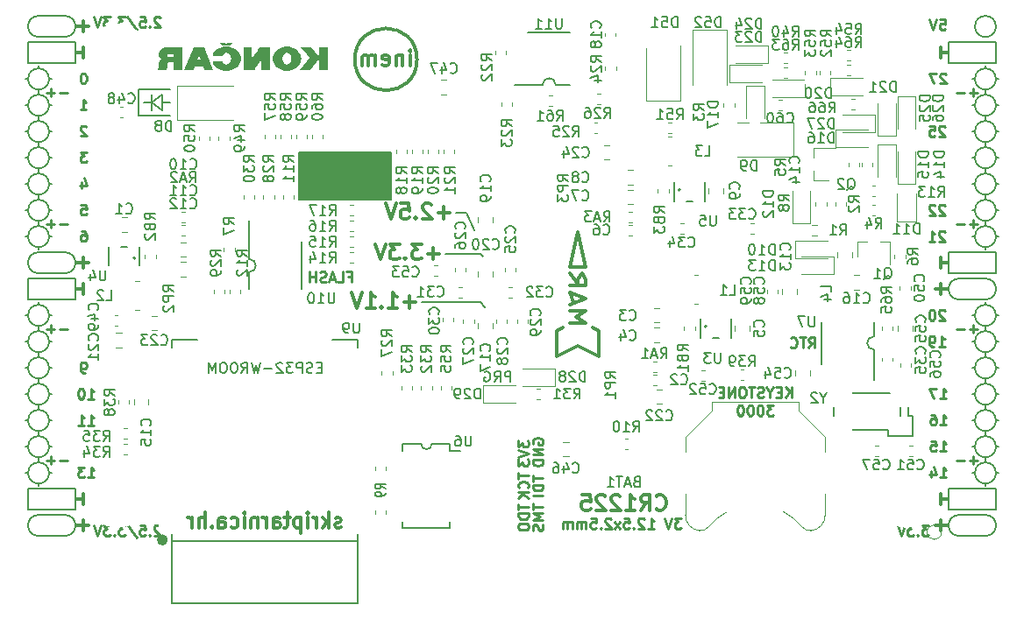
<source format=gbo>
G04 #@! TF.GenerationSoftware,KiCad,Pcbnew,5.0.0+dfsg1-2*
G04 #@! TF.CreationDate,2018-09-17T11:40:34+02:00*
G04 #@! TF.ProjectId,ulx3s,756C7833732E6B696361645F70636200,rev?*
G04 #@! TF.SameCoordinates,Original*
G04 #@! TF.FileFunction,Legend,Bot*
G04 #@! TF.FilePolarity,Positive*
%FSLAX46Y46*%
G04 Gerber Fmt 4.6, Leading zero omitted, Abs format (unit mm)*
G04 Created by KiCad (PCBNEW 5.0.0+dfsg1-2) date Mon Sep 17 11:40:34 2018*
%MOMM*%
%LPD*%
G01*
G04 APERTURE LIST*
%ADD10C,0.300000*%
%ADD11C,0.150000*%
%ADD12C,0.200000*%
%ADD13C,0.250000*%
%ADD14C,0.120000*%
%ADD15C,0.500000*%
%ADD16C,0.100000*%
%ADD17C,1.200000*%
%ADD18C,1.395000*%
%ADD19C,1.900000*%
%ADD20O,1.200000X0.500000*%
%ADD21R,1.200000X0.500000*%
%ADD22C,1.075000*%
%ADD23C,0.975000*%
%ADD24R,1.000000X0.900000*%
%ADD25R,1.100000X1.100000*%
%ADD26R,0.800000X1.300000*%
%ADD27C,1.800000*%
%ADD28C,2.100000*%
%ADD29R,3.800000X3.600000*%
%ADD30C,9.100000*%
%ADD31R,1.900000X1.500000*%
%ADD32R,1.827200X2.132000*%
%ADD33O,1.827200X2.132000*%
%ADD34R,0.700000X1.650000*%
%ADD35O,0.700000X1.650000*%
%ADD36R,1.650000X0.700000*%
%ADD37O,1.650000X0.700000*%
%ADD38R,0.700000X2.200000*%
%ADD39O,0.700000X2.200000*%
%ADD40O,2.600000X1.000000*%
%ADD41O,1.000000X2.600000*%
%ADD42R,6.100000X6.100000*%
%ADD43O,1.827200X1.827200*%
%ADD44R,1.827200X1.827200*%
%ADD45C,5.600000*%
%ADD46C,0.400000*%
%ADD47R,1.800000X1.800000*%
%ADD48O,1.800000X1.800000*%
%ADD49R,1.600000X2.800000*%
%ADD50R,0.770000X1.100000*%
%ADD51R,2.600000X1.900000*%
%ADD52R,0.900000X1.000000*%
%ADD53R,1.500000X1.395000*%
G04 APERTURE END LIST*
D10*
X124563333Y-111107142D02*
X124430000Y-111178571D01*
X124163333Y-111178571D01*
X124030000Y-111107142D01*
X123963333Y-110964285D01*
X123963333Y-110892857D01*
X124030000Y-110750000D01*
X124163333Y-110678571D01*
X124363333Y-110678571D01*
X124496666Y-110607142D01*
X124563333Y-110464285D01*
X124563333Y-110392857D01*
X124496666Y-110250000D01*
X124363333Y-110178571D01*
X124163333Y-110178571D01*
X124030000Y-110250000D01*
X123363333Y-111178571D02*
X123363333Y-109678571D01*
X123230000Y-110607142D02*
X122830000Y-111178571D01*
X122830000Y-110178571D02*
X123363333Y-110750000D01*
X122230000Y-111178571D02*
X122230000Y-110178571D01*
X122230000Y-110464285D02*
X122163333Y-110321428D01*
X122096666Y-110250000D01*
X121963333Y-110178571D01*
X121830000Y-110178571D01*
X121363333Y-111178571D02*
X121363333Y-110178571D01*
X121363333Y-109678571D02*
X121430000Y-109750000D01*
X121363333Y-109821428D01*
X121296666Y-109750000D01*
X121363333Y-109678571D01*
X121363333Y-109821428D01*
X120696666Y-110178571D02*
X120696666Y-111678571D01*
X120696666Y-110250000D02*
X120563333Y-110178571D01*
X120296666Y-110178571D01*
X120163333Y-110250000D01*
X120096666Y-110321428D01*
X120030000Y-110464285D01*
X120030000Y-110892857D01*
X120096666Y-111035714D01*
X120163333Y-111107142D01*
X120296666Y-111178571D01*
X120563333Y-111178571D01*
X120696666Y-111107142D01*
X119630000Y-110178571D02*
X119096666Y-110178571D01*
X119430000Y-109678571D02*
X119430000Y-110964285D01*
X119363333Y-111107142D01*
X119230000Y-111178571D01*
X119096666Y-111178571D01*
X118030000Y-111178571D02*
X118030000Y-110392857D01*
X118096666Y-110250000D01*
X118230000Y-110178571D01*
X118496666Y-110178571D01*
X118630000Y-110250000D01*
X118030000Y-111107142D02*
X118163333Y-111178571D01*
X118496666Y-111178571D01*
X118630000Y-111107142D01*
X118696666Y-110964285D01*
X118696666Y-110821428D01*
X118630000Y-110678571D01*
X118496666Y-110607142D01*
X118163333Y-110607142D01*
X118030000Y-110535714D01*
X117363333Y-111178571D02*
X117363333Y-110178571D01*
X117363333Y-110464285D02*
X117296666Y-110321428D01*
X117230000Y-110250000D01*
X117096666Y-110178571D01*
X116963333Y-110178571D01*
X116496666Y-110178571D02*
X116496666Y-111178571D01*
X116496666Y-110321428D02*
X116430000Y-110250000D01*
X116296666Y-110178571D01*
X116096666Y-110178571D01*
X115963333Y-110250000D01*
X115896666Y-110392857D01*
X115896666Y-111178571D01*
X115230000Y-111178571D02*
X115230000Y-110178571D01*
X115230000Y-109678571D02*
X115296666Y-109750000D01*
X115230000Y-109821428D01*
X115163333Y-109750000D01*
X115230000Y-109678571D01*
X115230000Y-109821428D01*
X113963333Y-111107142D02*
X114096666Y-111178571D01*
X114363333Y-111178571D01*
X114496666Y-111107142D01*
X114563333Y-111035714D01*
X114630000Y-110892857D01*
X114630000Y-110464285D01*
X114563333Y-110321428D01*
X114496666Y-110250000D01*
X114363333Y-110178571D01*
X114096666Y-110178571D01*
X113963333Y-110250000D01*
X112763333Y-111178571D02*
X112763333Y-110392857D01*
X112830000Y-110250000D01*
X112963333Y-110178571D01*
X113230000Y-110178571D01*
X113363333Y-110250000D01*
X112763333Y-111107142D02*
X112896666Y-111178571D01*
X113230000Y-111178571D01*
X113363333Y-111107142D01*
X113430000Y-110964285D01*
X113430000Y-110821428D01*
X113363333Y-110678571D01*
X113230000Y-110607142D01*
X112896666Y-110607142D01*
X112763333Y-110535714D01*
X112096666Y-111035714D02*
X112030000Y-111107142D01*
X112096666Y-111178571D01*
X112163333Y-111107142D01*
X112096666Y-111035714D01*
X112096666Y-111178571D01*
X111430000Y-111178571D02*
X111430000Y-109678571D01*
X110830000Y-111178571D02*
X110830000Y-110392857D01*
X110896666Y-110250000D01*
X111030000Y-110178571D01*
X111230000Y-110178571D01*
X111363333Y-110250000D01*
X111430000Y-110321428D01*
X110163333Y-111178571D02*
X110163333Y-110178571D01*
X110163333Y-110464285D02*
X110096666Y-110321428D01*
X110030000Y-110250000D01*
X109896666Y-110178571D01*
X109763333Y-110178571D01*
D11*
G36*
X129406000Y-74882000D02*
X120516000Y-74882000D01*
X120516000Y-79454000D01*
X129406000Y-79454000D01*
X129406000Y-74882000D01*
G37*
X129406000Y-74882000D02*
X120516000Y-74882000D01*
X120516000Y-79454000D01*
X129406000Y-79454000D01*
X129406000Y-74882000D01*
D12*
X185540000Y-72850000D02*
X185794000Y-72850000D01*
D11*
X140954904Y-97051380D02*
X140954904Y-96051380D01*
X140573952Y-96051380D01*
X140478714Y-96099000D01*
X140431095Y-96146619D01*
X140383476Y-96241857D01*
X140383476Y-96384714D01*
X140431095Y-96479952D01*
X140478714Y-96527571D01*
X140573952Y-96575190D01*
X140954904Y-96575190D01*
X139383476Y-97051380D02*
X139716809Y-96575190D01*
X139954904Y-97051380D02*
X139954904Y-96051380D01*
X139573952Y-96051380D01*
X139478714Y-96099000D01*
X139431095Y-96146619D01*
X139383476Y-96241857D01*
X139383476Y-96384714D01*
X139431095Y-96479952D01*
X139478714Y-96527571D01*
X139573952Y-96575190D01*
X139954904Y-96575190D01*
X138431095Y-96099000D02*
X138526333Y-96051380D01*
X138669190Y-96051380D01*
X138812047Y-96099000D01*
X138907285Y-96194238D01*
X138954904Y-96289476D01*
X139002523Y-96479952D01*
X139002523Y-96622809D01*
X138954904Y-96813285D01*
X138907285Y-96908523D01*
X138812047Y-97003761D01*
X138669190Y-97051380D01*
X138573952Y-97051380D01*
X138431095Y-97003761D01*
X138383476Y-96956142D01*
X138383476Y-96622809D01*
X138573952Y-96622809D01*
D12*
X136660000Y-80742000D02*
X135644000Y-80742000D01*
X137422000Y-82393000D02*
X136660000Y-80742000D01*
X138057000Y-84679000D02*
X134628000Y-84679000D01*
X138311000Y-84933000D02*
X138057000Y-84679000D01*
X138057000Y-89378000D02*
X138438000Y-89886000D01*
X132342000Y-89378000D02*
X138057000Y-89378000D01*
D13*
X99893476Y-96180380D02*
X99703000Y-96180380D01*
X99607761Y-96132761D01*
X99560142Y-96085142D01*
X99464904Y-95942285D01*
X99417285Y-95751809D01*
X99417285Y-95370857D01*
X99464904Y-95275619D01*
X99512523Y-95228000D01*
X99607761Y-95180380D01*
X99798238Y-95180380D01*
X99893476Y-95228000D01*
X99941095Y-95275619D01*
X99988714Y-95370857D01*
X99988714Y-95608952D01*
X99941095Y-95704190D01*
X99893476Y-95751809D01*
X99798238Y-95799428D01*
X99607761Y-95799428D01*
X99512523Y-95751809D01*
X99464904Y-95704190D01*
X99417285Y-95608952D01*
X100147476Y-101260380D02*
X100718904Y-101260380D01*
X100433190Y-101260380D02*
X100433190Y-100260380D01*
X100528428Y-100403238D01*
X100623666Y-100498476D01*
X100718904Y-100546095D01*
X99195095Y-101260380D02*
X99766523Y-101260380D01*
X99480809Y-101260380D02*
X99480809Y-100260380D01*
X99576047Y-100403238D01*
X99671285Y-100498476D01*
X99766523Y-100546095D01*
D12*
X105037000Y-68804000D02*
X108085000Y-68804000D01*
X105037000Y-71344000D02*
X105037000Y-68804000D01*
X108085000Y-71344000D02*
X105037000Y-71344000D01*
X107323000Y-70074000D02*
X108085000Y-70074000D01*
X106307000Y-70074000D02*
X105545000Y-70074000D01*
X106307000Y-70836000D02*
X106307000Y-70074000D01*
X106307000Y-69312000D02*
X106307000Y-70836000D01*
X107323000Y-69312000D02*
X107323000Y-70836000D01*
X106307000Y-70074000D02*
X107323000Y-69312000D01*
X107323000Y-70836000D02*
X106307000Y-70074000D01*
D13*
X182887904Y-72415619D02*
X182840285Y-72368000D01*
X182745047Y-72320380D01*
X182506952Y-72320380D01*
X182411714Y-72368000D01*
X182364095Y-72415619D01*
X182316476Y-72510857D01*
X182316476Y-72606095D01*
X182364095Y-72748952D01*
X182935523Y-73320380D01*
X182316476Y-73320380D01*
X181411714Y-72320380D02*
X181887904Y-72320380D01*
X181935523Y-72796571D01*
X181887904Y-72748952D01*
X181792666Y-72701333D01*
X181554571Y-72701333D01*
X181459333Y-72748952D01*
X181411714Y-72796571D01*
X181364095Y-72891809D01*
X181364095Y-73129904D01*
X181411714Y-73225142D01*
X181459333Y-73272761D01*
X181554571Y-73320380D01*
X181792666Y-73320380D01*
X181887904Y-73272761D01*
X181935523Y-73225142D01*
X182887904Y-80035619D02*
X182840285Y-79988000D01*
X182745047Y-79940380D01*
X182506952Y-79940380D01*
X182411714Y-79988000D01*
X182364095Y-80035619D01*
X182316476Y-80130857D01*
X182316476Y-80226095D01*
X182364095Y-80368952D01*
X182935523Y-80940380D01*
X182316476Y-80940380D01*
X181935523Y-80035619D02*
X181887904Y-79988000D01*
X181792666Y-79940380D01*
X181554571Y-79940380D01*
X181459333Y-79988000D01*
X181411714Y-80035619D01*
X181364095Y-80130857D01*
X181364095Y-80226095D01*
X181411714Y-80368952D01*
X181983142Y-80940380D01*
X181364095Y-80940380D01*
X182887904Y-82575619D02*
X182840285Y-82528000D01*
X182745047Y-82480380D01*
X182506952Y-82480380D01*
X182411714Y-82528000D01*
X182364095Y-82575619D01*
X182316476Y-82670857D01*
X182316476Y-82766095D01*
X182364095Y-82908952D01*
X182935523Y-83480380D01*
X182316476Y-83480380D01*
X181364095Y-83480380D02*
X181935523Y-83480380D01*
X181649809Y-83480380D02*
X181649809Y-82480380D01*
X181745047Y-82623238D01*
X181840285Y-82718476D01*
X181935523Y-82766095D01*
X182887904Y-90195619D02*
X182840285Y-90148000D01*
X182745047Y-90100380D01*
X182506952Y-90100380D01*
X182411714Y-90148000D01*
X182364095Y-90195619D01*
X182316476Y-90290857D01*
X182316476Y-90386095D01*
X182364095Y-90528952D01*
X182935523Y-91100380D01*
X182316476Y-91100380D01*
X181697428Y-90100380D02*
X181602190Y-90100380D01*
X181506952Y-90148000D01*
X181459333Y-90195619D01*
X181411714Y-90290857D01*
X181364095Y-90481333D01*
X181364095Y-90719428D01*
X181411714Y-90909904D01*
X181459333Y-91005142D01*
X181506952Y-91052761D01*
X181602190Y-91100380D01*
X181697428Y-91100380D01*
X181792666Y-91052761D01*
X181840285Y-91005142D01*
X181887904Y-90909904D01*
X181935523Y-90719428D01*
X181935523Y-90481333D01*
X181887904Y-90290857D01*
X181840285Y-90195619D01*
X181792666Y-90148000D01*
X181697428Y-90100380D01*
X182316476Y-93640380D02*
X182887904Y-93640380D01*
X182602190Y-93640380D02*
X182602190Y-92640380D01*
X182697428Y-92783238D01*
X182792666Y-92878476D01*
X182887904Y-92926095D01*
X181840285Y-93640380D02*
X181649809Y-93640380D01*
X181554571Y-93592761D01*
X181506952Y-93545142D01*
X181411714Y-93402285D01*
X181364095Y-93211809D01*
X181364095Y-92830857D01*
X181411714Y-92735619D01*
X181459333Y-92688000D01*
X181554571Y-92640380D01*
X181745047Y-92640380D01*
X181840285Y-92688000D01*
X181887904Y-92735619D01*
X181935523Y-92830857D01*
X181935523Y-93068952D01*
X181887904Y-93164190D01*
X181840285Y-93211809D01*
X181745047Y-93259428D01*
X181554571Y-93259428D01*
X181459333Y-93211809D01*
X181411714Y-93164190D01*
X181364095Y-93068952D01*
X125269476Y-86893571D02*
X125602809Y-86893571D01*
X125602809Y-87417380D02*
X125602809Y-86417380D01*
X125126619Y-86417380D01*
X124269476Y-87417380D02*
X124745666Y-87417380D01*
X124745666Y-86417380D01*
X123983761Y-87131666D02*
X123507571Y-87131666D01*
X124079000Y-87417380D02*
X123745666Y-86417380D01*
X123412333Y-87417380D01*
X123126619Y-87369761D02*
X122983761Y-87417380D01*
X122745666Y-87417380D01*
X122650428Y-87369761D01*
X122602809Y-87322142D01*
X122555190Y-87226904D01*
X122555190Y-87131666D01*
X122602809Y-87036428D01*
X122650428Y-86988809D01*
X122745666Y-86941190D01*
X122936142Y-86893571D01*
X123031380Y-86845952D01*
X123079000Y-86798333D01*
X123126619Y-86703095D01*
X123126619Y-86607857D01*
X123079000Y-86512619D01*
X123031380Y-86465000D01*
X122936142Y-86417380D01*
X122698047Y-86417380D01*
X122555190Y-86465000D01*
X122126619Y-87417380D02*
X122126619Y-86417380D01*
X122126619Y-86893571D02*
X121555190Y-86893571D01*
X121555190Y-87417380D02*
X121555190Y-86417380D01*
X157418095Y-110252380D02*
X156799047Y-110252380D01*
X157132380Y-110633333D01*
X156989523Y-110633333D01*
X156894285Y-110680952D01*
X156846666Y-110728571D01*
X156799047Y-110823809D01*
X156799047Y-111061904D01*
X156846666Y-111157142D01*
X156894285Y-111204761D01*
X156989523Y-111252380D01*
X157275238Y-111252380D01*
X157370476Y-111204761D01*
X157418095Y-111157142D01*
X156513333Y-110252380D02*
X156180000Y-111252380D01*
X155846666Y-110252380D01*
X154227619Y-111252380D02*
X154799047Y-111252380D01*
X154513333Y-111252380D02*
X154513333Y-110252380D01*
X154608571Y-110395238D01*
X154703809Y-110490476D01*
X154799047Y-110538095D01*
X153846666Y-110347619D02*
X153799047Y-110300000D01*
X153703809Y-110252380D01*
X153465714Y-110252380D01*
X153370476Y-110300000D01*
X153322857Y-110347619D01*
X153275238Y-110442857D01*
X153275238Y-110538095D01*
X153322857Y-110680952D01*
X153894285Y-111252380D01*
X153275238Y-111252380D01*
X152846666Y-111157142D02*
X152799047Y-111204761D01*
X152846666Y-111252380D01*
X152894285Y-111204761D01*
X152846666Y-111157142D01*
X152846666Y-111252380D01*
X151894285Y-110252380D02*
X152370476Y-110252380D01*
X152418095Y-110728571D01*
X152370476Y-110680952D01*
X152275238Y-110633333D01*
X152037142Y-110633333D01*
X151941904Y-110680952D01*
X151894285Y-110728571D01*
X151846666Y-110823809D01*
X151846666Y-111061904D01*
X151894285Y-111157142D01*
X151941904Y-111204761D01*
X152037142Y-111252380D01*
X152275238Y-111252380D01*
X152370476Y-111204761D01*
X152418095Y-111157142D01*
X151513333Y-111252380D02*
X150989523Y-110585714D01*
X151513333Y-110585714D02*
X150989523Y-111252380D01*
X150656190Y-110347619D02*
X150608571Y-110300000D01*
X150513333Y-110252380D01*
X150275238Y-110252380D01*
X150180000Y-110300000D01*
X150132380Y-110347619D01*
X150084761Y-110442857D01*
X150084761Y-110538095D01*
X150132380Y-110680952D01*
X150703809Y-111252380D01*
X150084761Y-111252380D01*
X149656190Y-111157142D02*
X149608571Y-111204761D01*
X149656190Y-111252380D01*
X149703809Y-111204761D01*
X149656190Y-111157142D01*
X149656190Y-111252380D01*
X148703809Y-110252380D02*
X149180000Y-110252380D01*
X149227619Y-110728571D01*
X149180000Y-110680952D01*
X149084761Y-110633333D01*
X148846666Y-110633333D01*
X148751428Y-110680952D01*
X148703809Y-110728571D01*
X148656190Y-110823809D01*
X148656190Y-111061904D01*
X148703809Y-111157142D01*
X148751428Y-111204761D01*
X148846666Y-111252380D01*
X149084761Y-111252380D01*
X149180000Y-111204761D01*
X149227619Y-111157142D01*
X148227619Y-111252380D02*
X148227619Y-110585714D01*
X148227619Y-110680952D02*
X148180000Y-110633333D01*
X148084761Y-110585714D01*
X147941904Y-110585714D01*
X147846666Y-110633333D01*
X147799047Y-110728571D01*
X147799047Y-111252380D01*
X147799047Y-110728571D02*
X147751428Y-110633333D01*
X147656190Y-110585714D01*
X147513333Y-110585714D01*
X147418095Y-110633333D01*
X147370476Y-110728571D01*
X147370476Y-111252380D01*
X146894285Y-111252380D02*
X146894285Y-110585714D01*
X146894285Y-110680952D02*
X146846666Y-110633333D01*
X146751428Y-110585714D01*
X146608571Y-110585714D01*
X146513333Y-110633333D01*
X146465714Y-110728571D01*
X146465714Y-111252380D01*
X146465714Y-110728571D02*
X146418095Y-110633333D01*
X146322857Y-110585714D01*
X146180000Y-110585714D01*
X146084761Y-110633333D01*
X146037142Y-110728571D01*
X146037142Y-111252380D01*
X168085000Y-98577380D02*
X168085000Y-97577380D01*
X167513571Y-98577380D02*
X167942142Y-98005952D01*
X167513571Y-97577380D02*
X168085000Y-98148809D01*
X167085000Y-98053571D02*
X166751666Y-98053571D01*
X166608809Y-98577380D02*
X167085000Y-98577380D01*
X167085000Y-97577380D01*
X166608809Y-97577380D01*
X165989761Y-98101190D02*
X165989761Y-98577380D01*
X166323095Y-97577380D02*
X165989761Y-98101190D01*
X165656428Y-97577380D01*
X165370714Y-98529761D02*
X165227857Y-98577380D01*
X164989761Y-98577380D01*
X164894523Y-98529761D01*
X164846904Y-98482142D01*
X164799285Y-98386904D01*
X164799285Y-98291666D01*
X164846904Y-98196428D01*
X164894523Y-98148809D01*
X164989761Y-98101190D01*
X165180238Y-98053571D01*
X165275476Y-98005952D01*
X165323095Y-97958333D01*
X165370714Y-97863095D01*
X165370714Y-97767857D01*
X165323095Y-97672619D01*
X165275476Y-97625000D01*
X165180238Y-97577380D01*
X164942142Y-97577380D01*
X164799285Y-97625000D01*
X164513571Y-97577380D02*
X163942142Y-97577380D01*
X164227857Y-98577380D02*
X164227857Y-97577380D01*
X163418333Y-97577380D02*
X163227857Y-97577380D01*
X163132619Y-97625000D01*
X163037380Y-97720238D01*
X162989761Y-97910714D01*
X162989761Y-98244047D01*
X163037380Y-98434523D01*
X163132619Y-98529761D01*
X163227857Y-98577380D01*
X163418333Y-98577380D01*
X163513571Y-98529761D01*
X163608809Y-98434523D01*
X163656428Y-98244047D01*
X163656428Y-97910714D01*
X163608809Y-97720238D01*
X163513571Y-97625000D01*
X163418333Y-97577380D01*
X162561190Y-98577380D02*
X162561190Y-97577380D01*
X161989761Y-98577380D01*
X161989761Y-97577380D01*
X161513571Y-98053571D02*
X161180238Y-98053571D01*
X161037380Y-98577380D02*
X161513571Y-98577380D01*
X161513571Y-97577380D01*
X161037380Y-97577380D01*
X166346904Y-99327380D02*
X165727857Y-99327380D01*
X166061190Y-99708333D01*
X165918333Y-99708333D01*
X165823095Y-99755952D01*
X165775476Y-99803571D01*
X165727857Y-99898809D01*
X165727857Y-100136904D01*
X165775476Y-100232142D01*
X165823095Y-100279761D01*
X165918333Y-100327380D01*
X166204047Y-100327380D01*
X166299285Y-100279761D01*
X166346904Y-100232142D01*
X165108809Y-99327380D02*
X165013571Y-99327380D01*
X164918333Y-99375000D01*
X164870714Y-99422619D01*
X164823095Y-99517857D01*
X164775476Y-99708333D01*
X164775476Y-99946428D01*
X164823095Y-100136904D01*
X164870714Y-100232142D01*
X164918333Y-100279761D01*
X165013571Y-100327380D01*
X165108809Y-100327380D01*
X165204047Y-100279761D01*
X165251666Y-100232142D01*
X165299285Y-100136904D01*
X165346904Y-99946428D01*
X165346904Y-99708333D01*
X165299285Y-99517857D01*
X165251666Y-99422619D01*
X165204047Y-99375000D01*
X165108809Y-99327380D01*
X164156428Y-99327380D02*
X164061190Y-99327380D01*
X163965952Y-99375000D01*
X163918333Y-99422619D01*
X163870714Y-99517857D01*
X163823095Y-99708333D01*
X163823095Y-99946428D01*
X163870714Y-100136904D01*
X163918333Y-100232142D01*
X163965952Y-100279761D01*
X164061190Y-100327380D01*
X164156428Y-100327380D01*
X164251666Y-100279761D01*
X164299285Y-100232142D01*
X164346904Y-100136904D01*
X164394523Y-99946428D01*
X164394523Y-99708333D01*
X164346904Y-99517857D01*
X164299285Y-99422619D01*
X164251666Y-99375000D01*
X164156428Y-99327380D01*
X163204047Y-99327380D02*
X163108809Y-99327380D01*
X163013571Y-99375000D01*
X162965952Y-99422619D01*
X162918333Y-99517857D01*
X162870714Y-99708333D01*
X162870714Y-99946428D01*
X162918333Y-100136904D01*
X162965952Y-100232142D01*
X163013571Y-100279761D01*
X163108809Y-100327380D01*
X163204047Y-100327380D01*
X163299285Y-100279761D01*
X163346904Y-100232142D01*
X163394523Y-100136904D01*
X163442142Y-99946428D01*
X163442142Y-99708333D01*
X163394523Y-99517857D01*
X163346904Y-99422619D01*
X163299285Y-99375000D01*
X163204047Y-99327380D01*
D10*
X182492000Y-87582000D02*
X182492000Y-88598000D01*
X183254000Y-88090000D02*
X181984000Y-88090000D01*
X182492000Y-110442000D02*
X182492000Y-111458000D01*
X183254000Y-110950000D02*
X181984000Y-110950000D01*
X99688000Y-62182000D02*
X99688000Y-63198000D01*
X98926000Y-62690000D02*
X100196000Y-62690000D01*
X99688000Y-110442000D02*
X99688000Y-111458000D01*
X98926000Y-110950000D02*
X100196000Y-110950000D01*
X99688000Y-85042000D02*
X99688000Y-86058000D01*
X98926000Y-85550000D02*
X100196000Y-85550000D01*
D12*
X187826000Y-62690000D02*
G75*
G03X187826000Y-62690000I-1016000J0D01*
G01*
X184270000Y-87074000D02*
X186810000Y-87074000D01*
X184270000Y-89106000D02*
X186810000Y-89106000D01*
X184270000Y-87074000D02*
G75*
G03X184270000Y-89106000I0J-1016000D01*
G01*
X186810000Y-89106000D02*
G75*
G03X186810000Y-87074000I0J1016000D01*
G01*
X184270000Y-111966000D02*
X186810000Y-111966000D01*
X184270000Y-109934000D02*
X186810000Y-109934000D01*
X184270000Y-109934000D02*
G75*
G03X184270000Y-111966000I0J-1016000D01*
G01*
X186810000Y-111966000D02*
G75*
G03X186810000Y-109934000I0J1016000D01*
G01*
X97910000Y-63706000D02*
G75*
G03X97910000Y-61674000I0J1016000D01*
G01*
X95370000Y-61674000D02*
X97910000Y-61674000D01*
X95370000Y-63706000D02*
X97910000Y-63706000D01*
X95370000Y-61674000D02*
G75*
G03X95370000Y-63706000I0J-1016000D01*
G01*
X95370000Y-86566000D02*
X97910000Y-86566000D01*
X95370000Y-84534000D02*
X97910000Y-84534000D01*
X95370000Y-84534000D02*
G75*
G03X95370000Y-86566000I0J-1016000D01*
G01*
X97910000Y-86566000D02*
G75*
G03X97910000Y-84534000I0J1016000D01*
G01*
X95370000Y-111966000D02*
X97910000Y-111966000D01*
X95370000Y-109934000D02*
X97910000Y-109934000D01*
X95370000Y-109934000D02*
G75*
G03X95370000Y-111966000I0J-1016000D01*
G01*
X97910000Y-111966000D02*
G75*
G03X97910000Y-109934000I0J1016000D01*
G01*
X98926000Y-107394000D02*
X94354000Y-107394000D01*
X98926000Y-109426000D02*
X98926000Y-107394000D01*
X94354000Y-109426000D02*
X98926000Y-109426000D01*
X94354000Y-107394000D02*
X94354000Y-109426000D01*
X187826000Y-107394000D02*
X183254000Y-107394000D01*
X187826000Y-109426000D02*
X187826000Y-107394000D01*
X183254000Y-109426000D02*
X187826000Y-109426000D01*
X183254000Y-107394000D02*
X183254000Y-109426000D01*
X187826000Y-84534000D02*
X183254000Y-84534000D01*
X187826000Y-86566000D02*
X187826000Y-84534000D01*
X183254000Y-86566000D02*
X187826000Y-86566000D01*
X183254000Y-84534000D02*
X183254000Y-86566000D01*
X187826000Y-64214000D02*
X183254000Y-64214000D01*
X187826000Y-66246000D02*
X187826000Y-64214000D01*
X183254000Y-66246000D02*
X187826000Y-66246000D01*
X183254000Y-64214000D02*
X183254000Y-66246000D01*
X98926000Y-64214000D02*
X94354000Y-64214000D01*
X98926000Y-66246000D02*
X98926000Y-64214000D01*
X94354000Y-66246000D02*
X98926000Y-66246000D01*
X94354000Y-64214000D02*
X94354000Y-66246000D01*
X98926000Y-87074000D02*
X94354000Y-87074000D01*
X98926000Y-89106000D02*
X98926000Y-87074000D01*
X94354000Y-89106000D02*
X98926000Y-89106000D01*
X94354000Y-87074000D02*
X94354000Y-89106000D01*
D13*
X186032000Y-91971428D02*
X185270095Y-91971428D01*
X185651047Y-92352380D02*
X185651047Y-91590476D01*
X184793904Y-91971428D02*
X184032000Y-91971428D01*
X186032000Y-69111428D02*
X185270095Y-69111428D01*
X185651047Y-69492380D02*
X185651047Y-68730476D01*
X184793904Y-69111428D02*
X184032000Y-69111428D01*
X186032000Y-81811428D02*
X185270095Y-81811428D01*
X185651047Y-82192380D02*
X185651047Y-81430476D01*
X184793904Y-81811428D02*
X184032000Y-81811428D01*
X186032000Y-104671428D02*
X185270095Y-104671428D01*
X185651047Y-105052380D02*
X185651047Y-104290476D01*
X184793904Y-104671428D02*
X184032000Y-104671428D01*
X98148000Y-104671428D02*
X97386095Y-104671428D01*
X96909904Y-104671428D02*
X96148000Y-104671428D01*
X96528952Y-105052380D02*
X96528952Y-104290476D01*
X98148000Y-91971428D02*
X97386095Y-91971428D01*
X96909904Y-91971428D02*
X96148000Y-91971428D01*
X96528952Y-92352380D02*
X96528952Y-91590476D01*
X98148000Y-81811428D02*
X97386095Y-81811428D01*
X96909904Y-81811428D02*
X96148000Y-81811428D01*
X96528952Y-82192380D02*
X96528952Y-81430476D01*
X98148000Y-69111428D02*
X97386095Y-69111428D01*
X96909904Y-69111428D02*
X96148000Y-69111428D01*
X96528952Y-69492380D02*
X96528952Y-68730476D01*
D10*
X182492000Y-107902000D02*
X182492000Y-108918000D01*
X183254000Y-108410000D02*
X182492000Y-108410000D01*
D12*
X95370000Y-96726000D02*
X95370000Y-97234000D01*
X96386000Y-95710000D02*
X96640000Y-95710000D01*
X94354000Y-95710000D02*
X94100000Y-95710000D01*
X187826000Y-98250000D02*
X188080000Y-98250000D01*
X187826000Y-83010000D02*
X188080000Y-83010000D01*
X95370000Y-107140000D02*
X95370000Y-106886000D01*
X96386000Y-105870000D02*
X96640000Y-105870000D01*
X94354000Y-105870000D02*
X94100000Y-105870000D01*
X94354000Y-103330000D02*
X94100000Y-103330000D01*
X95370000Y-104346000D02*
X95370000Y-104854000D01*
X96386000Y-103330000D02*
X96640000Y-103330000D01*
X94354000Y-100790000D02*
X94100000Y-100790000D01*
X95370000Y-102314000D02*
X95370000Y-101806000D01*
X96386000Y-100790000D02*
X96640000Y-100790000D01*
X95370000Y-99266000D02*
X95370000Y-99774000D01*
X94354000Y-98250000D02*
X94100000Y-98250000D01*
X96386000Y-98250000D02*
X96640000Y-98250000D01*
X95370000Y-94186000D02*
X95370000Y-94694000D01*
X96386000Y-93170000D02*
X96640000Y-93170000D01*
X94354000Y-93170000D02*
X94100000Y-93170000D01*
X94354000Y-90630000D02*
X94100000Y-90630000D01*
X95370000Y-91646000D02*
X95370000Y-92154000D01*
X96640000Y-90630000D02*
X96386000Y-90630000D01*
X95370000Y-89360000D02*
X95370000Y-89614000D01*
X94354000Y-83010000D02*
X94100000Y-83010000D01*
X95370000Y-84280000D02*
X95370000Y-84026000D01*
X96386000Y-83010000D02*
X96640000Y-83010000D01*
X95370000Y-81486000D02*
X95370000Y-81994000D01*
X94354000Y-80470000D02*
X94100000Y-80470000D01*
X96640000Y-80470000D02*
X96386000Y-80470000D01*
X95370000Y-78946000D02*
X95370000Y-79454000D01*
X96386000Y-77930000D02*
X96640000Y-77930000D01*
X94354000Y-77930000D02*
X94100000Y-77930000D01*
X95370000Y-76406000D02*
X95370000Y-76914000D01*
X94354000Y-75390000D02*
X94100000Y-75390000D01*
X96386000Y-75390000D02*
X96640000Y-75390000D01*
X95370000Y-73866000D02*
X95370000Y-74374000D01*
X96386000Y-72850000D02*
X96640000Y-72850000D01*
X94100000Y-72850000D02*
X94354000Y-72850000D01*
X94354000Y-70310000D02*
X94100000Y-70310000D01*
X96640000Y-70310000D02*
X96386000Y-70310000D01*
X95370000Y-71326000D02*
X95370000Y-71834000D01*
X95370000Y-68786000D02*
X95370000Y-69294000D01*
X96386000Y-67770000D02*
X96640000Y-67770000D01*
X94354000Y-67770000D02*
X94100000Y-67770000D01*
X95370000Y-66500000D02*
X95370000Y-66754000D01*
X187826000Y-105870000D02*
X188080000Y-105870000D01*
X186810000Y-107140000D02*
X186810000Y-106886000D01*
X185540000Y-105870000D02*
X185794000Y-105870000D01*
X186810000Y-104346000D02*
X186810000Y-104854000D01*
X187826000Y-103330000D02*
X188080000Y-103330000D01*
X185540000Y-103330000D02*
X185794000Y-103330000D01*
X186810000Y-101806000D02*
X186810000Y-102314000D01*
X187826000Y-100790000D02*
X188080000Y-100790000D01*
X185540000Y-100790000D02*
X185794000Y-100790000D01*
X186810000Y-99266000D02*
X186810000Y-99774000D01*
X185540000Y-98250000D02*
X185794000Y-98250000D01*
X186810000Y-97234000D02*
X186810000Y-96726000D01*
X187826000Y-95710000D02*
X188080000Y-95710000D01*
X185540000Y-95710000D02*
X185794000Y-95710000D01*
X186810000Y-94694000D02*
X186810000Y-94186000D01*
X187826000Y-93170000D02*
X188080000Y-93170000D01*
X185540000Y-93170000D02*
X185794000Y-93170000D01*
X186810000Y-92154000D02*
X186810000Y-91646000D01*
X187826000Y-90630000D02*
X188080000Y-90630000D01*
X185540000Y-90630000D02*
X185794000Y-90630000D01*
X186810000Y-89360000D02*
X186810000Y-89614000D01*
X186810000Y-84280000D02*
X186810000Y-84026000D01*
X185540000Y-83010000D02*
X185794000Y-83010000D01*
X186810000Y-81994000D02*
X186810000Y-81486000D01*
X185794000Y-80470000D02*
X185540000Y-80470000D01*
X187826000Y-80470000D02*
X188080000Y-80470000D01*
X186810000Y-78946000D02*
X186810000Y-79454000D01*
X185794000Y-77930000D02*
X185540000Y-77930000D01*
X187826000Y-77930000D02*
X188080000Y-77930000D01*
X186810000Y-76406000D02*
X186810000Y-76914000D01*
X186810000Y-73866000D02*
X186810000Y-74374000D01*
X185794000Y-75390000D02*
X185540000Y-75390000D01*
X187826000Y-75390000D02*
X188080000Y-75390000D01*
X187826000Y-72850000D02*
X188080000Y-72850000D01*
X186810000Y-71834000D02*
X186810000Y-71326000D01*
X187826000Y-70310000D02*
X188080000Y-70310000D01*
X185540000Y-70310000D02*
X185794000Y-70310000D01*
X187826000Y-67770000D02*
X188080000Y-67770000D01*
X186810000Y-68786000D02*
X186810000Y-69294000D01*
X185540000Y-67770000D02*
X185794000Y-67770000D01*
X186810000Y-66500000D02*
X186810000Y-66754000D01*
X187826000Y-67770000D02*
G75*
G03X187826000Y-67770000I-1016000J0D01*
G01*
X187826000Y-70310000D02*
G75*
G03X187826000Y-70310000I-1016000J0D01*
G01*
X187826000Y-72850000D02*
G75*
G03X187826000Y-72850000I-1016000J0D01*
G01*
X187826000Y-75390000D02*
G75*
G03X187826000Y-75390000I-1016000J0D01*
G01*
X187826000Y-77930000D02*
G75*
G03X187826000Y-77930000I-1016000J0D01*
G01*
X187826000Y-80470000D02*
G75*
G03X187826000Y-80470000I-1016000J0D01*
G01*
X187826000Y-83010000D02*
G75*
G03X187826000Y-83010000I-1016000J0D01*
G01*
X187826000Y-90630000D02*
G75*
G03X187826000Y-90630000I-1016000J0D01*
G01*
X187826000Y-93170000D02*
G75*
G03X187826000Y-93170000I-1016000J0D01*
G01*
X187826000Y-95710000D02*
G75*
G03X187826000Y-95710000I-1016000J0D01*
G01*
X187826000Y-98250000D02*
G75*
G03X187826000Y-98250000I-1016000J0D01*
G01*
X187826000Y-100790000D02*
G75*
G03X187826000Y-100790000I-1016000J0D01*
G01*
X187826000Y-103330000D02*
G75*
G03X187826000Y-103330000I-1016000J0D01*
G01*
X187826000Y-105870000D02*
G75*
G03X187826000Y-105870000I-1016000J0D01*
G01*
X96386000Y-105870000D02*
G75*
G03X96386000Y-105870000I-1016000J0D01*
G01*
X96386000Y-103330000D02*
G75*
G03X96386000Y-103330000I-1016000J0D01*
G01*
X96386000Y-100790000D02*
G75*
G03X96386000Y-100790000I-1016000J0D01*
G01*
X96386000Y-98250000D02*
G75*
G03X96386000Y-98250000I-1016000J0D01*
G01*
X96386000Y-95710000D02*
G75*
G03X96386000Y-95710000I-1016000J0D01*
G01*
X96386000Y-93170000D02*
G75*
G03X96386000Y-93170000I-1016000J0D01*
G01*
X96386000Y-90630000D02*
G75*
G03X96386000Y-90630000I-1016000J0D01*
G01*
X96386000Y-83010000D02*
G75*
G03X96386000Y-83010000I-1016000J0D01*
G01*
X96386000Y-80470000D02*
G75*
G03X96386000Y-80470000I-1016000J0D01*
G01*
X96386000Y-77930000D02*
G75*
G03X96386000Y-77930000I-1016000J0D01*
G01*
X96386000Y-75390000D02*
G75*
G03X96386000Y-75390000I-1016000J0D01*
G01*
X96386000Y-72850000D02*
G75*
G03X96386000Y-72850000I-1016000J0D01*
G01*
X96386000Y-70310000D02*
G75*
G03X96386000Y-70310000I-1016000J0D01*
G01*
X96386000Y-67770000D02*
G75*
G03X96386000Y-67770000I-1016000J0D01*
G01*
D13*
X182428476Y-62015380D02*
X182904666Y-62015380D01*
X182952285Y-62491571D01*
X182904666Y-62443952D01*
X182809428Y-62396333D01*
X182571333Y-62396333D01*
X182476095Y-62443952D01*
X182428476Y-62491571D01*
X182380857Y-62586809D01*
X182380857Y-62824904D01*
X182428476Y-62920142D01*
X182476095Y-62967761D01*
X182571333Y-63015380D01*
X182809428Y-63015380D01*
X182904666Y-62967761D01*
X182952285Y-62920142D01*
X182095142Y-62015380D02*
X181761809Y-63015380D01*
X181428476Y-62015380D01*
D10*
X182492000Y-64722000D02*
X182492000Y-65738000D01*
X183254000Y-65230000D02*
X182492000Y-65230000D01*
D13*
X182999904Y-67317619D02*
X182952285Y-67270000D01*
X182857047Y-67222380D01*
X182618952Y-67222380D01*
X182523714Y-67270000D01*
X182476095Y-67317619D01*
X182428476Y-67412857D01*
X182428476Y-67508095D01*
X182476095Y-67650952D01*
X183047523Y-68222380D01*
X182428476Y-68222380D01*
X182095142Y-67222380D02*
X181428476Y-67222380D01*
X181857047Y-68222380D01*
D10*
X182492000Y-85042000D02*
X182492000Y-86058000D01*
X183254000Y-85550000D02*
X182492000Y-85550000D01*
D13*
X182428476Y-98702380D02*
X182999904Y-98702380D01*
X182714190Y-98702380D02*
X182714190Y-97702380D01*
X182809428Y-97845238D01*
X182904666Y-97940476D01*
X182999904Y-97988095D01*
X182095142Y-97702380D02*
X181428476Y-97702380D01*
X181857047Y-98702380D01*
X182428476Y-101242380D02*
X182999904Y-101242380D01*
X182714190Y-101242380D02*
X182714190Y-100242380D01*
X182809428Y-100385238D01*
X182904666Y-100480476D01*
X182999904Y-100528095D01*
X181571333Y-100242380D02*
X181761809Y-100242380D01*
X181857047Y-100290000D01*
X181904666Y-100337619D01*
X181999904Y-100480476D01*
X182047523Y-100670952D01*
X182047523Y-101051904D01*
X181999904Y-101147142D01*
X181952285Y-101194761D01*
X181857047Y-101242380D01*
X181666571Y-101242380D01*
X181571333Y-101194761D01*
X181523714Y-101147142D01*
X181476095Y-101051904D01*
X181476095Y-100813809D01*
X181523714Y-100718571D01*
X181571333Y-100670952D01*
X181666571Y-100623333D01*
X181857047Y-100623333D01*
X181952285Y-100670952D01*
X181999904Y-100718571D01*
X182047523Y-100813809D01*
X182428476Y-103782380D02*
X182999904Y-103782380D01*
X182714190Y-103782380D02*
X182714190Y-102782380D01*
X182809428Y-102925238D01*
X182904666Y-103020476D01*
X182999904Y-103068095D01*
X181523714Y-102782380D02*
X181999904Y-102782380D01*
X182047523Y-103258571D01*
X181999904Y-103210952D01*
X181904666Y-103163333D01*
X181666571Y-103163333D01*
X181571333Y-103210952D01*
X181523714Y-103258571D01*
X181476095Y-103353809D01*
X181476095Y-103591904D01*
X181523714Y-103687142D01*
X181571333Y-103734761D01*
X181666571Y-103782380D01*
X181904666Y-103782380D01*
X181999904Y-103734761D01*
X182047523Y-103687142D01*
X182428476Y-106322380D02*
X182999904Y-106322380D01*
X182714190Y-106322380D02*
X182714190Y-105322380D01*
X182809428Y-105465238D01*
X182904666Y-105560476D01*
X182999904Y-105608095D01*
X181571333Y-105655714D02*
X181571333Y-106322380D01*
X181809428Y-105274761D02*
X182047523Y-105989047D01*
X181428476Y-105989047D01*
X181312642Y-110928380D02*
X180693595Y-110928380D01*
X181026928Y-111309333D01*
X180884071Y-111309333D01*
X180788833Y-111356952D01*
X180741214Y-111404571D01*
X180693595Y-111499809D01*
X180693595Y-111737904D01*
X180741214Y-111833142D01*
X180788833Y-111880761D01*
X180884071Y-111928380D01*
X181169785Y-111928380D01*
X181265023Y-111880761D01*
X181312642Y-111833142D01*
X180265023Y-111833142D02*
X180217404Y-111880761D01*
X180265023Y-111928380D01*
X180312642Y-111880761D01*
X180265023Y-111833142D01*
X180265023Y-111928380D01*
X179884071Y-110928380D02*
X179265023Y-110928380D01*
X179598357Y-111309333D01*
X179455500Y-111309333D01*
X179360261Y-111356952D01*
X179312642Y-111404571D01*
X179265023Y-111499809D01*
X179265023Y-111737904D01*
X179312642Y-111833142D01*
X179360261Y-111880761D01*
X179455500Y-111928380D01*
X179741214Y-111928380D01*
X179836452Y-111880761D01*
X179884071Y-111833142D01*
X178979309Y-110928380D02*
X178645976Y-111928380D01*
X178312642Y-110928380D01*
D10*
X99688000Y-108918000D02*
X99688000Y-107902000D01*
X98926000Y-108410000D02*
X99688000Y-108410000D01*
X99688000Y-88598000D02*
X99688000Y-87582000D01*
X98926000Y-88090000D02*
X99688000Y-88090000D01*
X99688000Y-64722000D02*
X99688000Y-65738000D01*
X98926000Y-65230000D02*
X99688000Y-65230000D01*
D13*
X107103690Y-111023619D02*
X107056071Y-110976000D01*
X106960833Y-110928380D01*
X106722738Y-110928380D01*
X106627500Y-110976000D01*
X106579880Y-111023619D01*
X106532261Y-111118857D01*
X106532261Y-111214095D01*
X106579880Y-111356952D01*
X107151309Y-111928380D01*
X106532261Y-111928380D01*
X106103690Y-111833142D02*
X106056071Y-111880761D01*
X106103690Y-111928380D01*
X106151309Y-111880761D01*
X106103690Y-111833142D01*
X106103690Y-111928380D01*
X105151309Y-110928380D02*
X105627500Y-110928380D01*
X105675119Y-111404571D01*
X105627500Y-111356952D01*
X105532261Y-111309333D01*
X105294166Y-111309333D01*
X105198928Y-111356952D01*
X105151309Y-111404571D01*
X105103690Y-111499809D01*
X105103690Y-111737904D01*
X105151309Y-111833142D01*
X105198928Y-111880761D01*
X105294166Y-111928380D01*
X105532261Y-111928380D01*
X105627500Y-111880761D01*
X105675119Y-111833142D01*
X103960833Y-110880761D02*
X104817976Y-112166476D01*
X103722738Y-110928380D02*
X103103690Y-110928380D01*
X103437023Y-111309333D01*
X103294166Y-111309333D01*
X103198928Y-111356952D01*
X103151309Y-111404571D01*
X103103690Y-111499809D01*
X103103690Y-111737904D01*
X103151309Y-111833142D01*
X103198928Y-111880761D01*
X103294166Y-111928380D01*
X103579880Y-111928380D01*
X103675119Y-111880761D01*
X103722738Y-111833142D01*
X102675119Y-111833142D02*
X102627500Y-111880761D01*
X102675119Y-111928380D01*
X102722738Y-111880761D01*
X102675119Y-111833142D01*
X102675119Y-111928380D01*
X102294166Y-110928380D02*
X101675119Y-110928380D01*
X102008452Y-111309333D01*
X101865595Y-111309333D01*
X101770357Y-111356952D01*
X101722738Y-111404571D01*
X101675119Y-111499809D01*
X101675119Y-111737904D01*
X101722738Y-111833142D01*
X101770357Y-111880761D01*
X101865595Y-111928380D01*
X102151309Y-111928380D01*
X102246547Y-111880761D01*
X102294166Y-111833142D01*
X101389404Y-110928380D02*
X101056071Y-111928380D01*
X100722738Y-110928380D01*
X100132476Y-106322380D02*
X100703904Y-106322380D01*
X100418190Y-106322380D02*
X100418190Y-105322380D01*
X100513428Y-105465238D01*
X100608666Y-105560476D01*
X100703904Y-105608095D01*
X99799142Y-105322380D02*
X99180095Y-105322380D01*
X99513428Y-105703333D01*
X99370571Y-105703333D01*
X99275333Y-105750952D01*
X99227714Y-105798571D01*
X99180095Y-105893809D01*
X99180095Y-106131904D01*
X99227714Y-106227142D01*
X99275333Y-106274761D01*
X99370571Y-106322380D01*
X99656285Y-106322380D01*
X99751523Y-106274761D01*
X99799142Y-106227142D01*
X100147476Y-98720380D02*
X100718904Y-98720380D01*
X100433190Y-98720380D02*
X100433190Y-97720380D01*
X100528428Y-97863238D01*
X100623666Y-97958476D01*
X100718904Y-98006095D01*
X99528428Y-97720380D02*
X99433190Y-97720380D01*
X99337952Y-97768000D01*
X99290333Y-97815619D01*
X99242714Y-97910857D01*
X99195095Y-98101333D01*
X99195095Y-98339428D01*
X99242714Y-98529904D01*
X99290333Y-98625142D01*
X99337952Y-98672761D01*
X99433190Y-98720380D01*
X99528428Y-98720380D01*
X99623666Y-98672761D01*
X99671285Y-98625142D01*
X99718904Y-98529904D01*
X99766523Y-98339428D01*
X99766523Y-98101333D01*
X99718904Y-97910857D01*
X99671285Y-97815619D01*
X99623666Y-97768000D01*
X99528428Y-97720380D01*
X99512523Y-82462380D02*
X99703000Y-82462380D01*
X99798238Y-82510000D01*
X99845857Y-82557619D01*
X99941095Y-82700476D01*
X99988714Y-82890952D01*
X99988714Y-83271904D01*
X99941095Y-83367142D01*
X99893476Y-83414761D01*
X99798238Y-83462380D01*
X99607761Y-83462380D01*
X99512523Y-83414761D01*
X99464904Y-83367142D01*
X99417285Y-83271904D01*
X99417285Y-83033809D01*
X99464904Y-82938571D01*
X99512523Y-82890952D01*
X99607761Y-82843333D01*
X99798238Y-82843333D01*
X99893476Y-82890952D01*
X99941095Y-82938571D01*
X99988714Y-83033809D01*
X99464904Y-79922380D02*
X99941095Y-79922380D01*
X99988714Y-80398571D01*
X99941095Y-80350952D01*
X99845857Y-80303333D01*
X99607761Y-80303333D01*
X99512523Y-80350952D01*
X99464904Y-80398571D01*
X99417285Y-80493809D01*
X99417285Y-80731904D01*
X99464904Y-80827142D01*
X99512523Y-80874761D01*
X99607761Y-80922380D01*
X99845857Y-80922380D01*
X99941095Y-80874761D01*
X99988714Y-80827142D01*
X99512523Y-77715714D02*
X99512523Y-78382380D01*
X99750619Y-77334761D02*
X99988714Y-78049047D01*
X99369666Y-78049047D01*
X100021333Y-74842380D02*
X99402285Y-74842380D01*
X99735619Y-75223333D01*
X99592761Y-75223333D01*
X99497523Y-75270952D01*
X99449904Y-75318571D01*
X99402285Y-75413809D01*
X99402285Y-75651904D01*
X99449904Y-75747142D01*
X99497523Y-75794761D01*
X99592761Y-75842380D01*
X99878476Y-75842380D01*
X99973714Y-75794761D01*
X100021333Y-75747142D01*
X99973714Y-72397619D02*
X99926095Y-72350000D01*
X99830857Y-72302380D01*
X99592761Y-72302380D01*
X99497523Y-72350000D01*
X99449904Y-72397619D01*
X99402285Y-72492857D01*
X99402285Y-72588095D01*
X99449904Y-72730952D01*
X100021333Y-73302380D01*
X99402285Y-73302380D01*
X99402285Y-70762380D02*
X99973714Y-70762380D01*
X99688000Y-70762380D02*
X99688000Y-69762380D01*
X99783238Y-69905238D01*
X99878476Y-70000476D01*
X99973714Y-70048095D01*
X99750619Y-67222380D02*
X99655380Y-67222380D01*
X99560142Y-67270000D01*
X99512523Y-67317619D01*
X99464904Y-67412857D01*
X99417285Y-67603333D01*
X99417285Y-67841428D01*
X99464904Y-68031904D01*
X99512523Y-68127142D01*
X99560142Y-68174761D01*
X99655380Y-68222380D01*
X99750619Y-68222380D01*
X99845857Y-68174761D01*
X99893476Y-68127142D01*
X99941095Y-68031904D01*
X99988714Y-67841428D01*
X99988714Y-67603333D01*
X99941095Y-67412857D01*
X99893476Y-67317619D01*
X99845857Y-67270000D01*
X99750619Y-67222380D01*
X107103690Y-61874619D02*
X107056071Y-61827000D01*
X106960833Y-61779380D01*
X106722738Y-61779380D01*
X106627500Y-61827000D01*
X106579880Y-61874619D01*
X106532261Y-61969857D01*
X106532261Y-62065095D01*
X106579880Y-62207952D01*
X107151309Y-62779380D01*
X106532261Y-62779380D01*
X106103690Y-62684142D02*
X106056071Y-62731761D01*
X106103690Y-62779380D01*
X106151309Y-62731761D01*
X106103690Y-62684142D01*
X106103690Y-62779380D01*
X105151309Y-61779380D02*
X105627500Y-61779380D01*
X105675119Y-62255571D01*
X105627500Y-62207952D01*
X105532261Y-62160333D01*
X105294166Y-62160333D01*
X105198928Y-62207952D01*
X105151309Y-62255571D01*
X105103690Y-62350809D01*
X105103690Y-62588904D01*
X105151309Y-62684142D01*
X105198928Y-62731761D01*
X105294166Y-62779380D01*
X105532261Y-62779380D01*
X105627500Y-62731761D01*
X105675119Y-62684142D01*
X103960833Y-61731761D02*
X104817976Y-63017476D01*
X103722738Y-61779380D02*
X103103690Y-61779380D01*
X103437023Y-62160333D01*
X103294166Y-62160333D01*
X103198928Y-62207952D01*
X103151309Y-62255571D01*
X103103690Y-62350809D01*
X103103690Y-62588904D01*
X103151309Y-62684142D01*
X103198928Y-62731761D01*
X103294166Y-62779380D01*
X103579880Y-62779380D01*
X103675119Y-62731761D01*
X103722738Y-62684142D01*
X102675119Y-62684142D02*
X102627500Y-62731761D01*
X102675119Y-62779380D01*
X102722738Y-62731761D01*
X102675119Y-62684142D01*
X102675119Y-62779380D01*
X102294166Y-61779380D02*
X101675119Y-61779380D01*
X102008452Y-62160333D01*
X101865595Y-62160333D01*
X101770357Y-62207952D01*
X101722738Y-62255571D01*
X101675119Y-62350809D01*
X101675119Y-62588904D01*
X101722738Y-62684142D01*
X101770357Y-62731761D01*
X101865595Y-62779380D01*
X102151309Y-62779380D01*
X102246547Y-62731761D01*
X102294166Y-62684142D01*
X101389404Y-61779380D02*
X101056071Y-62779380D01*
X100722738Y-61779380D01*
D10*
X155027857Y-109335714D02*
X155099285Y-109407142D01*
X155313571Y-109478571D01*
X155456428Y-109478571D01*
X155670714Y-109407142D01*
X155813571Y-109264285D01*
X155885000Y-109121428D01*
X155956428Y-108835714D01*
X155956428Y-108621428D01*
X155885000Y-108335714D01*
X155813571Y-108192857D01*
X155670714Y-108050000D01*
X155456428Y-107978571D01*
X155313571Y-107978571D01*
X155099285Y-108050000D01*
X155027857Y-108121428D01*
X153527857Y-109478571D02*
X154027857Y-108764285D01*
X154385000Y-109478571D02*
X154385000Y-107978571D01*
X153813571Y-107978571D01*
X153670714Y-108050000D01*
X153599285Y-108121428D01*
X153527857Y-108264285D01*
X153527857Y-108478571D01*
X153599285Y-108621428D01*
X153670714Y-108692857D01*
X153813571Y-108764285D01*
X154385000Y-108764285D01*
X152099285Y-109478571D02*
X152956428Y-109478571D01*
X152527857Y-109478571D02*
X152527857Y-107978571D01*
X152670714Y-108192857D01*
X152813571Y-108335714D01*
X152956428Y-108407142D01*
X151527857Y-108121428D02*
X151456428Y-108050000D01*
X151313571Y-107978571D01*
X150956428Y-107978571D01*
X150813571Y-108050000D01*
X150742142Y-108121428D01*
X150670714Y-108264285D01*
X150670714Y-108407142D01*
X150742142Y-108621428D01*
X151599285Y-109478571D01*
X150670714Y-109478571D01*
X150099285Y-108121428D02*
X150027857Y-108050000D01*
X149885000Y-107978571D01*
X149527857Y-107978571D01*
X149385000Y-108050000D01*
X149313571Y-108121428D01*
X149242142Y-108264285D01*
X149242142Y-108407142D01*
X149313571Y-108621428D01*
X150170714Y-109478571D01*
X149242142Y-109478571D01*
X147885000Y-107978571D02*
X148599285Y-107978571D01*
X148670714Y-108692857D01*
X148599285Y-108621428D01*
X148456428Y-108550000D01*
X148099285Y-108550000D01*
X147956428Y-108621428D01*
X147885000Y-108692857D01*
X147813571Y-108835714D01*
X147813571Y-109192857D01*
X147885000Y-109335714D01*
X147956428Y-109407142D01*
X148099285Y-109478571D01*
X148456428Y-109478571D01*
X148599285Y-109407142D01*
X148670714Y-109335714D01*
X135088000Y-80722142D02*
X133945142Y-80722142D01*
X134516571Y-81293571D02*
X134516571Y-80150714D01*
X133302285Y-79936428D02*
X133230857Y-79865000D01*
X133088000Y-79793571D01*
X132730857Y-79793571D01*
X132588000Y-79865000D01*
X132516571Y-79936428D01*
X132445142Y-80079285D01*
X132445142Y-80222142D01*
X132516571Y-80436428D01*
X133373714Y-81293571D01*
X132445142Y-81293571D01*
X131802285Y-81150714D02*
X131730857Y-81222142D01*
X131802285Y-81293571D01*
X131873714Y-81222142D01*
X131802285Y-81150714D01*
X131802285Y-81293571D01*
X130373714Y-79793571D02*
X131088000Y-79793571D01*
X131159428Y-80507857D01*
X131088000Y-80436428D01*
X130945142Y-80365000D01*
X130588000Y-80365000D01*
X130445142Y-80436428D01*
X130373714Y-80507857D01*
X130302285Y-80650714D01*
X130302285Y-81007857D01*
X130373714Y-81150714D01*
X130445142Y-81222142D01*
X130588000Y-81293571D01*
X130945142Y-81293571D01*
X131088000Y-81222142D01*
X131159428Y-81150714D01*
X129873714Y-79793571D02*
X129373714Y-81293571D01*
X128873714Y-79793571D01*
X134072000Y-84659142D02*
X132929142Y-84659142D01*
X133500571Y-85230571D02*
X133500571Y-84087714D01*
X132357714Y-83730571D02*
X131429142Y-83730571D01*
X131929142Y-84302000D01*
X131714857Y-84302000D01*
X131572000Y-84373428D01*
X131500571Y-84444857D01*
X131429142Y-84587714D01*
X131429142Y-84944857D01*
X131500571Y-85087714D01*
X131572000Y-85159142D01*
X131714857Y-85230571D01*
X132143428Y-85230571D01*
X132286285Y-85159142D01*
X132357714Y-85087714D01*
X130786285Y-85087714D02*
X130714857Y-85159142D01*
X130786285Y-85230571D01*
X130857714Y-85159142D01*
X130786285Y-85087714D01*
X130786285Y-85230571D01*
X130214857Y-83730571D02*
X129286285Y-83730571D01*
X129786285Y-84302000D01*
X129572000Y-84302000D01*
X129429142Y-84373428D01*
X129357714Y-84444857D01*
X129286285Y-84587714D01*
X129286285Y-84944857D01*
X129357714Y-85087714D01*
X129429142Y-85159142D01*
X129572000Y-85230571D01*
X130000571Y-85230571D01*
X130143428Y-85159142D01*
X130214857Y-85087714D01*
X128857714Y-83730571D02*
X128357714Y-85230571D01*
X127857714Y-83730571D01*
X131786000Y-89358142D02*
X130643142Y-89358142D01*
X131214571Y-89929571D02*
X131214571Y-88786714D01*
X129143142Y-89929571D02*
X130000285Y-89929571D01*
X129571714Y-89929571D02*
X129571714Y-88429571D01*
X129714571Y-88643857D01*
X129857428Y-88786714D01*
X130000285Y-88858142D01*
X128500285Y-89786714D02*
X128428857Y-89858142D01*
X128500285Y-89929571D01*
X128571714Y-89858142D01*
X128500285Y-89786714D01*
X128500285Y-89929571D01*
X127000285Y-89929571D02*
X127857428Y-89929571D01*
X127428857Y-89929571D02*
X127428857Y-88429571D01*
X127571714Y-88643857D01*
X127714571Y-88786714D01*
X127857428Y-88858142D01*
X126571714Y-88429571D02*
X126071714Y-89929571D01*
X125571714Y-88429571D01*
D13*
X141685380Y-105854285D02*
X141685380Y-106425714D01*
X142685380Y-106140000D02*
X141685380Y-106140000D01*
X142590142Y-107330476D02*
X142637761Y-107282857D01*
X142685380Y-107140000D01*
X142685380Y-107044761D01*
X142637761Y-106901904D01*
X142542523Y-106806666D01*
X142447285Y-106759047D01*
X142256809Y-106711428D01*
X142113952Y-106711428D01*
X141923476Y-106759047D01*
X141828238Y-106806666D01*
X141733000Y-106901904D01*
X141685380Y-107044761D01*
X141685380Y-107140000D01*
X141733000Y-107282857D01*
X141780619Y-107330476D01*
X142685380Y-107759047D02*
X141685380Y-107759047D01*
X142685380Y-108330476D02*
X142113952Y-107901904D01*
X141685380Y-108330476D02*
X142256809Y-107759047D01*
X141685380Y-102726904D02*
X141685380Y-103345952D01*
X142066333Y-103012619D01*
X142066333Y-103155476D01*
X142113952Y-103250714D01*
X142161571Y-103298333D01*
X142256809Y-103345952D01*
X142494904Y-103345952D01*
X142590142Y-103298333D01*
X142637761Y-103250714D01*
X142685380Y-103155476D01*
X142685380Y-102869761D01*
X142637761Y-102774523D01*
X142590142Y-102726904D01*
X141685380Y-103631666D02*
X142685380Y-103965000D01*
X141685380Y-104298333D01*
X141685380Y-104536428D02*
X141685380Y-105155476D01*
X142066333Y-104822142D01*
X142066333Y-104965000D01*
X142113952Y-105060238D01*
X142161571Y-105107857D01*
X142256809Y-105155476D01*
X142494904Y-105155476D01*
X142590142Y-105107857D01*
X142637761Y-105060238D01*
X142685380Y-104965000D01*
X142685380Y-104679285D01*
X142637761Y-104584047D01*
X142590142Y-104536428D01*
X141685380Y-108878476D02*
X141685380Y-109449904D01*
X142685380Y-109164190D02*
X141685380Y-109164190D01*
X142685380Y-109783238D02*
X141685380Y-109783238D01*
X141685380Y-110021333D01*
X141733000Y-110164190D01*
X141828238Y-110259428D01*
X141923476Y-110307047D01*
X142113952Y-110354666D01*
X142256809Y-110354666D01*
X142447285Y-110307047D01*
X142542523Y-110259428D01*
X142637761Y-110164190D01*
X142685380Y-110021333D01*
X142685380Y-109783238D01*
X141685380Y-110973714D02*
X141685380Y-111164190D01*
X141733000Y-111259428D01*
X141828238Y-111354666D01*
X142018714Y-111402285D01*
X142352047Y-111402285D01*
X142542523Y-111354666D01*
X142637761Y-111259428D01*
X142685380Y-111164190D01*
X142685380Y-110973714D01*
X142637761Y-110878476D01*
X142542523Y-110783238D01*
X142352047Y-110735619D01*
X142018714Y-110735619D01*
X141828238Y-110783238D01*
X141733000Y-110878476D01*
X141685380Y-110973714D01*
X143130000Y-103076095D02*
X143082380Y-102980857D01*
X143082380Y-102838000D01*
X143130000Y-102695142D01*
X143225238Y-102599904D01*
X143320476Y-102552285D01*
X143510952Y-102504666D01*
X143653809Y-102504666D01*
X143844285Y-102552285D01*
X143939523Y-102599904D01*
X144034761Y-102695142D01*
X144082380Y-102838000D01*
X144082380Y-102933238D01*
X144034761Y-103076095D01*
X143987142Y-103123714D01*
X143653809Y-103123714D01*
X143653809Y-102933238D01*
X144082380Y-103552285D02*
X143082380Y-103552285D01*
X144082380Y-104123714D01*
X143082380Y-104123714D01*
X144082380Y-104599904D02*
X143082380Y-104599904D01*
X143082380Y-104838000D01*
X143130000Y-104980857D01*
X143225238Y-105076095D01*
X143320476Y-105123714D01*
X143510952Y-105171333D01*
X143653809Y-105171333D01*
X143844285Y-105123714D01*
X143939523Y-105076095D01*
X144034761Y-104980857D01*
X144082380Y-104838000D01*
X144082380Y-104599904D01*
X143082380Y-106116190D02*
X143082380Y-106687619D01*
X144082380Y-106401904D02*
X143082380Y-106401904D01*
X144082380Y-107020952D02*
X143082380Y-107020952D01*
X143082380Y-107259047D01*
X143130000Y-107401904D01*
X143225238Y-107497142D01*
X143320476Y-107544761D01*
X143510952Y-107592380D01*
X143653809Y-107592380D01*
X143844285Y-107544761D01*
X143939523Y-107497142D01*
X144034761Y-107401904D01*
X144082380Y-107259047D01*
X144082380Y-107020952D01*
X144082380Y-108020952D02*
X143082380Y-108020952D01*
X143082380Y-108854666D02*
X143082380Y-109426095D01*
X144082380Y-109140380D02*
X143082380Y-109140380D01*
X144082380Y-109759428D02*
X143082380Y-109759428D01*
X143796666Y-110092761D01*
X143082380Y-110426095D01*
X144082380Y-110426095D01*
X144034761Y-110854666D02*
X144082380Y-110997523D01*
X144082380Y-111235619D01*
X144034761Y-111330857D01*
X143987142Y-111378476D01*
X143891904Y-111426095D01*
X143796666Y-111426095D01*
X143701428Y-111378476D01*
X143653809Y-111330857D01*
X143606190Y-111235619D01*
X143558571Y-111045142D01*
X143510952Y-110949904D01*
X143463333Y-110902285D01*
X143368095Y-110854666D01*
X143272857Y-110854666D01*
X143177619Y-110902285D01*
X143130000Y-110949904D01*
X143082380Y-111045142D01*
X143082380Y-111283238D01*
X143130000Y-111426095D01*
X169743428Y-93767380D02*
X170076761Y-93291190D01*
X170314857Y-93767380D02*
X170314857Y-92767380D01*
X169933904Y-92767380D01*
X169838666Y-92815000D01*
X169791047Y-92862619D01*
X169743428Y-92957857D01*
X169743428Y-93100714D01*
X169791047Y-93195952D01*
X169838666Y-93243571D01*
X169933904Y-93291190D01*
X170314857Y-93291190D01*
X169457714Y-92767380D02*
X168886285Y-92767380D01*
X169172000Y-93767380D02*
X169172000Y-92767380D01*
X167981523Y-93672142D02*
X168029142Y-93719761D01*
X168172000Y-93767380D01*
X168267238Y-93767380D01*
X168410095Y-93719761D01*
X168505333Y-93624523D01*
X168552952Y-93529285D01*
X168600571Y-93338809D01*
X168600571Y-93195952D01*
X168552952Y-93005476D01*
X168505333Y-92910238D01*
X168410095Y-92815000D01*
X168267238Y-92767380D01*
X168172000Y-92767380D01*
X168029142Y-92815000D01*
X167981523Y-92862619D01*
D14*
G04 #@! TO.C,D52*
X158505000Y-62991000D02*
X158505000Y-68391000D01*
X161805000Y-62991000D02*
X161805000Y-68391000D01*
X158505000Y-62991000D02*
X161805000Y-62991000D01*
G04 #@! TO.C,D51*
X157360000Y-69918000D02*
X157360000Y-64518000D01*
X154060000Y-69918000D02*
X154060000Y-64518000D01*
X157360000Y-69918000D02*
X154060000Y-69918000D01*
G04 #@! TO.C,D9*
X168254000Y-71980000D02*
X162854000Y-71980000D01*
X168254000Y-75280000D02*
X162854000Y-75280000D01*
X168254000Y-71980000D02*
X168254000Y-75280000D01*
D11*
G04 #@! TO.C,U6*
X130549000Y-111204000D02*
X130549000Y-110569000D01*
X135121000Y-111204000D02*
X130549000Y-111204000D01*
X135121000Y-110569000D02*
X135121000Y-111204000D01*
X135121000Y-103711000D02*
X136137000Y-103711000D01*
X135121000Y-103076000D02*
X135121000Y-103711000D01*
X133343000Y-103076000D02*
X135121000Y-103076000D01*
X130549000Y-103076000D02*
X130549000Y-103711000D01*
X132327000Y-103076000D02*
X130549000Y-103076000D01*
X132327000Y-103076000D02*
G75*
G03X133343000Y-103076000I508000J0D01*
G01*
D14*
G04 #@! TO.C,C1*
X103444922Y-81175000D02*
X103962078Y-81175000D01*
X103444922Y-82595000D02*
X103962078Y-82595000D01*
G04 #@! TO.C,R9*
X128900000Y-109517221D02*
X128900000Y-109842779D01*
X127880000Y-109517221D02*
X127880000Y-109842779D01*
G04 #@! TO.C,R56*
X127880000Y-105608779D02*
X127880000Y-105283221D01*
X128900000Y-105608779D02*
X128900000Y-105283221D01*
G04 #@! TO.C,R55*
X135250000Y-97452221D02*
X135250000Y-97777779D01*
X134230000Y-97452221D02*
X134230000Y-97777779D01*
G04 #@! TO.C,R32*
X132325000Y-97777779D02*
X132325000Y-97452221D01*
X133345000Y-97777779D02*
X133345000Y-97452221D01*
G04 #@! TO.C,R33*
X130420000Y-97777779D02*
X130420000Y-97452221D01*
X131440000Y-97777779D02*
X131440000Y-97452221D01*
G04 #@! TO.C,R27*
X128515000Y-96337779D02*
X128515000Y-96012221D01*
X129535000Y-96337779D02*
X129535000Y-96012221D01*
G04 #@! TO.C,R40*
X167343221Y-65228000D02*
X167668779Y-65228000D01*
X167343221Y-66248000D02*
X167668779Y-66248000D01*
G04 #@! TO.C,R34*
X103589221Y-103090000D02*
X103914779Y-103090000D01*
X103589221Y-104110000D02*
X103914779Y-104110000D01*
G04 #@! TO.C,R35*
X103914779Y-102570000D02*
X103589221Y-102570000D01*
X103914779Y-101550000D02*
X103589221Y-101550000D01*
G04 #@! TO.C,C15*
X104566000Y-99270578D02*
X104566000Y-98753422D01*
X105986000Y-99270578D02*
X105986000Y-98753422D01*
G04 #@! TO.C,R38*
X103066500Y-99192779D02*
X103066500Y-98867221D01*
X104086500Y-99192779D02*
X104086500Y-98867221D01*
G04 #@! TO.C,C21*
X102858422Y-92351000D02*
X103375578Y-92351000D01*
X102858422Y-93771000D02*
X103375578Y-93771000D01*
G04 #@! TO.C,C49*
X102700221Y-90646000D02*
X103025779Y-90646000D01*
X102700221Y-91666000D02*
X103025779Y-91666000D01*
G04 #@! TO.C,C23*
X106804578Y-92102000D02*
X106287422Y-92102000D01*
X106804578Y-90682000D02*
X106287422Y-90682000D01*
G04 #@! TO.C,RB2*
X105655000Y-85077779D02*
X105655000Y-84752221D01*
X106675000Y-85077779D02*
X106675000Y-84752221D01*
G04 #@! TO.C,C12*
X109598578Y-86895000D02*
X109081422Y-86895000D01*
X109598578Y-85475000D02*
X109081422Y-85475000D01*
G04 #@! TO.C,C11*
X109598578Y-84990000D02*
X109081422Y-84990000D01*
X109598578Y-83570000D02*
X109081422Y-83570000D01*
G04 #@! TO.C,RA2*
X109502779Y-82885000D02*
X109177221Y-82885000D01*
X109502779Y-81865000D02*
X109177221Y-81865000D01*
G04 #@! TO.C,C10*
X109502779Y-81615000D02*
X109177221Y-81615000D01*
X109502779Y-80595000D02*
X109177221Y-80595000D01*
G04 #@! TO.C,R29*
X112274000Y-88506779D02*
X112274000Y-88181221D01*
X113294000Y-88506779D02*
X113294000Y-88181221D01*
G04 #@! TO.C,R12*
X113798000Y-88506779D02*
X113798000Y-88181221D01*
X114818000Y-88506779D02*
X114818000Y-88181221D01*
G04 #@! TO.C,R7*
X114295000Y-84117221D02*
X114295000Y-84442779D01*
X113275000Y-84117221D02*
X113275000Y-84442779D01*
G04 #@! TO.C,R30*
X116200000Y-79055221D02*
X116200000Y-79380779D01*
X115180000Y-79055221D02*
X115180000Y-79380779D01*
G04 #@! TO.C,R28*
X118105000Y-79055221D02*
X118105000Y-79380779D01*
X117085000Y-79055221D02*
X117085000Y-79380779D01*
G04 #@! TO.C,R11*
X120025000Y-79055221D02*
X120025000Y-79380779D01*
X119005000Y-79055221D02*
X119005000Y-79380779D01*
G04 #@! TO.C,R17*
X125758779Y-80980000D02*
X125433221Y-80980000D01*
X125758779Y-79960000D02*
X125433221Y-79960000D01*
G04 #@! TO.C,R16*
X125758779Y-82522000D02*
X125433221Y-82522000D01*
X125758779Y-81502000D02*
X125433221Y-81502000D01*
G04 #@! TO.C,R15*
X125758779Y-84046000D02*
X125433221Y-84046000D01*
X125758779Y-83026000D02*
X125433221Y-83026000D01*
G04 #@! TO.C,R14*
X125758779Y-85570000D02*
X125433221Y-85570000D01*
X125758779Y-84550000D02*
X125433221Y-84550000D01*
G04 #@! TO.C,C48*
X103208221Y-70453000D02*
X103533779Y-70453000D01*
X103208221Y-71473000D02*
X103533779Y-71473000D01*
G04 #@! TO.C,R50*
X110862000Y-73647779D02*
X110862000Y-73322221D01*
X111882000Y-73647779D02*
X111882000Y-73322221D01*
G04 #@! TO.C,R49*
X112767000Y-73647779D02*
X112767000Y-73322221D01*
X113787000Y-73647779D02*
X113787000Y-73322221D01*
G04 #@! TO.C,R57*
X117212000Y-73520779D02*
X117212000Y-73195221D01*
X118232000Y-73520779D02*
X118232000Y-73195221D01*
G04 #@! TO.C,R58*
X118736000Y-73520779D02*
X118736000Y-73195221D01*
X119756000Y-73520779D02*
X119756000Y-73195221D01*
G04 #@! TO.C,R59*
X120260000Y-73520779D02*
X120260000Y-73195221D01*
X121280000Y-73520779D02*
X121280000Y-73195221D01*
G04 #@! TO.C,R60*
X121784000Y-73520779D02*
X121784000Y-73195221D01*
X122804000Y-73520779D02*
X122804000Y-73195221D01*
G04 #@! TO.C,R18*
X129912000Y-74935779D02*
X129912000Y-74610221D01*
X130932000Y-74935779D02*
X130932000Y-74610221D01*
G04 #@! TO.C,R19*
X131451000Y-74935779D02*
X131451000Y-74610221D01*
X132471000Y-74935779D02*
X132471000Y-74610221D01*
G04 #@! TO.C,R20*
X132975000Y-74935779D02*
X132975000Y-74610221D01*
X133995000Y-74935779D02*
X133995000Y-74610221D01*
G04 #@! TO.C,R21*
X134499000Y-74935779D02*
X134499000Y-74610221D01*
X135519000Y-74935779D02*
X135519000Y-74610221D01*
G04 #@! TO.C,C47*
X134242422Y-67840000D02*
X134759578Y-67840000D01*
X134242422Y-69260000D02*
X134759578Y-69260000D01*
G04 #@! TO.C,C18*
X150079600Y-63646779D02*
X150079600Y-63321221D01*
X151099600Y-63646779D02*
X151099600Y-63321221D01*
G04 #@! TO.C,R24*
X150105000Y-66934779D02*
X150105000Y-66609221D01*
X151125000Y-66934779D02*
X151125000Y-66609221D01*
G04 #@! TO.C,R22*
X139515500Y-65392779D02*
X139515500Y-65067221D01*
X140535500Y-65392779D02*
X140535500Y-65067221D01*
G04 #@! TO.C,R23*
X141107000Y-70038221D02*
X141107000Y-70363779D01*
X140087000Y-70038221D02*
X140087000Y-70363779D01*
G04 #@! TO.C,R61*
X144942779Y-70410000D02*
X144617221Y-70410000D01*
X144942779Y-69390000D02*
X144617221Y-69390000D01*
G04 #@! TO.C,R26*
X149649779Y-70203000D02*
X149324221Y-70203000D01*
X149649779Y-69183000D02*
X149324221Y-69183000D01*
G04 #@! TO.C,R25*
X149337779Y-72997000D02*
X149012221Y-72997000D01*
X149337779Y-71977000D02*
X149012221Y-71977000D01*
G04 #@! TO.C,R51*
X156492779Y-72997000D02*
X156167221Y-72997000D01*
X156492779Y-71977000D02*
X156167221Y-71977000D01*
G04 #@! TO.C,C24*
X150492578Y-75592000D02*
X149975422Y-75592000D01*
X150492578Y-74172000D02*
X149975422Y-74172000D01*
G04 #@! TO.C,C9*
X160065000Y-78823578D02*
X160065000Y-78306422D01*
X161485000Y-78823578D02*
X161485000Y-78306422D01*
G04 #@! TO.C,C34*
X157662779Y-82730000D02*
X157337221Y-82730000D01*
X157662779Y-81710000D02*
X157337221Y-81710000D01*
G04 #@! TO.C,C33*
X164137221Y-81710000D02*
X164462779Y-81710000D01*
X164137221Y-82730000D02*
X164462779Y-82730000D01*
G04 #@! TO.C,R31*
X143792779Y-98760000D02*
X143467221Y-98760000D01*
X143792779Y-97740000D02*
X143467221Y-97740000D01*
G04 #@! TO.C,C46*
X146038422Y-102874000D02*
X146555578Y-102874000D01*
X146038422Y-104294000D02*
X146555578Y-104294000D01*
G04 #@! TO.C,R10*
X152301779Y-103586000D02*
X151976221Y-103586000D01*
X152301779Y-102566000D02*
X151976221Y-102566000D01*
G04 #@! TO.C,C22*
X155055422Y-97794000D02*
X155572578Y-97794000D01*
X155055422Y-99214000D02*
X155572578Y-99214000D01*
G04 #@! TO.C,C2*
X154697221Y-96400000D02*
X155022779Y-96400000D01*
X154697221Y-97420000D02*
X155022779Y-97420000D01*
G04 #@! TO.C,RA1*
X154697221Y-95130000D02*
X155022779Y-95130000D01*
X154697221Y-96150000D02*
X155022779Y-96150000D01*
G04 #@! TO.C,C3*
X154801422Y-89920000D02*
X155318578Y-89920000D01*
X154801422Y-91340000D02*
X155318578Y-91340000D01*
G04 #@! TO.C,C4*
X154801422Y-91825000D02*
X155318578Y-91825000D01*
X154801422Y-93245000D02*
X155318578Y-93245000D01*
G04 #@! TO.C,RB1*
X158745000Y-91737221D02*
X158745000Y-92062779D01*
X157725000Y-91737221D02*
X157725000Y-92062779D01*
G04 #@! TO.C,C52*
X159682779Y-97000000D02*
X159357221Y-97000000D01*
X159682779Y-95980000D02*
X159357221Y-95980000D01*
G04 #@! TO.C,R39*
X163477779Y-96855000D02*
X163152221Y-96855000D01*
X163477779Y-95835000D02*
X163152221Y-95835000D01*
G04 #@! TO.C,C5*
X162605000Y-92158578D02*
X162605000Y-91641422D01*
X164025000Y-92158578D02*
X164025000Y-91641422D01*
G04 #@! TO.C,C59*
X165741000Y-88524779D02*
X165741000Y-88199221D01*
X166761000Y-88524779D02*
X166761000Y-88199221D01*
G04 #@! TO.C,C58*
X167192000Y-88620578D02*
X167192000Y-88103422D01*
X168612000Y-88620578D02*
X168612000Y-88103422D01*
G04 #@! TO.C,C54*
X168462000Y-96494578D02*
X168462000Y-95977422D01*
X169882000Y-96494578D02*
X169882000Y-95977422D01*
G04 #@! TO.C,C57*
X176446779Y-104221000D02*
X176121221Y-104221000D01*
X176446779Y-103201000D02*
X176121221Y-103201000D01*
G04 #@! TO.C,C51*
X179760779Y-104221000D02*
X179435221Y-104221000D01*
X179760779Y-103201000D02*
X179435221Y-103201000D01*
G04 #@! TO.C,C35*
X177810000Y-94737221D02*
X177810000Y-95062779D01*
X176790000Y-94737221D02*
X176790000Y-95062779D01*
G04 #@! TO.C,C56*
X179588000Y-95311221D02*
X179588000Y-95636779D01*
X178568000Y-95311221D02*
X178568000Y-95636779D01*
G04 #@! TO.C,R65*
X176790000Y-92080779D02*
X176790000Y-91755221D01*
X177810000Y-92080779D02*
X177810000Y-91755221D01*
G04 #@! TO.C,C55*
X179788000Y-91659422D02*
X179788000Y-92176578D01*
X178368000Y-91659422D02*
X178368000Y-92176578D01*
G04 #@! TO.C,C50*
X178553000Y-88143779D02*
X178553000Y-87818221D01*
X179573000Y-88143779D02*
X179573000Y-87818221D01*
G04 #@! TO.C,C16*
X174120422Y-86763000D02*
X174637578Y-86763000D01*
X174120422Y-88183000D02*
X174637578Y-88183000D01*
G04 #@! TO.C,C13*
X172511000Y-85046578D02*
X172511000Y-84529422D01*
X173931000Y-85046578D02*
X173931000Y-84529422D01*
G04 #@! TO.C,R6*
X179065000Y-84752221D02*
X179065000Y-85077779D01*
X178045000Y-84752221D02*
X178045000Y-85077779D01*
G04 #@! TO.C,R8*
X170425000Y-79997779D02*
X170425000Y-79672221D01*
X171445000Y-79997779D02*
X171445000Y-79672221D01*
G04 #@! TO.C,R2*
X172330000Y-79997779D02*
X172330000Y-79672221D01*
X173350000Y-79997779D02*
X173350000Y-79672221D01*
G04 #@! TO.C,R4*
X176177779Y-80980000D02*
X175852221Y-80980000D01*
X176177779Y-79960000D02*
X175852221Y-79960000D01*
G04 #@! TO.C,R13*
X176177779Y-79075000D02*
X175852221Y-79075000D01*
X176177779Y-78055000D02*
X175852221Y-78055000D01*
G04 #@! TO.C,D11*
X178230000Y-81520000D02*
X178230000Y-78835000D01*
X180150000Y-81520000D02*
X178230000Y-81520000D01*
X180150000Y-78835000D02*
X180150000Y-81520000D01*
G04 #@! TO.C,Q2*
X170175000Y-77605000D02*
X171635000Y-77605000D01*
X170175000Y-74445000D02*
X172335000Y-74445000D01*
X170175000Y-74445000D02*
X170175000Y-75375000D01*
X170175000Y-77605000D02*
X170175000Y-76675000D01*
G04 #@! TO.C,R5*
X174620000Y-75862221D02*
X174620000Y-76187779D01*
X173600000Y-75862221D02*
X173600000Y-76187779D01*
G04 #@! TO.C,C14*
X175890000Y-75862221D02*
X175890000Y-76187779D01*
X174870000Y-75862221D02*
X174870000Y-76187779D01*
G04 #@! TO.C,R66*
X173835221Y-69691000D02*
X174160779Y-69691000D01*
X173835221Y-70711000D02*
X174160779Y-70711000D01*
G04 #@! TO.C,R64*
X173762779Y-67409000D02*
X173437221Y-67409000D01*
X173762779Y-66389000D02*
X173437221Y-66389000D01*
G04 #@! TO.C,R54*
X173439221Y-64992000D02*
X173764779Y-64992000D01*
X173439221Y-66012000D02*
X173764779Y-66012000D01*
G04 #@! TO.C,R53*
X169409000Y-67315779D02*
X169409000Y-66990221D01*
X170429000Y-67315779D02*
X170429000Y-66990221D01*
G04 #@! TO.C,R52*
X170821000Y-67315779D02*
X170821000Y-66990221D01*
X171841000Y-67315779D02*
X171841000Y-66990221D01*
G04 #@! TO.C,D24*
X165850000Y-64507000D02*
X162700000Y-64507000D01*
X165850000Y-66207000D02*
X162700000Y-66207000D01*
X165850000Y-64507000D02*
X165850000Y-66207000D01*
G04 #@! TO.C,R63*
X167343221Y-66625000D02*
X167668779Y-66625000D01*
X167343221Y-67645000D02*
X167668779Y-67645000D01*
G04 #@! TO.C,D20*
X169406000Y-67809000D02*
X166256000Y-67809000D01*
X169406000Y-69509000D02*
X166256000Y-69509000D01*
X169406000Y-67809000D02*
X169406000Y-69509000D01*
G04 #@! TO.C,R3*
X161535000Y-70472779D02*
X161535000Y-70147221D01*
X162555000Y-70472779D02*
X162555000Y-70147221D01*
G04 #@! TO.C,D17*
X163735000Y-68410000D02*
X163735000Y-71560000D01*
X165435000Y-68410000D02*
X165435000Y-71560000D01*
X163735000Y-68410000D02*
X165435000Y-68410000D01*
D11*
G04 #@! TO.C,U5*
X157346803Y-78492000D02*
G75*
G03X157346803Y-78492000I-111803J0D01*
G01*
X157935000Y-79592000D02*
X158535000Y-79592000D01*
X159735000Y-79592000D02*
X159735000Y-77792000D01*
X156735000Y-77792000D02*
X156735000Y-79592000D01*
D14*
G04 #@! TO.C,RB3*
X156205000Y-78402221D02*
X156205000Y-78727779D01*
X155185000Y-78402221D02*
X155185000Y-78727779D01*
G04 #@! TO.C,C8*
X152261422Y-76585000D02*
X152778578Y-76585000D01*
X152261422Y-78005000D02*
X152778578Y-78005000D01*
G04 #@! TO.C,C7*
X152261422Y-78490000D02*
X152778578Y-78490000D01*
X152261422Y-79910000D02*
X152778578Y-79910000D01*
G04 #@! TO.C,RA3*
X152357221Y-80595000D02*
X152682779Y-80595000D01*
X152357221Y-81615000D02*
X152682779Y-81615000D01*
G04 #@! TO.C,C6*
X152357221Y-81865000D02*
X152682779Y-81865000D01*
X152357221Y-82885000D02*
X152682779Y-82885000D01*
G04 #@! TO.C,C19*
X137790000Y-81678578D02*
X137790000Y-81161422D01*
X139210000Y-81678578D02*
X139210000Y-81161422D01*
G04 #@! TO.C,C53*
X133864979Y-86840000D02*
X133539421Y-86840000D01*
X133864979Y-85820000D02*
X133539421Y-85820000D01*
G04 #@! TO.C,C26*
X136610000Y-86057221D02*
X136610000Y-86382779D01*
X135590000Y-86057221D02*
X135590000Y-86382779D01*
G04 #@! TO.C,C25*
X141410000Y-86057221D02*
X141410000Y-86382779D01*
X140390000Y-86057221D02*
X140390000Y-86382779D01*
G04 #@! TO.C,C20*
X139210000Y-86361422D02*
X139210000Y-86878578D01*
X137790000Y-86361422D02*
X137790000Y-86878578D01*
G04 #@! TO.C,C30*
X135410000Y-90857221D02*
X135410000Y-91182779D01*
X134390000Y-90857221D02*
X134390000Y-91182779D01*
G04 #@! TO.C,C27*
X137410000Y-91057221D02*
X137410000Y-91382779D01*
X136390000Y-91057221D02*
X136390000Y-91382779D01*
G04 #@! TO.C,C17*
X139210000Y-91361422D02*
X139210000Y-91878578D01*
X137790000Y-91361422D02*
X137790000Y-91878578D01*
G04 #@! TO.C,C28*
X140610000Y-91057221D02*
X140610000Y-91382779D01*
X139590000Y-91057221D02*
X139590000Y-91382779D01*
G04 #@! TO.C,C29*
X142610000Y-91057221D02*
X142610000Y-91382779D01*
X141590000Y-91057221D02*
X141590000Y-91382779D01*
G04 #@! TO.C,C32*
X141062779Y-88930000D02*
X140737221Y-88930000D01*
X141062779Y-87910000D02*
X140737221Y-87910000D01*
G04 #@! TO.C,C31*
X135937221Y-87910000D02*
X136262779Y-87910000D01*
X135937221Y-88930000D02*
X136262779Y-88930000D01*
G04 #@! TO.C,BAT1*
X160091264Y-111074552D02*
G75*
G02X161785000Y-109670000I4493736J-3695448D01*
G01*
X167317553Y-109624793D02*
G75*
G02X169085000Y-111070000I-2732553J-5145207D01*
G01*
X159170385Y-111454160D02*
G75*
G03X160085000Y-111070000I124615J984160D01*
G01*
X169999615Y-111454160D02*
G75*
G02X169085000Y-111070000I-124615J984160D01*
G01*
X157835000Y-109920000D02*
G75*
G03X159285000Y-111470000I1500000J-50000D01*
G01*
X171335000Y-109920000D02*
G75*
G02X169885000Y-111470000I-1500000J-50000D01*
G01*
X157835000Y-107870000D02*
X157835000Y-109970000D01*
X171335000Y-107870000D02*
X171335000Y-109970000D01*
X171335000Y-103870000D02*
X171335000Y-102420000D01*
X171335000Y-102420000D02*
X168735000Y-99820000D01*
X168735000Y-99820000D02*
X168735000Y-99020000D01*
X168735000Y-99020000D02*
X160435000Y-99020000D01*
X160435000Y-99020000D02*
X160435000Y-99820000D01*
X160435000Y-99820000D02*
X157835000Y-102420000D01*
X157835000Y-102420000D02*
X157835000Y-103870000D01*
D11*
G04 #@! TO.C,Y2*
X179776000Y-100322000D02*
X179376000Y-100322000D01*
X179776000Y-102322000D02*
X179776000Y-100322000D01*
X177376000Y-102322000D02*
X179776000Y-102322000D01*
X177376000Y-101722000D02*
X177376000Y-102322000D01*
X172176000Y-99522000D02*
X172176000Y-100322000D01*
X177576000Y-98122000D02*
X173976000Y-98122000D01*
X177376000Y-101722000D02*
X173976000Y-101722000D01*
X178576000Y-99522000D02*
X178576000Y-100322000D01*
X179376000Y-99522000D02*
X179376000Y-100322000D01*
G04 #@! TO.C,U3*
X159886803Y-91700000D02*
G75*
G03X159886803Y-91700000I-111803J0D01*
G01*
X160475000Y-92800000D02*
X161075000Y-92800000D01*
X162275000Y-92800000D02*
X162275000Y-91000000D01*
X159275000Y-91000000D02*
X159275000Y-92800000D01*
G04 #@! TO.C,U4*
X104736803Y-85115000D02*
G75*
G03X104736803Y-85115000I-111803J0D01*
G01*
X103925000Y-84015000D02*
X103325000Y-84015000D01*
X102125000Y-84015000D02*
X102125000Y-85815000D01*
X105125000Y-85815000D02*
X105125000Y-84015000D01*
G04 #@! TO.C,U7*
X176030000Y-92680000D02*
X176030000Y-91283000D01*
X170950000Y-95347000D02*
X170950000Y-91283000D01*
X176030000Y-93950000D02*
X176030000Y-96871000D01*
X176030000Y-92680000D02*
G75*
G03X176030000Y-93950000I0J-635000D01*
G01*
G04 #@! TO.C,U11*
X144045000Y-68341500D02*
X141378000Y-68341500D01*
X145315000Y-68341500D02*
X146712000Y-68341500D01*
X146712000Y-63261500D02*
X142648000Y-63261500D01*
X145315000Y-68341500D02*
G75*
G03X144045000Y-68341500I-635000J0D01*
G01*
G04 #@! TO.C,U10*
X115705000Y-86457000D02*
X115705000Y-88108000D01*
X115705000Y-85187000D02*
X115705000Y-81504000D01*
X120785000Y-88108000D02*
X120785000Y-83536000D01*
X115705000Y-86457000D02*
G75*
G03X115705000Y-85187000I0J635000D01*
G01*
D15*
G04 #@! TO.C,U9*
X107607981Y-112354000D02*
G75*
G03X107607981Y-112354000I-283981J0D01*
G01*
D11*
X126230000Y-112500000D02*
X108230000Y-112500000D01*
X108230000Y-118500000D02*
X108230000Y-111750000D01*
X126230000Y-118500000D02*
X126230000Y-111750000D01*
X126230000Y-118500000D02*
X108230000Y-118500000D01*
X126230000Y-93750000D02*
X126230000Y-93000000D01*
X126230000Y-93000000D02*
X123730000Y-93000000D01*
X110730000Y-93000000D02*
X108230000Y-93000000D01*
X108230000Y-93000000D02*
X108230000Y-93750000D01*
D10*
G04 #@! TO.C,REF\002A\002A*
X131913000Y-65883000D02*
G75*
G03X131913000Y-65883000I-3000000J0D01*
G01*
X148240000Y-90179000D02*
X146640000Y-90179000D01*
X147240000Y-90779000D02*
X148240000Y-90179000D01*
X148240000Y-91379000D02*
X147240000Y-90779000D01*
X146640000Y-91379000D02*
X148240000Y-91379000D01*
X145440000Y-92179000D02*
X146040000Y-91779000D01*
X149440000Y-92179000D02*
X148840000Y-91779000D01*
X149440000Y-94579000D02*
X149440000Y-92179000D01*
X147440000Y-82579000D02*
X148240000Y-85979000D01*
X146640000Y-85979000D02*
X147440000Y-82579000D01*
X148240000Y-85979000D02*
X146640000Y-85979000D01*
X147440000Y-87579000D02*
X146640000Y-86579000D01*
X147440000Y-87179000D02*
X147440000Y-87779000D01*
X147840000Y-86579000D02*
X147440000Y-87179000D01*
X148240000Y-87179000D02*
X147840000Y-86579000D01*
X148240000Y-87779000D02*
X148240000Y-87179000D01*
X148240000Y-87779000D02*
X146640000Y-87779000D01*
X146640000Y-88379000D02*
X147040000Y-89379000D01*
X148240000Y-88979000D02*
X146640000Y-88379000D01*
X146640000Y-89579000D02*
X148240000Y-88979000D01*
X145440000Y-94579000D02*
X145440000Y-92179000D01*
X147440000Y-93579000D02*
X145440000Y-94579000D01*
X149440000Y-94579000D02*
X147440000Y-93579000D01*
D14*
G04 #@! TO.C,D10*
X168400000Y-85130000D02*
X168400000Y-83430000D01*
X168400000Y-83430000D02*
X171550000Y-83430000D01*
X168400000Y-85130000D02*
X171550000Y-85130000D01*
G04 #@! TO.C,D12*
X169880000Y-81735000D02*
X169880000Y-78585000D01*
X168180000Y-81735000D02*
X168180000Y-78585000D01*
X169880000Y-81735000D02*
X168180000Y-81735000D01*
G04 #@! TO.C,D13*
X172200000Y-84954000D02*
X172200000Y-86654000D01*
X172200000Y-86654000D02*
X169050000Y-86654000D01*
X172200000Y-84954000D02*
X169050000Y-84954000D01*
G04 #@! TO.C,D14*
X180040000Y-77925000D02*
X180040000Y-74775000D01*
X178340000Y-77925000D02*
X178340000Y-74775000D01*
X180040000Y-77925000D02*
X178340000Y-77925000D01*
G04 #@! TO.C,D15*
X176435000Y-74125000D02*
X176435000Y-77275000D01*
X178135000Y-74125000D02*
X178135000Y-77275000D01*
X176435000Y-74125000D02*
X178135000Y-74125000D01*
G04 #@! TO.C,D16*
X172337000Y-74353000D02*
X172337000Y-72653000D01*
X172337000Y-72653000D02*
X175487000Y-72653000D01*
X172337000Y-74353000D02*
X175487000Y-74353000D01*
G04 #@! TO.C,D21*
X171829000Y-69400000D02*
X174979000Y-69400000D01*
X171829000Y-67700000D02*
X174979000Y-67700000D01*
X171829000Y-69400000D02*
X171829000Y-67700000D01*
G04 #@! TO.C,D23*
X162050000Y-68112000D02*
X165200000Y-68112000D01*
X162050000Y-66412000D02*
X165200000Y-66412000D01*
X162050000Y-68112000D02*
X162050000Y-66412000D01*
G04 #@! TO.C,D25*
X178135000Y-73244000D02*
X176435000Y-73244000D01*
X176435000Y-73244000D02*
X176435000Y-70094000D01*
X178135000Y-73244000D02*
X178135000Y-70094000D01*
G04 #@! TO.C,D26*
X178340000Y-69444000D02*
X180040000Y-69444000D01*
X180040000Y-69444000D02*
X180040000Y-72594000D01*
X178340000Y-69444000D02*
X178340000Y-72594000D01*
G04 #@! TO.C,AE1*
X182572000Y-111603000D02*
G75*
G03X182572000Y-111603000I-700000J0D01*
G01*
G04 #@! TO.C,L1*
X159070000Y-86690000D02*
X158670000Y-86690000D01*
X159070000Y-89490000D02*
X158670000Y-89490000D01*
G04 #@! TO.C,L2*
X104695000Y-90125000D02*
X105095000Y-90125000D01*
X104695000Y-87325000D02*
X105095000Y-87325000D01*
G04 #@! TO.C,L3*
X156530000Y-76155000D02*
X156130000Y-76155000D01*
X156530000Y-73355000D02*
X156130000Y-73355000D01*
G04 #@! TO.C,R1*
X170080000Y-81865000D02*
X170520000Y-81865000D01*
X170080000Y-82885000D02*
X170520000Y-82885000D01*
G04 #@! TO.C,D8*
X108749000Y-71724000D02*
X108749000Y-68424000D01*
X108749000Y-68424000D02*
X114149000Y-68424000D01*
X108749000Y-71724000D02*
X114149000Y-71724000D01*
G04 #@! TO.C,Q1*
X174435000Y-83520000D02*
X174435000Y-84980000D01*
X177595000Y-83520000D02*
X177595000Y-85680000D01*
X177595000Y-83520000D02*
X176665000Y-83520000D01*
X174435000Y-83520000D02*
X175365000Y-83520000D01*
D16*
G04 #@! TO.C,svg2mod*
G36*
X113355225Y-64269303D02*
X112917348Y-64269303D01*
X113131250Y-64544530D01*
X113861438Y-64544530D01*
X114155782Y-64269303D01*
X113671925Y-64269303D01*
X113510924Y-64342793D01*
X113355225Y-64269303D01*
X113355225Y-64269303D01*
G37*
G36*
X113988996Y-65822663D02*
X113950212Y-66045256D01*
X113845602Y-66223766D01*
X113692777Y-66342431D01*
X113509351Y-66385489D01*
X113347398Y-66356788D01*
X113221812Y-66270204D01*
X113145553Y-66125019D01*
X113134184Y-66082751D01*
X112206588Y-66084695D01*
X112211802Y-66146344D01*
X112255953Y-66340579D01*
X112348470Y-66510184D01*
X112482035Y-66654768D01*
X112649329Y-66773941D01*
X112843035Y-66867310D01*
X113055834Y-66934487D01*
X113280408Y-66975079D01*
X113509440Y-66988697D01*
X113733801Y-66973587D01*
X113947537Y-66929758D01*
X114147589Y-66859461D01*
X114330896Y-66764946D01*
X114494399Y-66648466D01*
X114635036Y-66512271D01*
X114749747Y-66358611D01*
X114835473Y-66189739D01*
X114889152Y-66007904D01*
X114907725Y-65815359D01*
X114889152Y-65622784D01*
X114835473Y-65440933D01*
X114749747Y-65272054D01*
X114635036Y-65118395D01*
X114494399Y-64982207D01*
X114330896Y-64865737D01*
X114147589Y-64771234D01*
X113947537Y-64700948D01*
X113733801Y-64657127D01*
X113509440Y-64642020D01*
X113273520Y-64656603D01*
X113045592Y-64699928D01*
X112831932Y-64771364D01*
X112638817Y-64870278D01*
X112472524Y-64996036D01*
X112339329Y-65148007D01*
X112245508Y-65325558D01*
X112197339Y-65528055D01*
X112190535Y-65591295D01*
X113122078Y-65589881D01*
X113133094Y-65547112D01*
X113210573Y-65393715D01*
X113341366Y-65294875D01*
X113509351Y-65259868D01*
X113692777Y-65302925D01*
X113845602Y-65421586D01*
X113950212Y-65600087D01*
X113988996Y-65822663D01*
X113988996Y-65822663D01*
G37*
G36*
X111011886Y-65925267D02*
X109435840Y-66911271D01*
X110335276Y-66911271D01*
X110468059Y-66558931D01*
X111255214Y-66558931D01*
X111393976Y-66911271D01*
X112259274Y-66911271D01*
X111368910Y-64722739D01*
X110356543Y-64722739D01*
X109435840Y-66911271D01*
X111011886Y-65925267D01*
X110720606Y-65925267D01*
X110863875Y-65543737D01*
X111011886Y-65925267D01*
X111011886Y-65925267D01*
G37*
G36*
X107946789Y-65649071D02*
X109215149Y-66911274D01*
X109215149Y-64722742D01*
X107749205Y-64722742D01*
X107530090Y-64743566D01*
X107333084Y-64812465D01*
X107144760Y-64961887D01*
X107019139Y-65169631D01*
X106985777Y-65358931D01*
X107009945Y-65546037D01*
X107097102Y-65734313D01*
X107149767Y-65785830D01*
X107197573Y-65827008D01*
X107161785Y-65857612D01*
X107100990Y-65924327D01*
X107035511Y-66031573D01*
X106992448Y-66203221D01*
X106980490Y-66443795D01*
X106967478Y-66572303D01*
X106935954Y-66696371D01*
X106888031Y-66832129D01*
X106854688Y-66911274D01*
X107566584Y-66911274D01*
X107667144Y-66896606D01*
X107754831Y-66788005D01*
X107783432Y-66681879D01*
X107806701Y-66539582D01*
X107826532Y-66395032D01*
X107843137Y-66283619D01*
X107910618Y-66184444D01*
X107982871Y-66169275D01*
X108086170Y-66166211D01*
X108314298Y-66165652D01*
X108367936Y-66165475D01*
X108367936Y-66911274D01*
X109215149Y-66911274D01*
X107946789Y-65649071D01*
X107844779Y-65611059D01*
X107811119Y-65510308D01*
X107852154Y-65405265D01*
X107964874Y-65359823D01*
X108367936Y-65359823D01*
X108367936Y-65648982D01*
X107946789Y-65649071D01*
X107946789Y-65649071D01*
G37*
G36*
X118920182Y-65822663D02*
X117957948Y-65815359D01*
X117976395Y-66007847D01*
X118029714Y-66189648D01*
X118114867Y-66358507D01*
X118228819Y-66512169D01*
X118368535Y-66648378D01*
X118530979Y-66764879D01*
X118713113Y-66859416D01*
X118911904Y-66929735D01*
X119124314Y-66973580D01*
X119347309Y-66988697D01*
X119570333Y-66973580D01*
X119782762Y-66929735D01*
X119981562Y-66859416D01*
X120163700Y-66764879D01*
X120326141Y-66648378D01*
X120465851Y-66512169D01*
X120579796Y-66358507D01*
X120664941Y-66189648D01*
X120718254Y-66007847D01*
X120736699Y-65815359D01*
X120718254Y-65622870D01*
X120664941Y-65441069D01*
X120579796Y-65272210D01*
X120465851Y-65118548D01*
X120326141Y-64982339D01*
X120163700Y-64865838D01*
X119981562Y-64771301D01*
X119782762Y-64700982D01*
X119570333Y-64657137D01*
X119347309Y-64642020D01*
X119124314Y-64657137D01*
X118911904Y-64700982D01*
X118713113Y-64771301D01*
X118530979Y-64865838D01*
X118368535Y-64982339D01*
X118228819Y-65118548D01*
X118114867Y-65272210D01*
X118029714Y-65441069D01*
X117976395Y-65622870D01*
X117957948Y-65815359D01*
X118920182Y-65822663D01*
X118955187Y-65597192D01*
X119048654Y-65419013D01*
X119183260Y-65301960D01*
X119341683Y-65259868D01*
X119500075Y-65301960D01*
X119634642Y-65419013D01*
X119728075Y-65597192D01*
X119763065Y-65822663D01*
X119728075Y-66048152D01*
X119634642Y-66226340D01*
X119500075Y-66343396D01*
X119341683Y-66385489D01*
X119183260Y-66343396D01*
X119048654Y-66226340D01*
X118955187Y-66048152D01*
X118920182Y-65822663D01*
X118920182Y-65822663D01*
G37*
G36*
X115973538Y-64722736D02*
X115144234Y-64722736D01*
X115144234Y-66911268D01*
X116169561Y-66911268D01*
X116245659Y-66798414D01*
X116372965Y-66610468D01*
X116529415Y-66381056D01*
X116692944Y-66143802D01*
X116841487Y-65932333D01*
X116914801Y-65829653D01*
X116914801Y-66911268D01*
X117744105Y-66911268D01*
X117744105Y-64722736D01*
X116705288Y-64722736D01*
X116628900Y-64837901D01*
X116501795Y-65029516D01*
X116347164Y-65262509D01*
X116188198Y-65501806D01*
X116048089Y-65712334D01*
X115973892Y-65823468D01*
X115974068Y-65689830D01*
X115974132Y-65492212D01*
X115974047Y-65267123D01*
X115973877Y-65044134D01*
X115973687Y-64852815D01*
X115973538Y-64722736D01*
X115973538Y-64722736D01*
G37*
G36*
X123285312Y-64722736D02*
X122439779Y-64722736D01*
X122439779Y-65637430D01*
X121663405Y-64722736D01*
X120655810Y-64722736D01*
X120766190Y-64840789D01*
X120911311Y-64996570D01*
X121074015Y-65172097D01*
X121237144Y-65349389D01*
X121383539Y-65510464D01*
X121496042Y-65637342D01*
X121533803Y-65699020D01*
X121540872Y-65717783D01*
X121544937Y-65733424D01*
X121537161Y-65747444D01*
X121500372Y-65797812D01*
X121395488Y-65924764D01*
X121258146Y-66087555D01*
X121101635Y-66271104D01*
X120939244Y-66460331D01*
X120784262Y-66640154D01*
X120649979Y-66795494D01*
X120549684Y-66911268D01*
X121579075Y-66911268D01*
X122439779Y-65800286D01*
X122439779Y-66911268D01*
X123285312Y-66911268D01*
X123285312Y-64722736D01*
X123285312Y-64722736D01*
G37*
D14*
G04 #@! TO.C,D27*
X176152000Y-71256000D02*
X176152000Y-72956000D01*
X176152000Y-72956000D02*
X173002000Y-72956000D01*
X176152000Y-71256000D02*
X173002000Y-71256000D01*
G04 #@! TO.C,D28*
X145276000Y-95749000D02*
X145276000Y-97449000D01*
X145276000Y-97449000D02*
X142126000Y-97449000D01*
X145276000Y-95749000D02*
X142126000Y-95749000D01*
G04 #@! TO.C,D29*
X138301000Y-99100000D02*
X138301000Y-97400000D01*
X138301000Y-97400000D02*
X141451000Y-97400000D01*
X138301000Y-99100000D02*
X141451000Y-99100000D01*
G04 #@! TO.C,C60*
X166835221Y-70820000D02*
X167160779Y-70820000D01*
X166835221Y-69800000D02*
X167160779Y-69800000D01*
G04 #@! TO.C,RP2*
D11*
X108410380Y-88330333D02*
X107934190Y-87997000D01*
X108410380Y-87758904D02*
X107410380Y-87758904D01*
X107410380Y-88139857D01*
X107458000Y-88235095D01*
X107505619Y-88282714D01*
X107600857Y-88330333D01*
X107743714Y-88330333D01*
X107838952Y-88282714D01*
X107886571Y-88235095D01*
X107934190Y-88139857D01*
X107934190Y-87758904D01*
X108410380Y-88758904D02*
X107410380Y-88758904D01*
X107410380Y-89139857D01*
X107458000Y-89235095D01*
X107505619Y-89282714D01*
X107600857Y-89330333D01*
X107743714Y-89330333D01*
X107838952Y-89282714D01*
X107886571Y-89235095D01*
X107934190Y-89139857D01*
X107934190Y-88758904D01*
X107505619Y-89711285D02*
X107458000Y-89758904D01*
X107410380Y-89854142D01*
X107410380Y-90092238D01*
X107458000Y-90187476D01*
X107505619Y-90235095D01*
X107600857Y-90282714D01*
X107696095Y-90282714D01*
X107838952Y-90235095D01*
X108410380Y-89663666D01*
X108410380Y-90282714D01*
G04 #@! TO.C,RP3*
X146510380Y-77644333D02*
X146034190Y-77311000D01*
X146510380Y-77072904D02*
X145510380Y-77072904D01*
X145510380Y-77453857D01*
X145558000Y-77549095D01*
X145605619Y-77596714D01*
X145700857Y-77644333D01*
X145843714Y-77644333D01*
X145938952Y-77596714D01*
X145986571Y-77549095D01*
X146034190Y-77453857D01*
X146034190Y-77072904D01*
X146510380Y-78072904D02*
X145510380Y-78072904D01*
X145510380Y-78453857D01*
X145558000Y-78549095D01*
X145605619Y-78596714D01*
X145700857Y-78644333D01*
X145843714Y-78644333D01*
X145938952Y-78596714D01*
X145986571Y-78549095D01*
X146034190Y-78453857D01*
X146034190Y-78072904D01*
X145510380Y-78977666D02*
X145510380Y-79596714D01*
X145891333Y-79263380D01*
X145891333Y-79406238D01*
X145938952Y-79501476D01*
X145986571Y-79549095D01*
X146081809Y-79596714D01*
X146319904Y-79596714D01*
X146415142Y-79549095D01*
X146462761Y-79501476D01*
X146510380Y-79406238D01*
X146510380Y-79120523D01*
X146462761Y-79025285D01*
X146415142Y-78977666D01*
G04 #@! TO.C,RP1*
X151083380Y-96694333D02*
X150607190Y-96361000D01*
X151083380Y-96122904D02*
X150083380Y-96122904D01*
X150083380Y-96503857D01*
X150131000Y-96599095D01*
X150178619Y-96646714D01*
X150273857Y-96694333D01*
X150416714Y-96694333D01*
X150511952Y-96646714D01*
X150559571Y-96599095D01*
X150607190Y-96503857D01*
X150607190Y-96122904D01*
X151083380Y-97122904D02*
X150083380Y-97122904D01*
X150083380Y-97503857D01*
X150131000Y-97599095D01*
X150178619Y-97646714D01*
X150273857Y-97694333D01*
X150416714Y-97694333D01*
X150511952Y-97646714D01*
X150559571Y-97599095D01*
X150607190Y-97503857D01*
X150607190Y-97122904D01*
X151083380Y-98646714D02*
X151083380Y-98075285D01*
X151083380Y-98361000D02*
X150083380Y-98361000D01*
X150226238Y-98265761D01*
X150321476Y-98170523D01*
X150369095Y-98075285D01*
G04 #@! TO.C,D52*
X161242285Y-62779380D02*
X161242285Y-61779380D01*
X161004190Y-61779380D01*
X160861333Y-61827000D01*
X160766095Y-61922238D01*
X160718476Y-62017476D01*
X160670857Y-62207952D01*
X160670857Y-62350809D01*
X160718476Y-62541285D01*
X160766095Y-62636523D01*
X160861333Y-62731761D01*
X161004190Y-62779380D01*
X161242285Y-62779380D01*
X159766095Y-61779380D02*
X160242285Y-61779380D01*
X160289904Y-62255571D01*
X160242285Y-62207952D01*
X160147047Y-62160333D01*
X159908952Y-62160333D01*
X159813714Y-62207952D01*
X159766095Y-62255571D01*
X159718476Y-62350809D01*
X159718476Y-62588904D01*
X159766095Y-62684142D01*
X159813714Y-62731761D01*
X159908952Y-62779380D01*
X160147047Y-62779380D01*
X160242285Y-62731761D01*
X160289904Y-62684142D01*
X159337523Y-61874619D02*
X159289904Y-61827000D01*
X159194666Y-61779380D01*
X158956571Y-61779380D01*
X158861333Y-61827000D01*
X158813714Y-61874619D01*
X158766095Y-61969857D01*
X158766095Y-62065095D01*
X158813714Y-62207952D01*
X159385142Y-62779380D01*
X158766095Y-62779380D01*
G04 #@! TO.C,D51*
X157051285Y-62779380D02*
X157051285Y-61779380D01*
X156813190Y-61779380D01*
X156670333Y-61827000D01*
X156575095Y-61922238D01*
X156527476Y-62017476D01*
X156479857Y-62207952D01*
X156479857Y-62350809D01*
X156527476Y-62541285D01*
X156575095Y-62636523D01*
X156670333Y-62731761D01*
X156813190Y-62779380D01*
X157051285Y-62779380D01*
X155575095Y-61779380D02*
X156051285Y-61779380D01*
X156098904Y-62255571D01*
X156051285Y-62207952D01*
X155956047Y-62160333D01*
X155717952Y-62160333D01*
X155622714Y-62207952D01*
X155575095Y-62255571D01*
X155527476Y-62350809D01*
X155527476Y-62588904D01*
X155575095Y-62684142D01*
X155622714Y-62731761D01*
X155717952Y-62779380D01*
X155956047Y-62779380D01*
X156051285Y-62731761D01*
X156098904Y-62684142D01*
X154575095Y-62779380D02*
X155146523Y-62779380D01*
X154860809Y-62779380D02*
X154860809Y-61779380D01*
X154956047Y-61922238D01*
X155051285Y-62017476D01*
X155146523Y-62065095D01*
G04 #@! TO.C,D9*
X164703095Y-76622380D02*
X164703095Y-75622380D01*
X164465000Y-75622380D01*
X164322142Y-75670000D01*
X164226904Y-75765238D01*
X164179285Y-75860476D01*
X164131666Y-76050952D01*
X164131666Y-76193809D01*
X164179285Y-76384285D01*
X164226904Y-76479523D01*
X164322142Y-76574761D01*
X164465000Y-76622380D01*
X164703095Y-76622380D01*
X163655476Y-76622380D02*
X163465000Y-76622380D01*
X163369761Y-76574761D01*
X163322142Y-76527142D01*
X163226904Y-76384285D01*
X163179285Y-76193809D01*
X163179285Y-75812857D01*
X163226904Y-75717619D01*
X163274523Y-75670000D01*
X163369761Y-75622380D01*
X163560238Y-75622380D01*
X163655476Y-75670000D01*
X163703095Y-75717619D01*
X163750714Y-75812857D01*
X163750714Y-76050952D01*
X163703095Y-76146190D01*
X163655476Y-76193809D01*
X163560238Y-76241428D01*
X163369761Y-76241428D01*
X163274523Y-76193809D01*
X163226904Y-76146190D01*
X163179285Y-76050952D01*
G04 #@! TO.C,U6*
X137152904Y-102274380D02*
X137152904Y-103083904D01*
X137105285Y-103179142D01*
X137057666Y-103226761D01*
X136962428Y-103274380D01*
X136771952Y-103274380D01*
X136676714Y-103226761D01*
X136629095Y-103179142D01*
X136581476Y-103083904D01*
X136581476Y-102274380D01*
X135676714Y-102274380D02*
X135867190Y-102274380D01*
X135962428Y-102322000D01*
X136010047Y-102369619D01*
X136105285Y-102512476D01*
X136152904Y-102702952D01*
X136152904Y-103083904D01*
X136105285Y-103179142D01*
X136057666Y-103226761D01*
X135962428Y-103274380D01*
X135771952Y-103274380D01*
X135676714Y-103226761D01*
X135629095Y-103179142D01*
X135581476Y-103083904D01*
X135581476Y-102845809D01*
X135629095Y-102750571D01*
X135676714Y-102702952D01*
X135771952Y-102655333D01*
X135962428Y-102655333D01*
X136057666Y-102702952D01*
X136105285Y-102750571D01*
X136152904Y-102845809D01*
G04 #@! TO.C,C1*
X103806666Y-80718142D02*
X103854285Y-80765761D01*
X103997142Y-80813380D01*
X104092380Y-80813380D01*
X104235238Y-80765761D01*
X104330476Y-80670523D01*
X104378095Y-80575285D01*
X104425714Y-80384809D01*
X104425714Y-80241952D01*
X104378095Y-80051476D01*
X104330476Y-79956238D01*
X104235238Y-79861000D01*
X104092380Y-79813380D01*
X103997142Y-79813380D01*
X103854285Y-79861000D01*
X103806666Y-79908619D01*
X102854285Y-80813380D02*
X103425714Y-80813380D01*
X103140000Y-80813380D02*
X103140000Y-79813380D01*
X103235238Y-79956238D01*
X103330476Y-80051476D01*
X103425714Y-80099095D01*
G04 #@! TO.C,R9*
X128857380Y-107414000D02*
X128381190Y-107164000D01*
X128857380Y-106985428D02*
X127857380Y-106985428D01*
X127857380Y-107271142D01*
X127905000Y-107342571D01*
X127952619Y-107378285D01*
X128047857Y-107414000D01*
X128190714Y-107414000D01*
X128285952Y-107378285D01*
X128333571Y-107342571D01*
X128381190Y-107271142D01*
X128381190Y-106985428D01*
X128857380Y-107771142D02*
X128857380Y-107914000D01*
X128809761Y-107985428D01*
X128762142Y-108021142D01*
X128619285Y-108092571D01*
X128428809Y-108128285D01*
X128047857Y-108128285D01*
X127952619Y-108092571D01*
X127905000Y-108056857D01*
X127857380Y-107985428D01*
X127857380Y-107842571D01*
X127905000Y-107771142D01*
X127952619Y-107735428D01*
X128047857Y-107699714D01*
X128285952Y-107699714D01*
X128381190Y-107735428D01*
X128428809Y-107771142D01*
X128476428Y-107842571D01*
X128476428Y-107985428D01*
X128428809Y-108056857D01*
X128381190Y-108092571D01*
X128285952Y-108128285D01*
G04 #@! TO.C,R55*
X135192380Y-94178142D02*
X134716190Y-93844809D01*
X135192380Y-93606714D02*
X134192380Y-93606714D01*
X134192380Y-93987666D01*
X134240000Y-94082904D01*
X134287619Y-94130523D01*
X134382857Y-94178142D01*
X134525714Y-94178142D01*
X134620952Y-94130523D01*
X134668571Y-94082904D01*
X134716190Y-93987666D01*
X134716190Y-93606714D01*
X134192380Y-95082904D02*
X134192380Y-94606714D01*
X134668571Y-94559095D01*
X134620952Y-94606714D01*
X134573333Y-94701952D01*
X134573333Y-94940047D01*
X134620952Y-95035285D01*
X134668571Y-95082904D01*
X134763809Y-95130523D01*
X135001904Y-95130523D01*
X135097142Y-95082904D01*
X135144761Y-95035285D01*
X135192380Y-94940047D01*
X135192380Y-94701952D01*
X135144761Y-94606714D01*
X135097142Y-94559095D01*
X134192380Y-96035285D02*
X134192380Y-95559095D01*
X134668571Y-95511476D01*
X134620952Y-95559095D01*
X134573333Y-95654333D01*
X134573333Y-95892428D01*
X134620952Y-95987666D01*
X134668571Y-96035285D01*
X134763809Y-96082904D01*
X135001904Y-96082904D01*
X135097142Y-96035285D01*
X135144761Y-95987666D01*
X135192380Y-95892428D01*
X135192380Y-95654333D01*
X135144761Y-95559095D01*
X135097142Y-95511476D01*
G04 #@! TO.C,R32*
X133302380Y-94196142D02*
X132826190Y-93862809D01*
X133302380Y-93624714D02*
X132302380Y-93624714D01*
X132302380Y-94005666D01*
X132350000Y-94100904D01*
X132397619Y-94148523D01*
X132492857Y-94196142D01*
X132635714Y-94196142D01*
X132730952Y-94148523D01*
X132778571Y-94100904D01*
X132826190Y-94005666D01*
X132826190Y-93624714D01*
X132302380Y-94529476D02*
X132302380Y-95148523D01*
X132683333Y-94815190D01*
X132683333Y-94958047D01*
X132730952Y-95053285D01*
X132778571Y-95100904D01*
X132873809Y-95148523D01*
X133111904Y-95148523D01*
X133207142Y-95100904D01*
X133254761Y-95053285D01*
X133302380Y-94958047D01*
X133302380Y-94672333D01*
X133254761Y-94577095D01*
X133207142Y-94529476D01*
X132397619Y-95529476D02*
X132350000Y-95577095D01*
X132302380Y-95672333D01*
X132302380Y-95910428D01*
X132350000Y-96005666D01*
X132397619Y-96053285D01*
X132492857Y-96100904D01*
X132588095Y-96100904D01*
X132730952Y-96053285D01*
X133302380Y-95481857D01*
X133302380Y-96100904D01*
G04 #@! TO.C,R33*
X131397380Y-94196142D02*
X130921190Y-93862809D01*
X131397380Y-93624714D02*
X130397380Y-93624714D01*
X130397380Y-94005666D01*
X130445000Y-94100904D01*
X130492619Y-94148523D01*
X130587857Y-94196142D01*
X130730714Y-94196142D01*
X130825952Y-94148523D01*
X130873571Y-94100904D01*
X130921190Y-94005666D01*
X130921190Y-93624714D01*
X130397380Y-94529476D02*
X130397380Y-95148523D01*
X130778333Y-94815190D01*
X130778333Y-94958047D01*
X130825952Y-95053285D01*
X130873571Y-95100904D01*
X130968809Y-95148523D01*
X131206904Y-95148523D01*
X131302142Y-95100904D01*
X131349761Y-95053285D01*
X131397380Y-94958047D01*
X131397380Y-94672333D01*
X131349761Y-94577095D01*
X131302142Y-94529476D01*
X130397380Y-95481857D02*
X130397380Y-96100904D01*
X130778333Y-95767571D01*
X130778333Y-95910428D01*
X130825952Y-96005666D01*
X130873571Y-96053285D01*
X130968809Y-96100904D01*
X131206904Y-96100904D01*
X131302142Y-96053285D01*
X131349761Y-96005666D01*
X131397380Y-95910428D01*
X131397380Y-95624714D01*
X131349761Y-95529476D01*
X131302142Y-95481857D01*
G04 #@! TO.C,R27*
X129492380Y-92672142D02*
X129016190Y-92338809D01*
X129492380Y-92100714D02*
X128492380Y-92100714D01*
X128492380Y-92481666D01*
X128540000Y-92576904D01*
X128587619Y-92624523D01*
X128682857Y-92672142D01*
X128825714Y-92672142D01*
X128920952Y-92624523D01*
X128968571Y-92576904D01*
X129016190Y-92481666D01*
X129016190Y-92100714D01*
X128587619Y-93053095D02*
X128540000Y-93100714D01*
X128492380Y-93195952D01*
X128492380Y-93434047D01*
X128540000Y-93529285D01*
X128587619Y-93576904D01*
X128682857Y-93624523D01*
X128778095Y-93624523D01*
X128920952Y-93576904D01*
X129492380Y-93005476D01*
X129492380Y-93624523D01*
X128492380Y-93957857D02*
X128492380Y-94624523D01*
X129492380Y-94195952D01*
G04 #@! TO.C,R40*
X168163857Y-63668380D02*
X168497190Y-63192190D01*
X168735285Y-63668380D02*
X168735285Y-62668380D01*
X168354333Y-62668380D01*
X168259095Y-62716000D01*
X168211476Y-62763619D01*
X168163857Y-62858857D01*
X168163857Y-63001714D01*
X168211476Y-63096952D01*
X168259095Y-63144571D01*
X168354333Y-63192190D01*
X168735285Y-63192190D01*
X167306714Y-63001714D02*
X167306714Y-63668380D01*
X167544809Y-62620761D02*
X167782904Y-63335047D01*
X167163857Y-63335047D01*
X166592428Y-62668380D02*
X166497190Y-62668380D01*
X166401952Y-62716000D01*
X166354333Y-62763619D01*
X166306714Y-62858857D01*
X166259095Y-63049333D01*
X166259095Y-63287428D01*
X166306714Y-63477904D01*
X166354333Y-63573142D01*
X166401952Y-63620761D01*
X166497190Y-63668380D01*
X166592428Y-63668380D01*
X166687666Y-63620761D01*
X166735285Y-63573142D01*
X166782904Y-63477904D01*
X166830523Y-63287428D01*
X166830523Y-63049333D01*
X166782904Y-62858857D01*
X166735285Y-62763619D01*
X166687666Y-62716000D01*
X166592428Y-62668380D01*
G04 #@! TO.C,R34*
X101615857Y-104308380D02*
X101949190Y-103832190D01*
X102187285Y-104308380D02*
X102187285Y-103308380D01*
X101806333Y-103308380D01*
X101711095Y-103356000D01*
X101663476Y-103403619D01*
X101615857Y-103498857D01*
X101615857Y-103641714D01*
X101663476Y-103736952D01*
X101711095Y-103784571D01*
X101806333Y-103832190D01*
X102187285Y-103832190D01*
X101282523Y-103308380D02*
X100663476Y-103308380D01*
X100996809Y-103689333D01*
X100853952Y-103689333D01*
X100758714Y-103736952D01*
X100711095Y-103784571D01*
X100663476Y-103879809D01*
X100663476Y-104117904D01*
X100711095Y-104213142D01*
X100758714Y-104260761D01*
X100853952Y-104308380D01*
X101139666Y-104308380D01*
X101234904Y-104260761D01*
X101282523Y-104213142D01*
X99806333Y-103641714D02*
X99806333Y-104308380D01*
X100044428Y-103260761D02*
X100282523Y-103975047D01*
X99663476Y-103975047D01*
G04 #@! TO.C,R35*
X101615857Y-102784380D02*
X101949190Y-102308190D01*
X102187285Y-102784380D02*
X102187285Y-101784380D01*
X101806333Y-101784380D01*
X101711095Y-101832000D01*
X101663476Y-101879619D01*
X101615857Y-101974857D01*
X101615857Y-102117714D01*
X101663476Y-102212952D01*
X101711095Y-102260571D01*
X101806333Y-102308190D01*
X102187285Y-102308190D01*
X101282523Y-101784380D02*
X100663476Y-101784380D01*
X100996809Y-102165333D01*
X100853952Y-102165333D01*
X100758714Y-102212952D01*
X100711095Y-102260571D01*
X100663476Y-102355809D01*
X100663476Y-102593904D01*
X100711095Y-102689142D01*
X100758714Y-102736761D01*
X100853952Y-102784380D01*
X101139666Y-102784380D01*
X101234904Y-102736761D01*
X101282523Y-102689142D01*
X99758714Y-101784380D02*
X100234904Y-101784380D01*
X100282523Y-102260571D01*
X100234904Y-102212952D01*
X100139666Y-102165333D01*
X99901571Y-102165333D01*
X99806333Y-102212952D01*
X99758714Y-102260571D01*
X99711095Y-102355809D01*
X99711095Y-102593904D01*
X99758714Y-102689142D01*
X99806333Y-102736761D01*
X99901571Y-102784380D01*
X100139666Y-102784380D01*
X100234904Y-102736761D01*
X100282523Y-102689142D01*
G04 #@! TO.C,C15*
X106141142Y-101290142D02*
X106188761Y-101242523D01*
X106236380Y-101099666D01*
X106236380Y-101004428D01*
X106188761Y-100861571D01*
X106093523Y-100766333D01*
X105998285Y-100718714D01*
X105807809Y-100671095D01*
X105664952Y-100671095D01*
X105474476Y-100718714D01*
X105379238Y-100766333D01*
X105284000Y-100861571D01*
X105236380Y-101004428D01*
X105236380Y-101099666D01*
X105284000Y-101242523D01*
X105331619Y-101290142D01*
X106236380Y-102242523D02*
X106236380Y-101671095D01*
X106236380Y-101956809D02*
X105236380Y-101956809D01*
X105379238Y-101861571D01*
X105474476Y-101766333D01*
X105522095Y-101671095D01*
X105236380Y-103147285D02*
X105236380Y-102671095D01*
X105712571Y-102623476D01*
X105664952Y-102671095D01*
X105617333Y-102766333D01*
X105617333Y-103004428D01*
X105664952Y-103099666D01*
X105712571Y-103147285D01*
X105807809Y-103194904D01*
X106045904Y-103194904D01*
X106141142Y-103147285D01*
X106188761Y-103099666D01*
X106236380Y-103004428D01*
X106236380Y-102766333D01*
X106188761Y-102671095D01*
X106141142Y-102623476D01*
G04 #@! TO.C,R38*
X102695380Y-98387142D02*
X102219190Y-98053809D01*
X102695380Y-97815714D02*
X101695380Y-97815714D01*
X101695380Y-98196666D01*
X101743000Y-98291904D01*
X101790619Y-98339523D01*
X101885857Y-98387142D01*
X102028714Y-98387142D01*
X102123952Y-98339523D01*
X102171571Y-98291904D01*
X102219190Y-98196666D01*
X102219190Y-97815714D01*
X101695380Y-98720476D02*
X101695380Y-99339523D01*
X102076333Y-99006190D01*
X102076333Y-99149047D01*
X102123952Y-99244285D01*
X102171571Y-99291904D01*
X102266809Y-99339523D01*
X102504904Y-99339523D01*
X102600142Y-99291904D01*
X102647761Y-99244285D01*
X102695380Y-99149047D01*
X102695380Y-98863333D01*
X102647761Y-98768095D01*
X102600142Y-98720476D01*
X102123952Y-99910952D02*
X102076333Y-99815714D01*
X102028714Y-99768095D01*
X101933476Y-99720476D01*
X101885857Y-99720476D01*
X101790619Y-99768095D01*
X101743000Y-99815714D01*
X101695380Y-99910952D01*
X101695380Y-100101428D01*
X101743000Y-100196666D01*
X101790619Y-100244285D01*
X101885857Y-100291904D01*
X101933476Y-100291904D01*
X102028714Y-100244285D01*
X102076333Y-100196666D01*
X102123952Y-100101428D01*
X102123952Y-99910952D01*
X102171571Y-99815714D01*
X102219190Y-99768095D01*
X102314428Y-99720476D01*
X102504904Y-99720476D01*
X102600142Y-99768095D01*
X102647761Y-99815714D01*
X102695380Y-99910952D01*
X102695380Y-100101428D01*
X102647761Y-100196666D01*
X102600142Y-100244285D01*
X102504904Y-100291904D01*
X102314428Y-100291904D01*
X102219190Y-100244285D01*
X102171571Y-100196666D01*
X102123952Y-100101428D01*
G04 #@! TO.C,C21*
X101061142Y-93053142D02*
X101108761Y-93005523D01*
X101156380Y-92862666D01*
X101156380Y-92767428D01*
X101108761Y-92624571D01*
X101013523Y-92529333D01*
X100918285Y-92481714D01*
X100727809Y-92434095D01*
X100584952Y-92434095D01*
X100394476Y-92481714D01*
X100299238Y-92529333D01*
X100204000Y-92624571D01*
X100156380Y-92767428D01*
X100156380Y-92862666D01*
X100204000Y-93005523D01*
X100251619Y-93053142D01*
X100251619Y-93434095D02*
X100204000Y-93481714D01*
X100156380Y-93576952D01*
X100156380Y-93815047D01*
X100204000Y-93910285D01*
X100251619Y-93957904D01*
X100346857Y-94005523D01*
X100442095Y-94005523D01*
X100584952Y-93957904D01*
X101156380Y-93386476D01*
X101156380Y-94005523D01*
X101156380Y-94957904D02*
X101156380Y-94386476D01*
X101156380Y-94672190D02*
X100156380Y-94672190D01*
X100299238Y-94576952D01*
X100394476Y-94481714D01*
X100442095Y-94386476D01*
G04 #@! TO.C,C49*
X101061142Y-90114142D02*
X101108761Y-90066523D01*
X101156380Y-89923666D01*
X101156380Y-89828428D01*
X101108761Y-89685571D01*
X101013523Y-89590333D01*
X100918285Y-89542714D01*
X100727809Y-89495095D01*
X100584952Y-89495095D01*
X100394476Y-89542714D01*
X100299238Y-89590333D01*
X100204000Y-89685571D01*
X100156380Y-89828428D01*
X100156380Y-89923666D01*
X100204000Y-90066523D01*
X100251619Y-90114142D01*
X100489714Y-90971285D02*
X101156380Y-90971285D01*
X100108761Y-90733190D02*
X100823047Y-90495095D01*
X100823047Y-91114142D01*
X101156380Y-91542714D02*
X101156380Y-91733190D01*
X101108761Y-91828428D01*
X101061142Y-91876047D01*
X100918285Y-91971285D01*
X100727809Y-92018904D01*
X100346857Y-92018904D01*
X100251619Y-91971285D01*
X100204000Y-91923666D01*
X100156380Y-91828428D01*
X100156380Y-91637952D01*
X100204000Y-91542714D01*
X100251619Y-91495095D01*
X100346857Y-91447476D01*
X100584952Y-91447476D01*
X100680190Y-91495095D01*
X100727809Y-91542714D01*
X100775428Y-91637952D01*
X100775428Y-91828428D01*
X100727809Y-91923666D01*
X100680190Y-91971285D01*
X100584952Y-92018904D01*
G04 #@! TO.C,C23*
X107188857Y-93418142D02*
X107236476Y-93465761D01*
X107379333Y-93513380D01*
X107474571Y-93513380D01*
X107617428Y-93465761D01*
X107712666Y-93370523D01*
X107760285Y-93275285D01*
X107807904Y-93084809D01*
X107807904Y-92941952D01*
X107760285Y-92751476D01*
X107712666Y-92656238D01*
X107617428Y-92561000D01*
X107474571Y-92513380D01*
X107379333Y-92513380D01*
X107236476Y-92561000D01*
X107188857Y-92608619D01*
X106807904Y-92608619D02*
X106760285Y-92561000D01*
X106665047Y-92513380D01*
X106426952Y-92513380D01*
X106331714Y-92561000D01*
X106284095Y-92608619D01*
X106236476Y-92703857D01*
X106236476Y-92799095D01*
X106284095Y-92941952D01*
X106855523Y-93513380D01*
X106236476Y-93513380D01*
X105903142Y-92513380D02*
X105284095Y-92513380D01*
X105617428Y-92894333D01*
X105474571Y-92894333D01*
X105379333Y-92941952D01*
X105331714Y-92989571D01*
X105284095Y-93084809D01*
X105284095Y-93322904D01*
X105331714Y-93418142D01*
X105379333Y-93465761D01*
X105474571Y-93513380D01*
X105760285Y-93513380D01*
X105855523Y-93465761D01*
X105903142Y-93418142D01*
G04 #@! TO.C,RB2*
X106632380Y-81345333D02*
X106156190Y-81012000D01*
X106632380Y-80773904D02*
X105632380Y-80773904D01*
X105632380Y-81154857D01*
X105680000Y-81250095D01*
X105727619Y-81297714D01*
X105822857Y-81345333D01*
X105965714Y-81345333D01*
X106060952Y-81297714D01*
X106108571Y-81250095D01*
X106156190Y-81154857D01*
X106156190Y-80773904D01*
X106108571Y-82107238D02*
X106156190Y-82250095D01*
X106203809Y-82297714D01*
X106299047Y-82345333D01*
X106441904Y-82345333D01*
X106537142Y-82297714D01*
X106584761Y-82250095D01*
X106632380Y-82154857D01*
X106632380Y-81773904D01*
X105632380Y-81773904D01*
X105632380Y-82107238D01*
X105680000Y-82202476D01*
X105727619Y-82250095D01*
X105822857Y-82297714D01*
X105918095Y-82297714D01*
X106013333Y-82250095D01*
X106060952Y-82202476D01*
X106108571Y-82107238D01*
X106108571Y-81773904D01*
X105727619Y-82726285D02*
X105680000Y-82773904D01*
X105632380Y-82869142D01*
X105632380Y-83107238D01*
X105680000Y-83202476D01*
X105727619Y-83250095D01*
X105822857Y-83297714D01*
X105918095Y-83297714D01*
X106060952Y-83250095D01*
X106632380Y-82678666D01*
X106632380Y-83297714D01*
G04 #@! TO.C,C12*
X109997857Y-80210142D02*
X110045476Y-80257761D01*
X110188333Y-80305380D01*
X110283571Y-80305380D01*
X110426428Y-80257761D01*
X110521666Y-80162523D01*
X110569285Y-80067285D01*
X110616904Y-79876809D01*
X110616904Y-79733952D01*
X110569285Y-79543476D01*
X110521666Y-79448238D01*
X110426428Y-79353000D01*
X110283571Y-79305380D01*
X110188333Y-79305380D01*
X110045476Y-79353000D01*
X109997857Y-79400619D01*
X109045476Y-80305380D02*
X109616904Y-80305380D01*
X109331190Y-80305380D02*
X109331190Y-79305380D01*
X109426428Y-79448238D01*
X109521666Y-79543476D01*
X109616904Y-79591095D01*
X108664523Y-79400619D02*
X108616904Y-79353000D01*
X108521666Y-79305380D01*
X108283571Y-79305380D01*
X108188333Y-79353000D01*
X108140714Y-79400619D01*
X108093095Y-79495857D01*
X108093095Y-79591095D01*
X108140714Y-79733952D01*
X108712142Y-80305380D01*
X108093095Y-80305380D01*
G04 #@! TO.C,C11*
X109997857Y-78940142D02*
X110045476Y-78987761D01*
X110188333Y-79035380D01*
X110283571Y-79035380D01*
X110426428Y-78987761D01*
X110521666Y-78892523D01*
X110569285Y-78797285D01*
X110616904Y-78606809D01*
X110616904Y-78463952D01*
X110569285Y-78273476D01*
X110521666Y-78178238D01*
X110426428Y-78083000D01*
X110283571Y-78035380D01*
X110188333Y-78035380D01*
X110045476Y-78083000D01*
X109997857Y-78130619D01*
X109045476Y-79035380D02*
X109616904Y-79035380D01*
X109331190Y-79035380D02*
X109331190Y-78035380D01*
X109426428Y-78178238D01*
X109521666Y-78273476D01*
X109616904Y-78321095D01*
X108093095Y-79035380D02*
X108664523Y-79035380D01*
X108378809Y-79035380D02*
X108378809Y-78035380D01*
X108474047Y-78178238D01*
X108569285Y-78273476D01*
X108664523Y-78321095D01*
G04 #@! TO.C,RA2*
X109950238Y-77765380D02*
X110283571Y-77289190D01*
X110521666Y-77765380D02*
X110521666Y-76765380D01*
X110140714Y-76765380D01*
X110045476Y-76813000D01*
X109997857Y-76860619D01*
X109950238Y-76955857D01*
X109950238Y-77098714D01*
X109997857Y-77193952D01*
X110045476Y-77241571D01*
X110140714Y-77289190D01*
X110521666Y-77289190D01*
X109569285Y-77479666D02*
X109093095Y-77479666D01*
X109664523Y-77765380D02*
X109331190Y-76765380D01*
X108997857Y-77765380D01*
X108712142Y-76860619D02*
X108664523Y-76813000D01*
X108569285Y-76765380D01*
X108331190Y-76765380D01*
X108235952Y-76813000D01*
X108188333Y-76860619D01*
X108140714Y-76955857D01*
X108140714Y-77051095D01*
X108188333Y-77193952D01*
X108759761Y-77765380D01*
X108140714Y-77765380D01*
G04 #@! TO.C,C10*
X109997857Y-76400142D02*
X110045476Y-76447761D01*
X110188333Y-76495380D01*
X110283571Y-76495380D01*
X110426428Y-76447761D01*
X110521666Y-76352523D01*
X110569285Y-76257285D01*
X110616904Y-76066809D01*
X110616904Y-75923952D01*
X110569285Y-75733476D01*
X110521666Y-75638238D01*
X110426428Y-75543000D01*
X110283571Y-75495380D01*
X110188333Y-75495380D01*
X110045476Y-75543000D01*
X109997857Y-75590619D01*
X109045476Y-76495380D02*
X109616904Y-76495380D01*
X109331190Y-76495380D02*
X109331190Y-75495380D01*
X109426428Y-75638238D01*
X109521666Y-75733476D01*
X109616904Y-75781095D01*
X108426428Y-75495380D02*
X108331190Y-75495380D01*
X108235952Y-75543000D01*
X108188333Y-75590619D01*
X108140714Y-75685857D01*
X108093095Y-75876333D01*
X108093095Y-76114428D01*
X108140714Y-76304904D01*
X108188333Y-76400142D01*
X108235952Y-76447761D01*
X108331190Y-76495380D01*
X108426428Y-76495380D01*
X108521666Y-76447761D01*
X108569285Y-76400142D01*
X108616904Y-76304904D01*
X108664523Y-76114428D01*
X108664523Y-75876333D01*
X108616904Y-75685857D01*
X108569285Y-75590619D01*
X108521666Y-75543000D01*
X108426428Y-75495380D01*
G04 #@! TO.C,R29*
X112967380Y-84907142D02*
X112491190Y-84573809D01*
X112967380Y-84335714D02*
X111967380Y-84335714D01*
X111967380Y-84716666D01*
X112015000Y-84811904D01*
X112062619Y-84859523D01*
X112157857Y-84907142D01*
X112300714Y-84907142D01*
X112395952Y-84859523D01*
X112443571Y-84811904D01*
X112491190Y-84716666D01*
X112491190Y-84335714D01*
X112062619Y-85288095D02*
X112015000Y-85335714D01*
X111967380Y-85430952D01*
X111967380Y-85669047D01*
X112015000Y-85764285D01*
X112062619Y-85811904D01*
X112157857Y-85859523D01*
X112253095Y-85859523D01*
X112395952Y-85811904D01*
X112967380Y-85240476D01*
X112967380Y-85859523D01*
X112967380Y-86335714D02*
X112967380Y-86526190D01*
X112919761Y-86621428D01*
X112872142Y-86669047D01*
X112729285Y-86764285D01*
X112538809Y-86811904D01*
X112157857Y-86811904D01*
X112062619Y-86764285D01*
X112015000Y-86716666D01*
X111967380Y-86621428D01*
X111967380Y-86430952D01*
X112015000Y-86335714D01*
X112062619Y-86288095D01*
X112157857Y-86240476D01*
X112395952Y-86240476D01*
X112491190Y-86288095D01*
X112538809Y-86335714D01*
X112586428Y-86430952D01*
X112586428Y-86621428D01*
X112538809Y-86716666D01*
X112491190Y-86764285D01*
X112395952Y-86811904D01*
G04 #@! TO.C,R12*
X115507380Y-84907142D02*
X115031190Y-84573809D01*
X115507380Y-84335714D02*
X114507380Y-84335714D01*
X114507380Y-84716666D01*
X114555000Y-84811904D01*
X114602619Y-84859523D01*
X114697857Y-84907142D01*
X114840714Y-84907142D01*
X114935952Y-84859523D01*
X114983571Y-84811904D01*
X115031190Y-84716666D01*
X115031190Y-84335714D01*
X115507380Y-85859523D02*
X115507380Y-85288095D01*
X115507380Y-85573809D02*
X114507380Y-85573809D01*
X114650238Y-85478571D01*
X114745476Y-85383333D01*
X114793095Y-85288095D01*
X114602619Y-86240476D02*
X114555000Y-86288095D01*
X114507380Y-86383333D01*
X114507380Y-86621428D01*
X114555000Y-86716666D01*
X114602619Y-86764285D01*
X114697857Y-86811904D01*
X114793095Y-86811904D01*
X114935952Y-86764285D01*
X115507380Y-86192857D01*
X115507380Y-86811904D01*
G04 #@! TO.C,R7*
X114237380Y-81827333D02*
X113761190Y-81494000D01*
X114237380Y-81255904D02*
X113237380Y-81255904D01*
X113237380Y-81636857D01*
X113285000Y-81732095D01*
X113332619Y-81779714D01*
X113427857Y-81827333D01*
X113570714Y-81827333D01*
X113665952Y-81779714D01*
X113713571Y-81732095D01*
X113761190Y-81636857D01*
X113761190Y-81255904D01*
X113237380Y-82160666D02*
X113237380Y-82827333D01*
X114237380Y-82398761D01*
G04 #@! TO.C,R30*
X116157380Y-75799142D02*
X115681190Y-75465809D01*
X116157380Y-75227714D02*
X115157380Y-75227714D01*
X115157380Y-75608666D01*
X115205000Y-75703904D01*
X115252619Y-75751523D01*
X115347857Y-75799142D01*
X115490714Y-75799142D01*
X115585952Y-75751523D01*
X115633571Y-75703904D01*
X115681190Y-75608666D01*
X115681190Y-75227714D01*
X115157380Y-76132476D02*
X115157380Y-76751523D01*
X115538333Y-76418190D01*
X115538333Y-76561047D01*
X115585952Y-76656285D01*
X115633571Y-76703904D01*
X115728809Y-76751523D01*
X115966904Y-76751523D01*
X116062142Y-76703904D01*
X116109761Y-76656285D01*
X116157380Y-76561047D01*
X116157380Y-76275333D01*
X116109761Y-76180095D01*
X116062142Y-76132476D01*
X115157380Y-77370571D02*
X115157380Y-77465809D01*
X115205000Y-77561047D01*
X115252619Y-77608666D01*
X115347857Y-77656285D01*
X115538333Y-77703904D01*
X115776428Y-77703904D01*
X115966904Y-77656285D01*
X116062142Y-77608666D01*
X116109761Y-77561047D01*
X116157380Y-77465809D01*
X116157380Y-77370571D01*
X116109761Y-77275333D01*
X116062142Y-77227714D01*
X115966904Y-77180095D01*
X115776428Y-77132476D01*
X115538333Y-77132476D01*
X115347857Y-77180095D01*
X115252619Y-77227714D01*
X115205000Y-77275333D01*
X115157380Y-77370571D01*
G04 #@! TO.C,R28*
X118062380Y-75799142D02*
X117586190Y-75465809D01*
X118062380Y-75227714D02*
X117062380Y-75227714D01*
X117062380Y-75608666D01*
X117110000Y-75703904D01*
X117157619Y-75751523D01*
X117252857Y-75799142D01*
X117395714Y-75799142D01*
X117490952Y-75751523D01*
X117538571Y-75703904D01*
X117586190Y-75608666D01*
X117586190Y-75227714D01*
X117157619Y-76180095D02*
X117110000Y-76227714D01*
X117062380Y-76322952D01*
X117062380Y-76561047D01*
X117110000Y-76656285D01*
X117157619Y-76703904D01*
X117252857Y-76751523D01*
X117348095Y-76751523D01*
X117490952Y-76703904D01*
X118062380Y-76132476D01*
X118062380Y-76751523D01*
X117490952Y-77322952D02*
X117443333Y-77227714D01*
X117395714Y-77180095D01*
X117300476Y-77132476D01*
X117252857Y-77132476D01*
X117157619Y-77180095D01*
X117110000Y-77227714D01*
X117062380Y-77322952D01*
X117062380Y-77513428D01*
X117110000Y-77608666D01*
X117157619Y-77656285D01*
X117252857Y-77703904D01*
X117300476Y-77703904D01*
X117395714Y-77656285D01*
X117443333Y-77608666D01*
X117490952Y-77513428D01*
X117490952Y-77322952D01*
X117538571Y-77227714D01*
X117586190Y-77180095D01*
X117681428Y-77132476D01*
X117871904Y-77132476D01*
X117967142Y-77180095D01*
X118014761Y-77227714D01*
X118062380Y-77322952D01*
X118062380Y-77513428D01*
X118014761Y-77608666D01*
X117967142Y-77656285D01*
X117871904Y-77703904D01*
X117681428Y-77703904D01*
X117586190Y-77656285D01*
X117538571Y-77608666D01*
X117490952Y-77513428D01*
G04 #@! TO.C,R11*
X119982380Y-75799142D02*
X119506190Y-75465809D01*
X119982380Y-75227714D02*
X118982380Y-75227714D01*
X118982380Y-75608666D01*
X119030000Y-75703904D01*
X119077619Y-75751523D01*
X119172857Y-75799142D01*
X119315714Y-75799142D01*
X119410952Y-75751523D01*
X119458571Y-75703904D01*
X119506190Y-75608666D01*
X119506190Y-75227714D01*
X119982380Y-76751523D02*
X119982380Y-76180095D01*
X119982380Y-76465809D02*
X118982380Y-76465809D01*
X119125238Y-76370571D01*
X119220476Y-76275333D01*
X119268095Y-76180095D01*
X119982380Y-77703904D02*
X119982380Y-77132476D01*
X119982380Y-77418190D02*
X118982380Y-77418190D01*
X119125238Y-77322952D01*
X119220476Y-77227714D01*
X119268095Y-77132476D01*
G04 #@! TO.C,R17*
X123459857Y-80940380D02*
X123793190Y-80464190D01*
X124031285Y-80940380D02*
X124031285Y-79940380D01*
X123650333Y-79940380D01*
X123555095Y-79988000D01*
X123507476Y-80035619D01*
X123459857Y-80130857D01*
X123459857Y-80273714D01*
X123507476Y-80368952D01*
X123555095Y-80416571D01*
X123650333Y-80464190D01*
X124031285Y-80464190D01*
X122507476Y-80940380D02*
X123078904Y-80940380D01*
X122793190Y-80940380D02*
X122793190Y-79940380D01*
X122888428Y-80083238D01*
X122983666Y-80178476D01*
X123078904Y-80226095D01*
X122174142Y-79940380D02*
X121507476Y-79940380D01*
X121936047Y-80940380D01*
G04 #@! TO.C,R16*
X123459857Y-82464380D02*
X123793190Y-81988190D01*
X124031285Y-82464380D02*
X124031285Y-81464380D01*
X123650333Y-81464380D01*
X123555095Y-81512000D01*
X123507476Y-81559619D01*
X123459857Y-81654857D01*
X123459857Y-81797714D01*
X123507476Y-81892952D01*
X123555095Y-81940571D01*
X123650333Y-81988190D01*
X124031285Y-81988190D01*
X122507476Y-82464380D02*
X123078904Y-82464380D01*
X122793190Y-82464380D02*
X122793190Y-81464380D01*
X122888428Y-81607238D01*
X122983666Y-81702476D01*
X123078904Y-81750095D01*
X121650333Y-81464380D02*
X121840809Y-81464380D01*
X121936047Y-81512000D01*
X121983666Y-81559619D01*
X122078904Y-81702476D01*
X122126523Y-81892952D01*
X122126523Y-82273904D01*
X122078904Y-82369142D01*
X122031285Y-82416761D01*
X121936047Y-82464380D01*
X121745571Y-82464380D01*
X121650333Y-82416761D01*
X121602714Y-82369142D01*
X121555095Y-82273904D01*
X121555095Y-82035809D01*
X121602714Y-81940571D01*
X121650333Y-81892952D01*
X121745571Y-81845333D01*
X121936047Y-81845333D01*
X122031285Y-81892952D01*
X122078904Y-81940571D01*
X122126523Y-82035809D01*
G04 #@! TO.C,R15*
X123459857Y-83988380D02*
X123793190Y-83512190D01*
X124031285Y-83988380D02*
X124031285Y-82988380D01*
X123650333Y-82988380D01*
X123555095Y-83036000D01*
X123507476Y-83083619D01*
X123459857Y-83178857D01*
X123459857Y-83321714D01*
X123507476Y-83416952D01*
X123555095Y-83464571D01*
X123650333Y-83512190D01*
X124031285Y-83512190D01*
X122507476Y-83988380D02*
X123078904Y-83988380D01*
X122793190Y-83988380D02*
X122793190Y-82988380D01*
X122888428Y-83131238D01*
X122983666Y-83226476D01*
X123078904Y-83274095D01*
X121602714Y-82988380D02*
X122078904Y-82988380D01*
X122126523Y-83464571D01*
X122078904Y-83416952D01*
X121983666Y-83369333D01*
X121745571Y-83369333D01*
X121650333Y-83416952D01*
X121602714Y-83464571D01*
X121555095Y-83559809D01*
X121555095Y-83797904D01*
X121602714Y-83893142D01*
X121650333Y-83940761D01*
X121745571Y-83988380D01*
X121983666Y-83988380D01*
X122078904Y-83940761D01*
X122126523Y-83893142D01*
G04 #@! TO.C,R14*
X123459857Y-85512380D02*
X123793190Y-85036190D01*
X124031285Y-85512380D02*
X124031285Y-84512380D01*
X123650333Y-84512380D01*
X123555095Y-84560000D01*
X123507476Y-84607619D01*
X123459857Y-84702857D01*
X123459857Y-84845714D01*
X123507476Y-84940952D01*
X123555095Y-84988571D01*
X123650333Y-85036190D01*
X124031285Y-85036190D01*
X122507476Y-85512380D02*
X123078904Y-85512380D01*
X122793190Y-85512380D02*
X122793190Y-84512380D01*
X122888428Y-84655238D01*
X122983666Y-84750476D01*
X123078904Y-84798095D01*
X121650333Y-84845714D02*
X121650333Y-85512380D01*
X121888428Y-84464761D02*
X122126523Y-85179047D01*
X121507476Y-85179047D01*
G04 #@! TO.C,C48*
X104025857Y-70050142D02*
X104073476Y-70097761D01*
X104216333Y-70145380D01*
X104311571Y-70145380D01*
X104454428Y-70097761D01*
X104549666Y-70002523D01*
X104597285Y-69907285D01*
X104644904Y-69716809D01*
X104644904Y-69573952D01*
X104597285Y-69383476D01*
X104549666Y-69288238D01*
X104454428Y-69193000D01*
X104311571Y-69145380D01*
X104216333Y-69145380D01*
X104073476Y-69193000D01*
X104025857Y-69240619D01*
X103168714Y-69478714D02*
X103168714Y-70145380D01*
X103406809Y-69097761D02*
X103644904Y-69812047D01*
X103025857Y-69812047D01*
X102502047Y-69573952D02*
X102597285Y-69526333D01*
X102644904Y-69478714D01*
X102692523Y-69383476D01*
X102692523Y-69335857D01*
X102644904Y-69240619D01*
X102597285Y-69193000D01*
X102502047Y-69145380D01*
X102311571Y-69145380D01*
X102216333Y-69193000D01*
X102168714Y-69240619D01*
X102121095Y-69335857D01*
X102121095Y-69383476D01*
X102168714Y-69478714D01*
X102216333Y-69526333D01*
X102311571Y-69573952D01*
X102502047Y-69573952D01*
X102597285Y-69621571D01*
X102644904Y-69669190D01*
X102692523Y-69764428D01*
X102692523Y-69954904D01*
X102644904Y-70050142D01*
X102597285Y-70097761D01*
X102502047Y-70145380D01*
X102311571Y-70145380D01*
X102216333Y-70097761D01*
X102168714Y-70050142D01*
X102121095Y-69954904D01*
X102121095Y-69764428D01*
X102168714Y-69669190D01*
X102216333Y-69621571D01*
X102311571Y-69573952D01*
G04 #@! TO.C,R50*
X110442380Y-72860142D02*
X109966190Y-72526809D01*
X110442380Y-72288714D02*
X109442380Y-72288714D01*
X109442380Y-72669666D01*
X109490000Y-72764904D01*
X109537619Y-72812523D01*
X109632857Y-72860142D01*
X109775714Y-72860142D01*
X109870952Y-72812523D01*
X109918571Y-72764904D01*
X109966190Y-72669666D01*
X109966190Y-72288714D01*
X109442380Y-73764904D02*
X109442380Y-73288714D01*
X109918571Y-73241095D01*
X109870952Y-73288714D01*
X109823333Y-73383952D01*
X109823333Y-73622047D01*
X109870952Y-73717285D01*
X109918571Y-73764904D01*
X110013809Y-73812523D01*
X110251904Y-73812523D01*
X110347142Y-73764904D01*
X110394761Y-73717285D01*
X110442380Y-73622047D01*
X110442380Y-73383952D01*
X110394761Y-73288714D01*
X110347142Y-73241095D01*
X109442380Y-74431571D02*
X109442380Y-74526809D01*
X109490000Y-74622047D01*
X109537619Y-74669666D01*
X109632857Y-74717285D01*
X109823333Y-74764904D01*
X110061428Y-74764904D01*
X110251904Y-74717285D01*
X110347142Y-74669666D01*
X110394761Y-74622047D01*
X110442380Y-74526809D01*
X110442380Y-74431571D01*
X110394761Y-74336333D01*
X110347142Y-74288714D01*
X110251904Y-74241095D01*
X110061428Y-74193476D01*
X109823333Y-74193476D01*
X109632857Y-74241095D01*
X109537619Y-74288714D01*
X109490000Y-74336333D01*
X109442380Y-74431571D01*
G04 #@! TO.C,R49*
X115268380Y-72860142D02*
X114792190Y-72526809D01*
X115268380Y-72288714D02*
X114268380Y-72288714D01*
X114268380Y-72669666D01*
X114316000Y-72764904D01*
X114363619Y-72812523D01*
X114458857Y-72860142D01*
X114601714Y-72860142D01*
X114696952Y-72812523D01*
X114744571Y-72764904D01*
X114792190Y-72669666D01*
X114792190Y-72288714D01*
X114601714Y-73717285D02*
X115268380Y-73717285D01*
X114220761Y-73479190D02*
X114935047Y-73241095D01*
X114935047Y-73860142D01*
X115268380Y-74288714D02*
X115268380Y-74479190D01*
X115220761Y-74574428D01*
X115173142Y-74622047D01*
X115030285Y-74717285D01*
X114839809Y-74764904D01*
X114458857Y-74764904D01*
X114363619Y-74717285D01*
X114316000Y-74669666D01*
X114268380Y-74574428D01*
X114268380Y-74383952D01*
X114316000Y-74288714D01*
X114363619Y-74241095D01*
X114458857Y-74193476D01*
X114696952Y-74193476D01*
X114792190Y-74241095D01*
X114839809Y-74288714D01*
X114887428Y-74383952D01*
X114887428Y-74574428D01*
X114839809Y-74669666D01*
X114792190Y-74717285D01*
X114696952Y-74764904D01*
G04 #@! TO.C,R57*
X118189380Y-69812142D02*
X117713190Y-69478809D01*
X118189380Y-69240714D02*
X117189380Y-69240714D01*
X117189380Y-69621666D01*
X117237000Y-69716904D01*
X117284619Y-69764523D01*
X117379857Y-69812142D01*
X117522714Y-69812142D01*
X117617952Y-69764523D01*
X117665571Y-69716904D01*
X117713190Y-69621666D01*
X117713190Y-69240714D01*
X117189380Y-70716904D02*
X117189380Y-70240714D01*
X117665571Y-70193095D01*
X117617952Y-70240714D01*
X117570333Y-70335952D01*
X117570333Y-70574047D01*
X117617952Y-70669285D01*
X117665571Y-70716904D01*
X117760809Y-70764523D01*
X117998904Y-70764523D01*
X118094142Y-70716904D01*
X118141761Y-70669285D01*
X118189380Y-70574047D01*
X118189380Y-70335952D01*
X118141761Y-70240714D01*
X118094142Y-70193095D01*
X117189380Y-71097857D02*
X117189380Y-71764523D01*
X118189380Y-71335952D01*
G04 #@! TO.C,R58*
X119713380Y-69812142D02*
X119237190Y-69478809D01*
X119713380Y-69240714D02*
X118713380Y-69240714D01*
X118713380Y-69621666D01*
X118761000Y-69716904D01*
X118808619Y-69764523D01*
X118903857Y-69812142D01*
X119046714Y-69812142D01*
X119141952Y-69764523D01*
X119189571Y-69716904D01*
X119237190Y-69621666D01*
X119237190Y-69240714D01*
X118713380Y-70716904D02*
X118713380Y-70240714D01*
X119189571Y-70193095D01*
X119141952Y-70240714D01*
X119094333Y-70335952D01*
X119094333Y-70574047D01*
X119141952Y-70669285D01*
X119189571Y-70716904D01*
X119284809Y-70764523D01*
X119522904Y-70764523D01*
X119618142Y-70716904D01*
X119665761Y-70669285D01*
X119713380Y-70574047D01*
X119713380Y-70335952D01*
X119665761Y-70240714D01*
X119618142Y-70193095D01*
X119141952Y-71335952D02*
X119094333Y-71240714D01*
X119046714Y-71193095D01*
X118951476Y-71145476D01*
X118903857Y-71145476D01*
X118808619Y-71193095D01*
X118761000Y-71240714D01*
X118713380Y-71335952D01*
X118713380Y-71526428D01*
X118761000Y-71621666D01*
X118808619Y-71669285D01*
X118903857Y-71716904D01*
X118951476Y-71716904D01*
X119046714Y-71669285D01*
X119094333Y-71621666D01*
X119141952Y-71526428D01*
X119141952Y-71335952D01*
X119189571Y-71240714D01*
X119237190Y-71193095D01*
X119332428Y-71145476D01*
X119522904Y-71145476D01*
X119618142Y-71193095D01*
X119665761Y-71240714D01*
X119713380Y-71335952D01*
X119713380Y-71526428D01*
X119665761Y-71621666D01*
X119618142Y-71669285D01*
X119522904Y-71716904D01*
X119332428Y-71716904D01*
X119237190Y-71669285D01*
X119189571Y-71621666D01*
X119141952Y-71526428D01*
G04 #@! TO.C,R59*
X121237380Y-69812142D02*
X120761190Y-69478809D01*
X121237380Y-69240714D02*
X120237380Y-69240714D01*
X120237380Y-69621666D01*
X120285000Y-69716904D01*
X120332619Y-69764523D01*
X120427857Y-69812142D01*
X120570714Y-69812142D01*
X120665952Y-69764523D01*
X120713571Y-69716904D01*
X120761190Y-69621666D01*
X120761190Y-69240714D01*
X120237380Y-70716904D02*
X120237380Y-70240714D01*
X120713571Y-70193095D01*
X120665952Y-70240714D01*
X120618333Y-70335952D01*
X120618333Y-70574047D01*
X120665952Y-70669285D01*
X120713571Y-70716904D01*
X120808809Y-70764523D01*
X121046904Y-70764523D01*
X121142142Y-70716904D01*
X121189761Y-70669285D01*
X121237380Y-70574047D01*
X121237380Y-70335952D01*
X121189761Y-70240714D01*
X121142142Y-70193095D01*
X121237380Y-71240714D02*
X121237380Y-71431190D01*
X121189761Y-71526428D01*
X121142142Y-71574047D01*
X120999285Y-71669285D01*
X120808809Y-71716904D01*
X120427857Y-71716904D01*
X120332619Y-71669285D01*
X120285000Y-71621666D01*
X120237380Y-71526428D01*
X120237380Y-71335952D01*
X120285000Y-71240714D01*
X120332619Y-71193095D01*
X120427857Y-71145476D01*
X120665952Y-71145476D01*
X120761190Y-71193095D01*
X120808809Y-71240714D01*
X120856428Y-71335952D01*
X120856428Y-71526428D01*
X120808809Y-71621666D01*
X120761190Y-71669285D01*
X120665952Y-71716904D01*
G04 #@! TO.C,R60*
X122761380Y-69812142D02*
X122285190Y-69478809D01*
X122761380Y-69240714D02*
X121761380Y-69240714D01*
X121761380Y-69621666D01*
X121809000Y-69716904D01*
X121856619Y-69764523D01*
X121951857Y-69812142D01*
X122094714Y-69812142D01*
X122189952Y-69764523D01*
X122237571Y-69716904D01*
X122285190Y-69621666D01*
X122285190Y-69240714D01*
X121761380Y-70669285D02*
X121761380Y-70478809D01*
X121809000Y-70383571D01*
X121856619Y-70335952D01*
X121999476Y-70240714D01*
X122189952Y-70193095D01*
X122570904Y-70193095D01*
X122666142Y-70240714D01*
X122713761Y-70288333D01*
X122761380Y-70383571D01*
X122761380Y-70574047D01*
X122713761Y-70669285D01*
X122666142Y-70716904D01*
X122570904Y-70764523D01*
X122332809Y-70764523D01*
X122237571Y-70716904D01*
X122189952Y-70669285D01*
X122142333Y-70574047D01*
X122142333Y-70383571D01*
X122189952Y-70288333D01*
X122237571Y-70240714D01*
X122332809Y-70193095D01*
X121761380Y-71383571D02*
X121761380Y-71478809D01*
X121809000Y-71574047D01*
X121856619Y-71621666D01*
X121951857Y-71669285D01*
X122142333Y-71716904D01*
X122380428Y-71716904D01*
X122570904Y-71669285D01*
X122666142Y-71621666D01*
X122713761Y-71574047D01*
X122761380Y-71478809D01*
X122761380Y-71383571D01*
X122713761Y-71288333D01*
X122666142Y-71240714D01*
X122570904Y-71193095D01*
X122380428Y-71145476D01*
X122142333Y-71145476D01*
X121951857Y-71193095D01*
X121856619Y-71240714D01*
X121809000Y-71288333D01*
X121761380Y-71383571D01*
G04 #@! TO.C,R18*
X130889380Y-76924142D02*
X130413190Y-76590809D01*
X130889380Y-76352714D02*
X129889380Y-76352714D01*
X129889380Y-76733666D01*
X129937000Y-76828904D01*
X129984619Y-76876523D01*
X130079857Y-76924142D01*
X130222714Y-76924142D01*
X130317952Y-76876523D01*
X130365571Y-76828904D01*
X130413190Y-76733666D01*
X130413190Y-76352714D01*
X130889380Y-77876523D02*
X130889380Y-77305095D01*
X130889380Y-77590809D02*
X129889380Y-77590809D01*
X130032238Y-77495571D01*
X130127476Y-77400333D01*
X130175095Y-77305095D01*
X130317952Y-78447952D02*
X130270333Y-78352714D01*
X130222714Y-78305095D01*
X130127476Y-78257476D01*
X130079857Y-78257476D01*
X129984619Y-78305095D01*
X129937000Y-78352714D01*
X129889380Y-78447952D01*
X129889380Y-78638428D01*
X129937000Y-78733666D01*
X129984619Y-78781285D01*
X130079857Y-78828904D01*
X130127476Y-78828904D01*
X130222714Y-78781285D01*
X130270333Y-78733666D01*
X130317952Y-78638428D01*
X130317952Y-78447952D01*
X130365571Y-78352714D01*
X130413190Y-78305095D01*
X130508428Y-78257476D01*
X130698904Y-78257476D01*
X130794142Y-78305095D01*
X130841761Y-78352714D01*
X130889380Y-78447952D01*
X130889380Y-78638428D01*
X130841761Y-78733666D01*
X130794142Y-78781285D01*
X130698904Y-78828904D01*
X130508428Y-78828904D01*
X130413190Y-78781285D01*
X130365571Y-78733666D01*
X130317952Y-78638428D01*
G04 #@! TO.C,R19*
X132413380Y-76924142D02*
X131937190Y-76590809D01*
X132413380Y-76352714D02*
X131413380Y-76352714D01*
X131413380Y-76733666D01*
X131461000Y-76828904D01*
X131508619Y-76876523D01*
X131603857Y-76924142D01*
X131746714Y-76924142D01*
X131841952Y-76876523D01*
X131889571Y-76828904D01*
X131937190Y-76733666D01*
X131937190Y-76352714D01*
X132413380Y-77876523D02*
X132413380Y-77305095D01*
X132413380Y-77590809D02*
X131413380Y-77590809D01*
X131556238Y-77495571D01*
X131651476Y-77400333D01*
X131699095Y-77305095D01*
X132413380Y-78352714D02*
X132413380Y-78543190D01*
X132365761Y-78638428D01*
X132318142Y-78686047D01*
X132175285Y-78781285D01*
X131984809Y-78828904D01*
X131603857Y-78828904D01*
X131508619Y-78781285D01*
X131461000Y-78733666D01*
X131413380Y-78638428D01*
X131413380Y-78447952D01*
X131461000Y-78352714D01*
X131508619Y-78305095D01*
X131603857Y-78257476D01*
X131841952Y-78257476D01*
X131937190Y-78305095D01*
X131984809Y-78352714D01*
X132032428Y-78447952D01*
X132032428Y-78638428D01*
X131984809Y-78733666D01*
X131937190Y-78781285D01*
X131841952Y-78828904D01*
G04 #@! TO.C,R20*
X133937380Y-76924142D02*
X133461190Y-76590809D01*
X133937380Y-76352714D02*
X132937380Y-76352714D01*
X132937380Y-76733666D01*
X132985000Y-76828904D01*
X133032619Y-76876523D01*
X133127857Y-76924142D01*
X133270714Y-76924142D01*
X133365952Y-76876523D01*
X133413571Y-76828904D01*
X133461190Y-76733666D01*
X133461190Y-76352714D01*
X133032619Y-77305095D02*
X132985000Y-77352714D01*
X132937380Y-77447952D01*
X132937380Y-77686047D01*
X132985000Y-77781285D01*
X133032619Y-77828904D01*
X133127857Y-77876523D01*
X133223095Y-77876523D01*
X133365952Y-77828904D01*
X133937380Y-77257476D01*
X133937380Y-77876523D01*
X132937380Y-78495571D02*
X132937380Y-78590809D01*
X132985000Y-78686047D01*
X133032619Y-78733666D01*
X133127857Y-78781285D01*
X133318333Y-78828904D01*
X133556428Y-78828904D01*
X133746904Y-78781285D01*
X133842142Y-78733666D01*
X133889761Y-78686047D01*
X133937380Y-78590809D01*
X133937380Y-78495571D01*
X133889761Y-78400333D01*
X133842142Y-78352714D01*
X133746904Y-78305095D01*
X133556428Y-78257476D01*
X133318333Y-78257476D01*
X133127857Y-78305095D01*
X133032619Y-78352714D01*
X132985000Y-78400333D01*
X132937380Y-78495571D01*
G04 #@! TO.C,R21*
X135588380Y-76924142D02*
X135112190Y-76590809D01*
X135588380Y-76352714D02*
X134588380Y-76352714D01*
X134588380Y-76733666D01*
X134636000Y-76828904D01*
X134683619Y-76876523D01*
X134778857Y-76924142D01*
X134921714Y-76924142D01*
X135016952Y-76876523D01*
X135064571Y-76828904D01*
X135112190Y-76733666D01*
X135112190Y-76352714D01*
X134683619Y-77305095D02*
X134636000Y-77352714D01*
X134588380Y-77447952D01*
X134588380Y-77686047D01*
X134636000Y-77781285D01*
X134683619Y-77828904D01*
X134778857Y-77876523D01*
X134874095Y-77876523D01*
X135016952Y-77828904D01*
X135588380Y-77257476D01*
X135588380Y-77876523D01*
X135588380Y-78828904D02*
X135588380Y-78257476D01*
X135588380Y-78543190D02*
X134588380Y-78543190D01*
X134731238Y-78447952D01*
X134826476Y-78352714D01*
X134874095Y-78257476D01*
G04 #@! TO.C,C47*
X135143857Y-67129142D02*
X135191476Y-67176761D01*
X135334333Y-67224380D01*
X135429571Y-67224380D01*
X135572428Y-67176761D01*
X135667666Y-67081523D01*
X135715285Y-66986285D01*
X135762904Y-66795809D01*
X135762904Y-66652952D01*
X135715285Y-66462476D01*
X135667666Y-66367238D01*
X135572428Y-66272000D01*
X135429571Y-66224380D01*
X135334333Y-66224380D01*
X135191476Y-66272000D01*
X135143857Y-66319619D01*
X134286714Y-66557714D02*
X134286714Y-67224380D01*
X134524809Y-66176761D02*
X134762904Y-66891047D01*
X134143857Y-66891047D01*
X133858142Y-66224380D02*
X133191476Y-66224380D01*
X133620047Y-67224380D01*
G04 #@! TO.C,C18*
X149590142Y-62827142D02*
X149637761Y-62779523D01*
X149685380Y-62636666D01*
X149685380Y-62541428D01*
X149637761Y-62398571D01*
X149542523Y-62303333D01*
X149447285Y-62255714D01*
X149256809Y-62208095D01*
X149113952Y-62208095D01*
X148923476Y-62255714D01*
X148828238Y-62303333D01*
X148733000Y-62398571D01*
X148685380Y-62541428D01*
X148685380Y-62636666D01*
X148733000Y-62779523D01*
X148780619Y-62827142D01*
X149685380Y-63779523D02*
X149685380Y-63208095D01*
X149685380Y-63493809D02*
X148685380Y-63493809D01*
X148828238Y-63398571D01*
X148923476Y-63303333D01*
X148971095Y-63208095D01*
X149113952Y-64350952D02*
X149066333Y-64255714D01*
X149018714Y-64208095D01*
X148923476Y-64160476D01*
X148875857Y-64160476D01*
X148780619Y-64208095D01*
X148733000Y-64255714D01*
X148685380Y-64350952D01*
X148685380Y-64541428D01*
X148733000Y-64636666D01*
X148780619Y-64684285D01*
X148875857Y-64731904D01*
X148923476Y-64731904D01*
X149018714Y-64684285D01*
X149066333Y-64636666D01*
X149113952Y-64541428D01*
X149113952Y-64350952D01*
X149161571Y-64255714D01*
X149209190Y-64208095D01*
X149304428Y-64160476D01*
X149494904Y-64160476D01*
X149590142Y-64208095D01*
X149637761Y-64255714D01*
X149685380Y-64350952D01*
X149685380Y-64541428D01*
X149637761Y-64636666D01*
X149590142Y-64684285D01*
X149494904Y-64731904D01*
X149304428Y-64731904D01*
X149209190Y-64684285D01*
X149161571Y-64636666D01*
X149113952Y-64541428D01*
G04 #@! TO.C,R24*
X149685380Y-66129142D02*
X149209190Y-65795809D01*
X149685380Y-65557714D02*
X148685380Y-65557714D01*
X148685380Y-65938666D01*
X148733000Y-66033904D01*
X148780619Y-66081523D01*
X148875857Y-66129142D01*
X149018714Y-66129142D01*
X149113952Y-66081523D01*
X149161571Y-66033904D01*
X149209190Y-65938666D01*
X149209190Y-65557714D01*
X148780619Y-66510095D02*
X148733000Y-66557714D01*
X148685380Y-66652952D01*
X148685380Y-66891047D01*
X148733000Y-66986285D01*
X148780619Y-67033904D01*
X148875857Y-67081523D01*
X148971095Y-67081523D01*
X149113952Y-67033904D01*
X149685380Y-66462476D01*
X149685380Y-67081523D01*
X149018714Y-67938666D02*
X149685380Y-67938666D01*
X148637761Y-67700571D02*
X149352047Y-67462476D01*
X149352047Y-68081523D01*
G04 #@! TO.C,R22*
X139144380Y-66002142D02*
X138668190Y-65668809D01*
X139144380Y-65430714D02*
X138144380Y-65430714D01*
X138144380Y-65811666D01*
X138192000Y-65906904D01*
X138239619Y-65954523D01*
X138334857Y-66002142D01*
X138477714Y-66002142D01*
X138572952Y-65954523D01*
X138620571Y-65906904D01*
X138668190Y-65811666D01*
X138668190Y-65430714D01*
X138239619Y-66383095D02*
X138192000Y-66430714D01*
X138144380Y-66525952D01*
X138144380Y-66764047D01*
X138192000Y-66859285D01*
X138239619Y-66906904D01*
X138334857Y-66954523D01*
X138430095Y-66954523D01*
X138572952Y-66906904D01*
X139144380Y-66335476D01*
X139144380Y-66954523D01*
X138239619Y-67335476D02*
X138192000Y-67383095D01*
X138144380Y-67478333D01*
X138144380Y-67716428D01*
X138192000Y-67811666D01*
X138239619Y-67859285D01*
X138334857Y-67906904D01*
X138430095Y-67906904D01*
X138572952Y-67859285D01*
X139144380Y-67287857D01*
X139144380Y-67906904D01*
G04 #@! TO.C,R23*
X141049380Y-72352142D02*
X140573190Y-72018809D01*
X141049380Y-71780714D02*
X140049380Y-71780714D01*
X140049380Y-72161666D01*
X140097000Y-72256904D01*
X140144619Y-72304523D01*
X140239857Y-72352142D01*
X140382714Y-72352142D01*
X140477952Y-72304523D01*
X140525571Y-72256904D01*
X140573190Y-72161666D01*
X140573190Y-71780714D01*
X140144619Y-72733095D02*
X140097000Y-72780714D01*
X140049380Y-72875952D01*
X140049380Y-73114047D01*
X140097000Y-73209285D01*
X140144619Y-73256904D01*
X140239857Y-73304523D01*
X140335095Y-73304523D01*
X140477952Y-73256904D01*
X141049380Y-72685476D01*
X141049380Y-73304523D01*
X140049380Y-73637857D02*
X140049380Y-74256904D01*
X140430333Y-73923571D01*
X140430333Y-74066428D01*
X140477952Y-74161666D01*
X140525571Y-74209285D01*
X140620809Y-74256904D01*
X140858904Y-74256904D01*
X140954142Y-74209285D01*
X141001761Y-74161666D01*
X141049380Y-74066428D01*
X141049380Y-73780714D01*
X141001761Y-73685476D01*
X140954142Y-73637857D01*
G04 #@! TO.C,R61*
X145430857Y-71796380D02*
X145764190Y-71320190D01*
X146002285Y-71796380D02*
X146002285Y-70796380D01*
X145621333Y-70796380D01*
X145526095Y-70844000D01*
X145478476Y-70891619D01*
X145430857Y-70986857D01*
X145430857Y-71129714D01*
X145478476Y-71224952D01*
X145526095Y-71272571D01*
X145621333Y-71320190D01*
X146002285Y-71320190D01*
X144573714Y-70796380D02*
X144764190Y-70796380D01*
X144859428Y-70844000D01*
X144907047Y-70891619D01*
X145002285Y-71034476D01*
X145049904Y-71224952D01*
X145049904Y-71605904D01*
X145002285Y-71701142D01*
X144954666Y-71748761D01*
X144859428Y-71796380D01*
X144668952Y-71796380D01*
X144573714Y-71748761D01*
X144526095Y-71701142D01*
X144478476Y-71605904D01*
X144478476Y-71367809D01*
X144526095Y-71272571D01*
X144573714Y-71224952D01*
X144668952Y-71177333D01*
X144859428Y-71177333D01*
X144954666Y-71224952D01*
X145002285Y-71272571D01*
X145049904Y-71367809D01*
X143526095Y-71796380D02*
X144097523Y-71796380D01*
X143811809Y-71796380D02*
X143811809Y-70796380D01*
X143907047Y-70939238D01*
X144002285Y-71034476D01*
X144097523Y-71082095D01*
G04 #@! TO.C,R26*
X150002857Y-71542380D02*
X150336190Y-71066190D01*
X150574285Y-71542380D02*
X150574285Y-70542380D01*
X150193333Y-70542380D01*
X150098095Y-70590000D01*
X150050476Y-70637619D01*
X150002857Y-70732857D01*
X150002857Y-70875714D01*
X150050476Y-70970952D01*
X150098095Y-71018571D01*
X150193333Y-71066190D01*
X150574285Y-71066190D01*
X149621904Y-70637619D02*
X149574285Y-70590000D01*
X149479047Y-70542380D01*
X149240952Y-70542380D01*
X149145714Y-70590000D01*
X149098095Y-70637619D01*
X149050476Y-70732857D01*
X149050476Y-70828095D01*
X149098095Y-70970952D01*
X149669523Y-71542380D01*
X149050476Y-71542380D01*
X148193333Y-70542380D02*
X148383809Y-70542380D01*
X148479047Y-70590000D01*
X148526666Y-70637619D01*
X148621904Y-70780476D01*
X148669523Y-70970952D01*
X148669523Y-71351904D01*
X148621904Y-71447142D01*
X148574285Y-71494761D01*
X148479047Y-71542380D01*
X148288571Y-71542380D01*
X148193333Y-71494761D01*
X148145714Y-71447142D01*
X148098095Y-71351904D01*
X148098095Y-71113809D01*
X148145714Y-71018571D01*
X148193333Y-70970952D01*
X148288571Y-70923333D01*
X148479047Y-70923333D01*
X148574285Y-70970952D01*
X148621904Y-71018571D01*
X148669523Y-71113809D01*
G04 #@! TO.C,R25*
X146954857Y-73320380D02*
X147288190Y-72844190D01*
X147526285Y-73320380D02*
X147526285Y-72320380D01*
X147145333Y-72320380D01*
X147050095Y-72368000D01*
X147002476Y-72415619D01*
X146954857Y-72510857D01*
X146954857Y-72653714D01*
X147002476Y-72748952D01*
X147050095Y-72796571D01*
X147145333Y-72844190D01*
X147526285Y-72844190D01*
X146573904Y-72415619D02*
X146526285Y-72368000D01*
X146431047Y-72320380D01*
X146192952Y-72320380D01*
X146097714Y-72368000D01*
X146050095Y-72415619D01*
X146002476Y-72510857D01*
X146002476Y-72606095D01*
X146050095Y-72748952D01*
X146621523Y-73320380D01*
X146002476Y-73320380D01*
X145097714Y-72320380D02*
X145573904Y-72320380D01*
X145621523Y-72796571D01*
X145573904Y-72748952D01*
X145478666Y-72701333D01*
X145240571Y-72701333D01*
X145145333Y-72748952D01*
X145097714Y-72796571D01*
X145050095Y-72891809D01*
X145050095Y-73129904D01*
X145097714Y-73225142D01*
X145145333Y-73272761D01*
X145240571Y-73320380D01*
X145478666Y-73320380D01*
X145573904Y-73272761D01*
X145621523Y-73225142D01*
G04 #@! TO.C,R51*
X156987857Y-71669380D02*
X157321190Y-71193190D01*
X157559285Y-71669380D02*
X157559285Y-70669380D01*
X157178333Y-70669380D01*
X157083095Y-70717000D01*
X157035476Y-70764619D01*
X156987857Y-70859857D01*
X156987857Y-71002714D01*
X157035476Y-71097952D01*
X157083095Y-71145571D01*
X157178333Y-71193190D01*
X157559285Y-71193190D01*
X156083095Y-70669380D02*
X156559285Y-70669380D01*
X156606904Y-71145571D01*
X156559285Y-71097952D01*
X156464047Y-71050333D01*
X156225952Y-71050333D01*
X156130714Y-71097952D01*
X156083095Y-71145571D01*
X156035476Y-71240809D01*
X156035476Y-71478904D01*
X156083095Y-71574142D01*
X156130714Y-71621761D01*
X156225952Y-71669380D01*
X156464047Y-71669380D01*
X156559285Y-71621761D01*
X156606904Y-71574142D01*
X155083095Y-71669380D02*
X155654523Y-71669380D01*
X155368809Y-71669380D02*
X155368809Y-70669380D01*
X155464047Y-70812238D01*
X155559285Y-70907476D01*
X155654523Y-70955095D01*
G04 #@! TO.C,C24*
X147894657Y-75257142D02*
X147942276Y-75304761D01*
X148085133Y-75352380D01*
X148180371Y-75352380D01*
X148323228Y-75304761D01*
X148418466Y-75209523D01*
X148466085Y-75114285D01*
X148513704Y-74923809D01*
X148513704Y-74780952D01*
X148466085Y-74590476D01*
X148418466Y-74495238D01*
X148323228Y-74400000D01*
X148180371Y-74352380D01*
X148085133Y-74352380D01*
X147942276Y-74400000D01*
X147894657Y-74447619D01*
X147513704Y-74447619D02*
X147466085Y-74400000D01*
X147370847Y-74352380D01*
X147132752Y-74352380D01*
X147037514Y-74400000D01*
X146989895Y-74447619D01*
X146942276Y-74542857D01*
X146942276Y-74638095D01*
X146989895Y-74780952D01*
X147561323Y-75352380D01*
X146942276Y-75352380D01*
X146085133Y-74685714D02*
X146085133Y-75352380D01*
X146323228Y-74304761D02*
X146561323Y-75019047D01*
X145942276Y-75019047D01*
G04 #@! TO.C,C9*
X162982142Y-78398333D02*
X163029761Y-78350714D01*
X163077380Y-78207857D01*
X163077380Y-78112619D01*
X163029761Y-77969761D01*
X162934523Y-77874523D01*
X162839285Y-77826904D01*
X162648809Y-77779285D01*
X162505952Y-77779285D01*
X162315476Y-77826904D01*
X162220238Y-77874523D01*
X162125000Y-77969761D01*
X162077380Y-78112619D01*
X162077380Y-78207857D01*
X162125000Y-78350714D01*
X162172619Y-78398333D01*
X163077380Y-78874523D02*
X163077380Y-79065000D01*
X163029761Y-79160238D01*
X162982142Y-79207857D01*
X162839285Y-79303095D01*
X162648809Y-79350714D01*
X162267857Y-79350714D01*
X162172619Y-79303095D01*
X162125000Y-79255476D01*
X162077380Y-79160238D01*
X162077380Y-78969761D01*
X162125000Y-78874523D01*
X162172619Y-78826904D01*
X162267857Y-78779285D01*
X162505952Y-78779285D01*
X162601190Y-78826904D01*
X162648809Y-78874523D01*
X162696428Y-78969761D01*
X162696428Y-79160238D01*
X162648809Y-79255476D01*
X162601190Y-79303095D01*
X162505952Y-79350714D01*
G04 #@! TO.C,C34*
X158122857Y-83957142D02*
X158170476Y-84004761D01*
X158313333Y-84052380D01*
X158408571Y-84052380D01*
X158551428Y-84004761D01*
X158646666Y-83909523D01*
X158694285Y-83814285D01*
X158741904Y-83623809D01*
X158741904Y-83480952D01*
X158694285Y-83290476D01*
X158646666Y-83195238D01*
X158551428Y-83100000D01*
X158408571Y-83052380D01*
X158313333Y-83052380D01*
X158170476Y-83100000D01*
X158122857Y-83147619D01*
X157789523Y-83052380D02*
X157170476Y-83052380D01*
X157503809Y-83433333D01*
X157360952Y-83433333D01*
X157265714Y-83480952D01*
X157218095Y-83528571D01*
X157170476Y-83623809D01*
X157170476Y-83861904D01*
X157218095Y-83957142D01*
X157265714Y-84004761D01*
X157360952Y-84052380D01*
X157646666Y-84052380D01*
X157741904Y-84004761D01*
X157789523Y-83957142D01*
X156313333Y-83385714D02*
X156313333Y-84052380D01*
X156551428Y-83004761D02*
X156789523Y-83719047D01*
X156170476Y-83719047D01*
G04 #@! TO.C,C33*
X163972857Y-81226142D02*
X164020476Y-81273761D01*
X164163333Y-81321380D01*
X164258571Y-81321380D01*
X164401428Y-81273761D01*
X164496666Y-81178523D01*
X164544285Y-81083285D01*
X164591904Y-80892809D01*
X164591904Y-80749952D01*
X164544285Y-80559476D01*
X164496666Y-80464238D01*
X164401428Y-80369000D01*
X164258571Y-80321380D01*
X164163333Y-80321380D01*
X164020476Y-80369000D01*
X163972857Y-80416619D01*
X163639523Y-80321380D02*
X163020476Y-80321380D01*
X163353809Y-80702333D01*
X163210952Y-80702333D01*
X163115714Y-80749952D01*
X163068095Y-80797571D01*
X163020476Y-80892809D01*
X163020476Y-81130904D01*
X163068095Y-81226142D01*
X163115714Y-81273761D01*
X163210952Y-81321380D01*
X163496666Y-81321380D01*
X163591904Y-81273761D01*
X163639523Y-81226142D01*
X162687142Y-80321380D02*
X162068095Y-80321380D01*
X162401428Y-80702333D01*
X162258571Y-80702333D01*
X162163333Y-80749952D01*
X162115714Y-80797571D01*
X162068095Y-80892809D01*
X162068095Y-81130904D01*
X162115714Y-81226142D01*
X162163333Y-81273761D01*
X162258571Y-81321380D01*
X162544285Y-81321380D01*
X162639523Y-81273761D01*
X162687142Y-81226142D01*
G04 #@! TO.C,R31*
X147066857Y-98702380D02*
X147400190Y-98226190D01*
X147638285Y-98702380D02*
X147638285Y-97702380D01*
X147257333Y-97702380D01*
X147162095Y-97750000D01*
X147114476Y-97797619D01*
X147066857Y-97892857D01*
X147066857Y-98035714D01*
X147114476Y-98130952D01*
X147162095Y-98178571D01*
X147257333Y-98226190D01*
X147638285Y-98226190D01*
X146733523Y-97702380D02*
X146114476Y-97702380D01*
X146447809Y-98083333D01*
X146304952Y-98083333D01*
X146209714Y-98130952D01*
X146162095Y-98178571D01*
X146114476Y-98273809D01*
X146114476Y-98511904D01*
X146162095Y-98607142D01*
X146209714Y-98654761D01*
X146304952Y-98702380D01*
X146590666Y-98702380D01*
X146685904Y-98654761D01*
X146733523Y-98607142D01*
X145162095Y-98702380D02*
X145733523Y-98702380D01*
X145447809Y-98702380D02*
X145447809Y-97702380D01*
X145543047Y-97845238D01*
X145638285Y-97940476D01*
X145733523Y-97988095D01*
G04 #@! TO.C,C46*
X146939857Y-105791142D02*
X146987476Y-105838761D01*
X147130333Y-105886380D01*
X147225571Y-105886380D01*
X147368428Y-105838761D01*
X147463666Y-105743523D01*
X147511285Y-105648285D01*
X147558904Y-105457809D01*
X147558904Y-105314952D01*
X147511285Y-105124476D01*
X147463666Y-105029238D01*
X147368428Y-104934000D01*
X147225571Y-104886380D01*
X147130333Y-104886380D01*
X146987476Y-104934000D01*
X146939857Y-104981619D01*
X146082714Y-105219714D02*
X146082714Y-105886380D01*
X146320809Y-104838761D02*
X146558904Y-105553047D01*
X145939857Y-105553047D01*
X145130333Y-104886380D02*
X145320809Y-104886380D01*
X145416047Y-104934000D01*
X145463666Y-104981619D01*
X145558904Y-105124476D01*
X145606523Y-105314952D01*
X145606523Y-105695904D01*
X145558904Y-105791142D01*
X145511285Y-105838761D01*
X145416047Y-105886380D01*
X145225571Y-105886380D01*
X145130333Y-105838761D01*
X145082714Y-105791142D01*
X145035095Y-105695904D01*
X145035095Y-105457809D01*
X145082714Y-105362571D01*
X145130333Y-105314952D01*
X145225571Y-105267333D01*
X145416047Y-105267333D01*
X145511285Y-105314952D01*
X145558904Y-105362571D01*
X145606523Y-105457809D01*
G04 #@! TO.C,R10*
X152781857Y-101878380D02*
X153115190Y-101402190D01*
X153353285Y-101878380D02*
X153353285Y-100878380D01*
X152972333Y-100878380D01*
X152877095Y-100926000D01*
X152829476Y-100973619D01*
X152781857Y-101068857D01*
X152781857Y-101211714D01*
X152829476Y-101306952D01*
X152877095Y-101354571D01*
X152972333Y-101402190D01*
X153353285Y-101402190D01*
X151829476Y-101878380D02*
X152400904Y-101878380D01*
X152115190Y-101878380D02*
X152115190Y-100878380D01*
X152210428Y-101021238D01*
X152305666Y-101116476D01*
X152400904Y-101164095D01*
X151210428Y-100878380D02*
X151115190Y-100878380D01*
X151019952Y-100926000D01*
X150972333Y-100973619D01*
X150924714Y-101068857D01*
X150877095Y-101259333D01*
X150877095Y-101497428D01*
X150924714Y-101687904D01*
X150972333Y-101783142D01*
X151019952Y-101830761D01*
X151115190Y-101878380D01*
X151210428Y-101878380D01*
X151305666Y-101830761D01*
X151353285Y-101783142D01*
X151400904Y-101687904D01*
X151448523Y-101497428D01*
X151448523Y-101259333D01*
X151400904Y-101068857D01*
X151353285Y-100973619D01*
X151305666Y-100926000D01*
X151210428Y-100878380D01*
G04 #@! TO.C,C22*
X155956857Y-100711142D02*
X156004476Y-100758761D01*
X156147333Y-100806380D01*
X156242571Y-100806380D01*
X156385428Y-100758761D01*
X156480666Y-100663523D01*
X156528285Y-100568285D01*
X156575904Y-100377809D01*
X156575904Y-100234952D01*
X156528285Y-100044476D01*
X156480666Y-99949238D01*
X156385428Y-99854000D01*
X156242571Y-99806380D01*
X156147333Y-99806380D01*
X156004476Y-99854000D01*
X155956857Y-99901619D01*
X155575904Y-99901619D02*
X155528285Y-99854000D01*
X155433047Y-99806380D01*
X155194952Y-99806380D01*
X155099714Y-99854000D01*
X155052095Y-99901619D01*
X155004476Y-99996857D01*
X155004476Y-100092095D01*
X155052095Y-100234952D01*
X155623523Y-100806380D01*
X155004476Y-100806380D01*
X154623523Y-99901619D02*
X154575904Y-99854000D01*
X154480666Y-99806380D01*
X154242571Y-99806380D01*
X154147333Y-99854000D01*
X154099714Y-99901619D01*
X154052095Y-99996857D01*
X154052095Y-100092095D01*
X154099714Y-100234952D01*
X154671142Y-100806380D01*
X154052095Y-100806380D01*
G04 #@! TO.C,C2*
X157400666Y-97228142D02*
X157448285Y-97275761D01*
X157591142Y-97323380D01*
X157686380Y-97323380D01*
X157829238Y-97275761D01*
X157924476Y-97180523D01*
X157972095Y-97085285D01*
X158019714Y-96894809D01*
X158019714Y-96751952D01*
X157972095Y-96561476D01*
X157924476Y-96466238D01*
X157829238Y-96371000D01*
X157686380Y-96323380D01*
X157591142Y-96323380D01*
X157448285Y-96371000D01*
X157400666Y-96418619D01*
X157019714Y-96418619D02*
X156972095Y-96371000D01*
X156876857Y-96323380D01*
X156638761Y-96323380D01*
X156543523Y-96371000D01*
X156495904Y-96418619D01*
X156448285Y-96513857D01*
X156448285Y-96609095D01*
X156495904Y-96751952D01*
X157067333Y-97323380D01*
X156448285Y-97323380D01*
G04 #@! TO.C,RA1*
X155455238Y-94783380D02*
X155788571Y-94307190D01*
X156026666Y-94783380D02*
X156026666Y-93783380D01*
X155645714Y-93783380D01*
X155550476Y-93831000D01*
X155502857Y-93878619D01*
X155455238Y-93973857D01*
X155455238Y-94116714D01*
X155502857Y-94211952D01*
X155550476Y-94259571D01*
X155645714Y-94307190D01*
X156026666Y-94307190D01*
X155074285Y-94497666D02*
X154598095Y-94497666D01*
X155169523Y-94783380D02*
X154836190Y-93783380D01*
X154502857Y-94783380D01*
X153645714Y-94783380D02*
X154217142Y-94783380D01*
X153931428Y-94783380D02*
X153931428Y-93783380D01*
X154026666Y-93926238D01*
X154121904Y-94021476D01*
X154217142Y-94069095D01*
G04 #@! TO.C,C3*
X152446666Y-91005142D02*
X152494285Y-91052761D01*
X152637142Y-91100380D01*
X152732380Y-91100380D01*
X152875238Y-91052761D01*
X152970476Y-90957523D01*
X153018095Y-90862285D01*
X153065714Y-90671809D01*
X153065714Y-90528952D01*
X153018095Y-90338476D01*
X152970476Y-90243238D01*
X152875238Y-90148000D01*
X152732380Y-90100380D01*
X152637142Y-90100380D01*
X152494285Y-90148000D01*
X152446666Y-90195619D01*
X152113333Y-90100380D02*
X151494285Y-90100380D01*
X151827619Y-90481333D01*
X151684761Y-90481333D01*
X151589523Y-90528952D01*
X151541904Y-90576571D01*
X151494285Y-90671809D01*
X151494285Y-90909904D01*
X151541904Y-91005142D01*
X151589523Y-91052761D01*
X151684761Y-91100380D01*
X151970476Y-91100380D01*
X152065714Y-91052761D01*
X152113333Y-91005142D01*
G04 #@! TO.C,C4*
X152446666Y-92957142D02*
X152494285Y-93004761D01*
X152637142Y-93052380D01*
X152732380Y-93052380D01*
X152875238Y-93004761D01*
X152970476Y-92909523D01*
X153018095Y-92814285D01*
X153065714Y-92623809D01*
X153065714Y-92480952D01*
X153018095Y-92290476D01*
X152970476Y-92195238D01*
X152875238Y-92100000D01*
X152732380Y-92052380D01*
X152637142Y-92052380D01*
X152494285Y-92100000D01*
X152446666Y-92147619D01*
X151589523Y-92385714D02*
X151589523Y-93052380D01*
X151827619Y-92004761D02*
X152065714Y-92719047D01*
X151446666Y-92719047D01*
G04 #@! TO.C,RB1*
X158067380Y-94045333D02*
X157591190Y-93712000D01*
X158067380Y-93473904D02*
X157067380Y-93473904D01*
X157067380Y-93854857D01*
X157115000Y-93950095D01*
X157162619Y-93997714D01*
X157257857Y-94045333D01*
X157400714Y-94045333D01*
X157495952Y-93997714D01*
X157543571Y-93950095D01*
X157591190Y-93854857D01*
X157591190Y-93473904D01*
X157543571Y-94807238D02*
X157591190Y-94950095D01*
X157638809Y-94997714D01*
X157734047Y-95045333D01*
X157876904Y-95045333D01*
X157972142Y-94997714D01*
X158019761Y-94950095D01*
X158067380Y-94854857D01*
X158067380Y-94473904D01*
X157067380Y-94473904D01*
X157067380Y-94807238D01*
X157115000Y-94902476D01*
X157162619Y-94950095D01*
X157257857Y-94997714D01*
X157353095Y-94997714D01*
X157448333Y-94950095D01*
X157495952Y-94902476D01*
X157543571Y-94807238D01*
X157543571Y-94473904D01*
X158067380Y-95997714D02*
X158067380Y-95426285D01*
X158067380Y-95712000D02*
X157067380Y-95712000D01*
X157210238Y-95616761D01*
X157305476Y-95521523D01*
X157353095Y-95426285D01*
G04 #@! TO.C,C52*
X160162857Y-98157142D02*
X160210476Y-98204761D01*
X160353333Y-98252380D01*
X160448571Y-98252380D01*
X160591428Y-98204761D01*
X160686666Y-98109523D01*
X160734285Y-98014285D01*
X160781904Y-97823809D01*
X160781904Y-97680952D01*
X160734285Y-97490476D01*
X160686666Y-97395238D01*
X160591428Y-97300000D01*
X160448571Y-97252380D01*
X160353333Y-97252380D01*
X160210476Y-97300000D01*
X160162857Y-97347619D01*
X159258095Y-97252380D02*
X159734285Y-97252380D01*
X159781904Y-97728571D01*
X159734285Y-97680952D01*
X159639047Y-97633333D01*
X159400952Y-97633333D01*
X159305714Y-97680952D01*
X159258095Y-97728571D01*
X159210476Y-97823809D01*
X159210476Y-98061904D01*
X159258095Y-98157142D01*
X159305714Y-98204761D01*
X159400952Y-98252380D01*
X159639047Y-98252380D01*
X159734285Y-98204761D01*
X159781904Y-98157142D01*
X158829523Y-97347619D02*
X158781904Y-97300000D01*
X158686666Y-97252380D01*
X158448571Y-97252380D01*
X158353333Y-97300000D01*
X158305714Y-97347619D01*
X158258095Y-97442857D01*
X158258095Y-97538095D01*
X158305714Y-97680952D01*
X158877142Y-98252380D01*
X158258095Y-98252380D01*
G04 #@! TO.C,R39*
X163972857Y-95545380D02*
X164306190Y-95069190D01*
X164544285Y-95545380D02*
X164544285Y-94545380D01*
X164163333Y-94545380D01*
X164068095Y-94593000D01*
X164020476Y-94640619D01*
X163972857Y-94735857D01*
X163972857Y-94878714D01*
X164020476Y-94973952D01*
X164068095Y-95021571D01*
X164163333Y-95069190D01*
X164544285Y-95069190D01*
X163639523Y-94545380D02*
X163020476Y-94545380D01*
X163353809Y-94926333D01*
X163210952Y-94926333D01*
X163115714Y-94973952D01*
X163068095Y-95021571D01*
X163020476Y-95116809D01*
X163020476Y-95354904D01*
X163068095Y-95450142D01*
X163115714Y-95497761D01*
X163210952Y-95545380D01*
X163496666Y-95545380D01*
X163591904Y-95497761D01*
X163639523Y-95450142D01*
X162544285Y-95545380D02*
X162353809Y-95545380D01*
X162258571Y-95497761D01*
X162210952Y-95450142D01*
X162115714Y-95307285D01*
X162068095Y-95116809D01*
X162068095Y-94735857D01*
X162115714Y-94640619D01*
X162163333Y-94593000D01*
X162258571Y-94545380D01*
X162449047Y-94545380D01*
X162544285Y-94593000D01*
X162591904Y-94640619D01*
X162639523Y-94735857D01*
X162639523Y-94973952D01*
X162591904Y-95069190D01*
X162544285Y-95116809D01*
X162449047Y-95164428D01*
X162258571Y-95164428D01*
X162163333Y-95116809D01*
X162115714Y-95069190D01*
X162068095Y-94973952D01*
G04 #@! TO.C,C5*
X165338142Y-91733333D02*
X165385761Y-91685714D01*
X165433380Y-91542857D01*
X165433380Y-91447619D01*
X165385761Y-91304761D01*
X165290523Y-91209523D01*
X165195285Y-91161904D01*
X165004809Y-91114285D01*
X164861952Y-91114285D01*
X164671476Y-91161904D01*
X164576238Y-91209523D01*
X164481000Y-91304761D01*
X164433380Y-91447619D01*
X164433380Y-91542857D01*
X164481000Y-91685714D01*
X164528619Y-91733333D01*
X164433380Y-92638095D02*
X164433380Y-92161904D01*
X164909571Y-92114285D01*
X164861952Y-92161904D01*
X164814333Y-92257142D01*
X164814333Y-92495238D01*
X164861952Y-92590476D01*
X164909571Y-92638095D01*
X165004809Y-92685714D01*
X165242904Y-92685714D01*
X165338142Y-92638095D01*
X165385761Y-92590476D01*
X165433380Y-92495238D01*
X165433380Y-92257142D01*
X165385761Y-92161904D01*
X165338142Y-92114285D01*
G04 #@! TO.C,C59*
X164068142Y-87592142D02*
X164115761Y-87544523D01*
X164163380Y-87401666D01*
X164163380Y-87306428D01*
X164115761Y-87163571D01*
X164020523Y-87068333D01*
X163925285Y-87020714D01*
X163734809Y-86973095D01*
X163591952Y-86973095D01*
X163401476Y-87020714D01*
X163306238Y-87068333D01*
X163211000Y-87163571D01*
X163163380Y-87306428D01*
X163163380Y-87401666D01*
X163211000Y-87544523D01*
X163258619Y-87592142D01*
X163163380Y-88496904D02*
X163163380Y-88020714D01*
X163639571Y-87973095D01*
X163591952Y-88020714D01*
X163544333Y-88115952D01*
X163544333Y-88354047D01*
X163591952Y-88449285D01*
X163639571Y-88496904D01*
X163734809Y-88544523D01*
X163972904Y-88544523D01*
X164068142Y-88496904D01*
X164115761Y-88449285D01*
X164163380Y-88354047D01*
X164163380Y-88115952D01*
X164115761Y-88020714D01*
X164068142Y-87973095D01*
X164163380Y-89020714D02*
X164163380Y-89211190D01*
X164115761Y-89306428D01*
X164068142Y-89354047D01*
X163925285Y-89449285D01*
X163734809Y-89496904D01*
X163353857Y-89496904D01*
X163258619Y-89449285D01*
X163211000Y-89401666D01*
X163163380Y-89306428D01*
X163163380Y-89115952D01*
X163211000Y-89020714D01*
X163258619Y-88973095D01*
X163353857Y-88925476D01*
X163591952Y-88925476D01*
X163687190Y-88973095D01*
X163734809Y-89020714D01*
X163782428Y-89115952D01*
X163782428Y-89306428D01*
X163734809Y-89401666D01*
X163687190Y-89449285D01*
X163591952Y-89496904D01*
G04 #@! TO.C,C58*
X165338142Y-87592142D02*
X165385761Y-87544523D01*
X165433380Y-87401666D01*
X165433380Y-87306428D01*
X165385761Y-87163571D01*
X165290523Y-87068333D01*
X165195285Y-87020714D01*
X165004809Y-86973095D01*
X164861952Y-86973095D01*
X164671476Y-87020714D01*
X164576238Y-87068333D01*
X164481000Y-87163571D01*
X164433380Y-87306428D01*
X164433380Y-87401666D01*
X164481000Y-87544523D01*
X164528619Y-87592142D01*
X164433380Y-88496904D02*
X164433380Y-88020714D01*
X164909571Y-87973095D01*
X164861952Y-88020714D01*
X164814333Y-88115952D01*
X164814333Y-88354047D01*
X164861952Y-88449285D01*
X164909571Y-88496904D01*
X165004809Y-88544523D01*
X165242904Y-88544523D01*
X165338142Y-88496904D01*
X165385761Y-88449285D01*
X165433380Y-88354047D01*
X165433380Y-88115952D01*
X165385761Y-88020714D01*
X165338142Y-87973095D01*
X164861952Y-89115952D02*
X164814333Y-89020714D01*
X164766714Y-88973095D01*
X164671476Y-88925476D01*
X164623857Y-88925476D01*
X164528619Y-88973095D01*
X164481000Y-89020714D01*
X164433380Y-89115952D01*
X164433380Y-89306428D01*
X164481000Y-89401666D01*
X164528619Y-89449285D01*
X164623857Y-89496904D01*
X164671476Y-89496904D01*
X164766714Y-89449285D01*
X164814333Y-89401666D01*
X164861952Y-89306428D01*
X164861952Y-89115952D01*
X164909571Y-89020714D01*
X164957190Y-88973095D01*
X165052428Y-88925476D01*
X165242904Y-88925476D01*
X165338142Y-88973095D01*
X165385761Y-89020714D01*
X165433380Y-89115952D01*
X165433380Y-89306428D01*
X165385761Y-89401666D01*
X165338142Y-89449285D01*
X165242904Y-89496904D01*
X165052428Y-89496904D01*
X164957190Y-89449285D01*
X164909571Y-89401666D01*
X164861952Y-89306428D01*
G04 #@! TO.C,C54*
X167401857Y-96593142D02*
X167449476Y-96640761D01*
X167592333Y-96688380D01*
X167687571Y-96688380D01*
X167830428Y-96640761D01*
X167925666Y-96545523D01*
X167973285Y-96450285D01*
X168020904Y-96259809D01*
X168020904Y-96116952D01*
X167973285Y-95926476D01*
X167925666Y-95831238D01*
X167830428Y-95736000D01*
X167687571Y-95688380D01*
X167592333Y-95688380D01*
X167449476Y-95736000D01*
X167401857Y-95783619D01*
X166497095Y-95688380D02*
X166973285Y-95688380D01*
X167020904Y-96164571D01*
X166973285Y-96116952D01*
X166878047Y-96069333D01*
X166639952Y-96069333D01*
X166544714Y-96116952D01*
X166497095Y-96164571D01*
X166449476Y-96259809D01*
X166449476Y-96497904D01*
X166497095Y-96593142D01*
X166544714Y-96640761D01*
X166639952Y-96688380D01*
X166878047Y-96688380D01*
X166973285Y-96640761D01*
X167020904Y-96593142D01*
X165592333Y-96021714D02*
X165592333Y-96688380D01*
X165830428Y-95640761D02*
X166068523Y-96355047D01*
X165449476Y-96355047D01*
G04 #@! TO.C,C57*
X176926857Y-105465142D02*
X176974476Y-105512761D01*
X177117333Y-105560380D01*
X177212571Y-105560380D01*
X177355428Y-105512761D01*
X177450666Y-105417523D01*
X177498285Y-105322285D01*
X177545904Y-105131809D01*
X177545904Y-104988952D01*
X177498285Y-104798476D01*
X177450666Y-104703238D01*
X177355428Y-104608000D01*
X177212571Y-104560380D01*
X177117333Y-104560380D01*
X176974476Y-104608000D01*
X176926857Y-104655619D01*
X176022095Y-104560380D02*
X176498285Y-104560380D01*
X176545904Y-105036571D01*
X176498285Y-104988952D01*
X176403047Y-104941333D01*
X176164952Y-104941333D01*
X176069714Y-104988952D01*
X176022095Y-105036571D01*
X175974476Y-105131809D01*
X175974476Y-105369904D01*
X176022095Y-105465142D01*
X176069714Y-105512761D01*
X176164952Y-105560380D01*
X176403047Y-105560380D01*
X176498285Y-105512761D01*
X176545904Y-105465142D01*
X175641142Y-104560380D02*
X174974476Y-104560380D01*
X175403047Y-105560380D01*
G04 #@! TO.C,C51*
X180228857Y-105465142D02*
X180276476Y-105512761D01*
X180419333Y-105560380D01*
X180514571Y-105560380D01*
X180657428Y-105512761D01*
X180752666Y-105417523D01*
X180800285Y-105322285D01*
X180847904Y-105131809D01*
X180847904Y-104988952D01*
X180800285Y-104798476D01*
X180752666Y-104703238D01*
X180657428Y-104608000D01*
X180514571Y-104560380D01*
X180419333Y-104560380D01*
X180276476Y-104608000D01*
X180228857Y-104655619D01*
X179324095Y-104560380D02*
X179800285Y-104560380D01*
X179847904Y-105036571D01*
X179800285Y-104988952D01*
X179705047Y-104941333D01*
X179466952Y-104941333D01*
X179371714Y-104988952D01*
X179324095Y-105036571D01*
X179276476Y-105131809D01*
X179276476Y-105369904D01*
X179324095Y-105465142D01*
X179371714Y-105512761D01*
X179466952Y-105560380D01*
X179705047Y-105560380D01*
X179800285Y-105512761D01*
X179847904Y-105465142D01*
X178324095Y-105560380D02*
X178895523Y-105560380D01*
X178609809Y-105560380D02*
X178609809Y-104560380D01*
X178705047Y-104703238D01*
X178800285Y-104798476D01*
X178895523Y-104846095D01*
G04 #@! TO.C,C35*
X180959142Y-94323142D02*
X181006761Y-94275523D01*
X181054380Y-94132666D01*
X181054380Y-94037428D01*
X181006761Y-93894571D01*
X180911523Y-93799333D01*
X180816285Y-93751714D01*
X180625809Y-93704095D01*
X180482952Y-93704095D01*
X180292476Y-93751714D01*
X180197238Y-93799333D01*
X180102000Y-93894571D01*
X180054380Y-94037428D01*
X180054380Y-94132666D01*
X180102000Y-94275523D01*
X180149619Y-94323142D01*
X180054380Y-94656476D02*
X180054380Y-95275523D01*
X180435333Y-94942190D01*
X180435333Y-95085047D01*
X180482952Y-95180285D01*
X180530571Y-95227904D01*
X180625809Y-95275523D01*
X180863904Y-95275523D01*
X180959142Y-95227904D01*
X181006761Y-95180285D01*
X181054380Y-95085047D01*
X181054380Y-94799333D01*
X181006761Y-94704095D01*
X180959142Y-94656476D01*
X180054380Y-96180285D02*
X180054380Y-95704095D01*
X180530571Y-95656476D01*
X180482952Y-95704095D01*
X180435333Y-95799333D01*
X180435333Y-96037428D01*
X180482952Y-96132666D01*
X180530571Y-96180285D01*
X180625809Y-96227904D01*
X180863904Y-96227904D01*
X180959142Y-96180285D01*
X181006761Y-96132666D01*
X181054380Y-96037428D01*
X181054380Y-95799333D01*
X181006761Y-95704095D01*
X180959142Y-95656476D01*
G04 #@! TO.C,C56*
X182356142Y-94704142D02*
X182403761Y-94656523D01*
X182451380Y-94513666D01*
X182451380Y-94418428D01*
X182403761Y-94275571D01*
X182308523Y-94180333D01*
X182213285Y-94132714D01*
X182022809Y-94085095D01*
X181879952Y-94085095D01*
X181689476Y-94132714D01*
X181594238Y-94180333D01*
X181499000Y-94275571D01*
X181451380Y-94418428D01*
X181451380Y-94513666D01*
X181499000Y-94656523D01*
X181546619Y-94704142D01*
X181451380Y-95608904D02*
X181451380Y-95132714D01*
X181927571Y-95085095D01*
X181879952Y-95132714D01*
X181832333Y-95227952D01*
X181832333Y-95466047D01*
X181879952Y-95561285D01*
X181927571Y-95608904D01*
X182022809Y-95656523D01*
X182260904Y-95656523D01*
X182356142Y-95608904D01*
X182403761Y-95561285D01*
X182451380Y-95466047D01*
X182451380Y-95227952D01*
X182403761Y-95132714D01*
X182356142Y-95085095D01*
X181451380Y-96513666D02*
X181451380Y-96323190D01*
X181499000Y-96227952D01*
X181546619Y-96180333D01*
X181689476Y-96085095D01*
X181879952Y-96037476D01*
X182260904Y-96037476D01*
X182356142Y-96085095D01*
X182403761Y-96132714D01*
X182451380Y-96227952D01*
X182451380Y-96418428D01*
X182403761Y-96513666D01*
X182356142Y-96561285D01*
X182260904Y-96608904D01*
X182022809Y-96608904D01*
X181927571Y-96561285D01*
X181879952Y-96513666D01*
X181832333Y-96418428D01*
X181832333Y-96227952D01*
X181879952Y-96132714D01*
X181927571Y-96085095D01*
X182022809Y-96037476D01*
G04 #@! TO.C,R65*
X177752380Y-88481142D02*
X177276190Y-88147809D01*
X177752380Y-87909714D02*
X176752380Y-87909714D01*
X176752380Y-88290666D01*
X176800000Y-88385904D01*
X176847619Y-88433523D01*
X176942857Y-88481142D01*
X177085714Y-88481142D01*
X177180952Y-88433523D01*
X177228571Y-88385904D01*
X177276190Y-88290666D01*
X177276190Y-87909714D01*
X176752380Y-89338285D02*
X176752380Y-89147809D01*
X176800000Y-89052571D01*
X176847619Y-89004952D01*
X176990476Y-88909714D01*
X177180952Y-88862095D01*
X177561904Y-88862095D01*
X177657142Y-88909714D01*
X177704761Y-88957333D01*
X177752380Y-89052571D01*
X177752380Y-89243047D01*
X177704761Y-89338285D01*
X177657142Y-89385904D01*
X177561904Y-89433523D01*
X177323809Y-89433523D01*
X177228571Y-89385904D01*
X177180952Y-89338285D01*
X177133333Y-89243047D01*
X177133333Y-89052571D01*
X177180952Y-88957333D01*
X177228571Y-88909714D01*
X177323809Y-88862095D01*
X176752380Y-90338285D02*
X176752380Y-89862095D01*
X177228571Y-89814476D01*
X177180952Y-89862095D01*
X177133333Y-89957333D01*
X177133333Y-90195428D01*
X177180952Y-90290666D01*
X177228571Y-90338285D01*
X177323809Y-90385904D01*
X177561904Y-90385904D01*
X177657142Y-90338285D01*
X177704761Y-90290666D01*
X177752380Y-90195428D01*
X177752380Y-89957333D01*
X177704761Y-89862095D01*
X177657142Y-89814476D01*
G04 #@! TO.C,C55*
X180959142Y-91275142D02*
X181006761Y-91227523D01*
X181054380Y-91084666D01*
X181054380Y-90989428D01*
X181006761Y-90846571D01*
X180911523Y-90751333D01*
X180816285Y-90703714D01*
X180625809Y-90656095D01*
X180482952Y-90656095D01*
X180292476Y-90703714D01*
X180197238Y-90751333D01*
X180102000Y-90846571D01*
X180054380Y-90989428D01*
X180054380Y-91084666D01*
X180102000Y-91227523D01*
X180149619Y-91275142D01*
X180054380Y-92179904D02*
X180054380Y-91703714D01*
X180530571Y-91656095D01*
X180482952Y-91703714D01*
X180435333Y-91798952D01*
X180435333Y-92037047D01*
X180482952Y-92132285D01*
X180530571Y-92179904D01*
X180625809Y-92227523D01*
X180863904Y-92227523D01*
X180959142Y-92179904D01*
X181006761Y-92132285D01*
X181054380Y-92037047D01*
X181054380Y-91798952D01*
X181006761Y-91703714D01*
X180959142Y-91656095D01*
X180054380Y-93132285D02*
X180054380Y-92656095D01*
X180530571Y-92608476D01*
X180482952Y-92656095D01*
X180435333Y-92751333D01*
X180435333Y-92989428D01*
X180482952Y-93084666D01*
X180530571Y-93132285D01*
X180625809Y-93179904D01*
X180863904Y-93179904D01*
X180959142Y-93132285D01*
X181006761Y-93084666D01*
X181054380Y-92989428D01*
X181054380Y-92751333D01*
X181006761Y-92656095D01*
X180959142Y-92608476D01*
G04 #@! TO.C,C50*
X180817142Y-87338142D02*
X180864761Y-87290523D01*
X180912380Y-87147666D01*
X180912380Y-87052428D01*
X180864761Y-86909571D01*
X180769523Y-86814333D01*
X180674285Y-86766714D01*
X180483809Y-86719095D01*
X180340952Y-86719095D01*
X180150476Y-86766714D01*
X180055238Y-86814333D01*
X179960000Y-86909571D01*
X179912380Y-87052428D01*
X179912380Y-87147666D01*
X179960000Y-87290523D01*
X180007619Y-87338142D01*
X179912380Y-88242904D02*
X179912380Y-87766714D01*
X180388571Y-87719095D01*
X180340952Y-87766714D01*
X180293333Y-87861952D01*
X180293333Y-88100047D01*
X180340952Y-88195285D01*
X180388571Y-88242904D01*
X180483809Y-88290523D01*
X180721904Y-88290523D01*
X180817142Y-88242904D01*
X180864761Y-88195285D01*
X180912380Y-88100047D01*
X180912380Y-87861952D01*
X180864761Y-87766714D01*
X180817142Y-87719095D01*
X179912380Y-88909571D02*
X179912380Y-89004809D01*
X179960000Y-89100047D01*
X180007619Y-89147666D01*
X180102857Y-89195285D01*
X180293333Y-89242904D01*
X180531428Y-89242904D01*
X180721904Y-89195285D01*
X180817142Y-89147666D01*
X180864761Y-89100047D01*
X180912380Y-89004809D01*
X180912380Y-88909571D01*
X180864761Y-88814333D01*
X180817142Y-88766714D01*
X180721904Y-88719095D01*
X180531428Y-88671476D01*
X180293333Y-88671476D01*
X180102857Y-88719095D01*
X180007619Y-88766714D01*
X179960000Y-88814333D01*
X179912380Y-88909571D01*
G04 #@! TO.C,C16*
X175021857Y-89354142D02*
X175069476Y-89401761D01*
X175212333Y-89449380D01*
X175307571Y-89449380D01*
X175450428Y-89401761D01*
X175545666Y-89306523D01*
X175593285Y-89211285D01*
X175640904Y-89020809D01*
X175640904Y-88877952D01*
X175593285Y-88687476D01*
X175545666Y-88592238D01*
X175450428Y-88497000D01*
X175307571Y-88449380D01*
X175212333Y-88449380D01*
X175069476Y-88497000D01*
X175021857Y-88544619D01*
X174069476Y-89449380D02*
X174640904Y-89449380D01*
X174355190Y-89449380D02*
X174355190Y-88449380D01*
X174450428Y-88592238D01*
X174545666Y-88687476D01*
X174640904Y-88735095D01*
X173212333Y-88449380D02*
X173402809Y-88449380D01*
X173498047Y-88497000D01*
X173545666Y-88544619D01*
X173640904Y-88687476D01*
X173688523Y-88877952D01*
X173688523Y-89258904D01*
X173640904Y-89354142D01*
X173593285Y-89401761D01*
X173498047Y-89449380D01*
X173307571Y-89449380D01*
X173212333Y-89401761D01*
X173164714Y-89354142D01*
X173117095Y-89258904D01*
X173117095Y-89020809D01*
X173164714Y-88925571D01*
X173212333Y-88877952D01*
X173307571Y-88830333D01*
X173498047Y-88830333D01*
X173593285Y-88877952D01*
X173640904Y-88925571D01*
X173688523Y-89020809D01*
G04 #@! TO.C,C13*
X167878142Y-84290142D02*
X167925761Y-84242523D01*
X167973380Y-84099666D01*
X167973380Y-84004428D01*
X167925761Y-83861571D01*
X167830523Y-83766333D01*
X167735285Y-83718714D01*
X167544809Y-83671095D01*
X167401952Y-83671095D01*
X167211476Y-83718714D01*
X167116238Y-83766333D01*
X167021000Y-83861571D01*
X166973380Y-84004428D01*
X166973380Y-84099666D01*
X167021000Y-84242523D01*
X167068619Y-84290142D01*
X167973380Y-85242523D02*
X167973380Y-84671095D01*
X167973380Y-84956809D02*
X166973380Y-84956809D01*
X167116238Y-84861571D01*
X167211476Y-84766333D01*
X167259095Y-84671095D01*
X166973380Y-85575857D02*
X166973380Y-86194904D01*
X167354333Y-85861571D01*
X167354333Y-86004428D01*
X167401952Y-86099666D01*
X167449571Y-86147285D01*
X167544809Y-86194904D01*
X167782904Y-86194904D01*
X167878142Y-86147285D01*
X167925761Y-86099666D01*
X167973380Y-86004428D01*
X167973380Y-85718714D01*
X167925761Y-85623476D01*
X167878142Y-85575857D01*
G04 #@! TO.C,R6*
X180292380Y-84766333D02*
X179816190Y-84433000D01*
X180292380Y-84194904D02*
X179292380Y-84194904D01*
X179292380Y-84575857D01*
X179340000Y-84671095D01*
X179387619Y-84718714D01*
X179482857Y-84766333D01*
X179625714Y-84766333D01*
X179720952Y-84718714D01*
X179768571Y-84671095D01*
X179816190Y-84575857D01*
X179816190Y-84194904D01*
X179292380Y-85623476D02*
X179292380Y-85433000D01*
X179340000Y-85337761D01*
X179387619Y-85290142D01*
X179530476Y-85194904D01*
X179720952Y-85147285D01*
X180101904Y-85147285D01*
X180197142Y-85194904D01*
X180244761Y-85242523D01*
X180292380Y-85337761D01*
X180292380Y-85528238D01*
X180244761Y-85623476D01*
X180197142Y-85671095D01*
X180101904Y-85718714D01*
X179863809Y-85718714D01*
X179768571Y-85671095D01*
X179720952Y-85623476D01*
X179673333Y-85528238D01*
X179673333Y-85337761D01*
X179720952Y-85242523D01*
X179768571Y-85194904D01*
X179863809Y-85147285D01*
G04 #@! TO.C,R8*
X167846380Y-79559333D02*
X167370190Y-79226000D01*
X167846380Y-78987904D02*
X166846380Y-78987904D01*
X166846380Y-79368857D01*
X166894000Y-79464095D01*
X166941619Y-79511714D01*
X167036857Y-79559333D01*
X167179714Y-79559333D01*
X167274952Y-79511714D01*
X167322571Y-79464095D01*
X167370190Y-79368857D01*
X167370190Y-78987904D01*
X167274952Y-80130761D02*
X167227333Y-80035523D01*
X167179714Y-79987904D01*
X167084476Y-79940285D01*
X167036857Y-79940285D01*
X166941619Y-79987904D01*
X166894000Y-80035523D01*
X166846380Y-80130761D01*
X166846380Y-80321238D01*
X166894000Y-80416476D01*
X166941619Y-80464095D01*
X167036857Y-80511714D01*
X167084476Y-80511714D01*
X167179714Y-80464095D01*
X167227333Y-80416476D01*
X167274952Y-80321238D01*
X167274952Y-80130761D01*
X167322571Y-80035523D01*
X167370190Y-79987904D01*
X167465428Y-79940285D01*
X167655904Y-79940285D01*
X167751142Y-79987904D01*
X167798761Y-80035523D01*
X167846380Y-80130761D01*
X167846380Y-80321238D01*
X167798761Y-80416476D01*
X167751142Y-80464095D01*
X167655904Y-80511714D01*
X167465428Y-80511714D01*
X167370190Y-80464095D01*
X167322571Y-80416476D01*
X167274952Y-80321238D01*
G04 #@! TO.C,R2*
X174577380Y-79668333D02*
X174101190Y-79335000D01*
X174577380Y-79096904D02*
X173577380Y-79096904D01*
X173577380Y-79477857D01*
X173625000Y-79573095D01*
X173672619Y-79620714D01*
X173767857Y-79668333D01*
X173910714Y-79668333D01*
X174005952Y-79620714D01*
X174053571Y-79573095D01*
X174101190Y-79477857D01*
X174101190Y-79096904D01*
X173672619Y-80049285D02*
X173625000Y-80096904D01*
X173577380Y-80192142D01*
X173577380Y-80430238D01*
X173625000Y-80525476D01*
X173672619Y-80573095D01*
X173767857Y-80620714D01*
X173863095Y-80620714D01*
X174005952Y-80573095D01*
X174577380Y-80001666D01*
X174577380Y-80620714D01*
G04 #@! TO.C,R4*
X176196666Y-82210380D02*
X176530000Y-81734190D01*
X176768095Y-82210380D02*
X176768095Y-81210380D01*
X176387142Y-81210380D01*
X176291904Y-81258000D01*
X176244285Y-81305619D01*
X176196666Y-81400857D01*
X176196666Y-81543714D01*
X176244285Y-81638952D01*
X176291904Y-81686571D01*
X176387142Y-81734190D01*
X176768095Y-81734190D01*
X175339523Y-81543714D02*
X175339523Y-82210380D01*
X175577619Y-81162761D02*
X175815714Y-81877047D01*
X175196666Y-81877047D01*
G04 #@! TO.C,R13*
X182260857Y-79162380D02*
X182594190Y-78686190D01*
X182832285Y-79162380D02*
X182832285Y-78162380D01*
X182451333Y-78162380D01*
X182356095Y-78210000D01*
X182308476Y-78257619D01*
X182260857Y-78352857D01*
X182260857Y-78495714D01*
X182308476Y-78590952D01*
X182356095Y-78638571D01*
X182451333Y-78686190D01*
X182832285Y-78686190D01*
X181308476Y-79162380D02*
X181879904Y-79162380D01*
X181594190Y-79162380D02*
X181594190Y-78162380D01*
X181689428Y-78305238D01*
X181784666Y-78400476D01*
X181879904Y-78448095D01*
X180975142Y-78162380D02*
X180356095Y-78162380D01*
X180689428Y-78543333D01*
X180546571Y-78543333D01*
X180451333Y-78590952D01*
X180403714Y-78638571D01*
X180356095Y-78733809D01*
X180356095Y-78971904D01*
X180403714Y-79067142D01*
X180451333Y-79114761D01*
X180546571Y-79162380D01*
X180832285Y-79162380D01*
X180927523Y-79114761D01*
X180975142Y-79067142D01*
G04 #@! TO.C,D11*
X180419285Y-82718380D02*
X180419285Y-81718380D01*
X180181190Y-81718380D01*
X180038333Y-81766000D01*
X179943095Y-81861238D01*
X179895476Y-81956476D01*
X179847857Y-82146952D01*
X179847857Y-82289809D01*
X179895476Y-82480285D01*
X179943095Y-82575523D01*
X180038333Y-82670761D01*
X180181190Y-82718380D01*
X180419285Y-82718380D01*
X178895476Y-82718380D02*
X179466904Y-82718380D01*
X179181190Y-82718380D02*
X179181190Y-81718380D01*
X179276428Y-81861238D01*
X179371666Y-81956476D01*
X179466904Y-82004095D01*
X177943095Y-82718380D02*
X178514523Y-82718380D01*
X178228809Y-82718380D02*
X178228809Y-81718380D01*
X178324047Y-81861238D01*
X178419285Y-81956476D01*
X178514523Y-82004095D01*
G04 #@! TO.C,Q2*
X173458238Y-78495619D02*
X173553476Y-78448000D01*
X173648714Y-78352761D01*
X173791571Y-78209904D01*
X173886809Y-78162285D01*
X173982047Y-78162285D01*
X173934428Y-78400380D02*
X174029666Y-78352761D01*
X174124904Y-78257523D01*
X174172523Y-78067047D01*
X174172523Y-77733714D01*
X174124904Y-77543238D01*
X174029666Y-77448000D01*
X173934428Y-77400380D01*
X173743952Y-77400380D01*
X173648714Y-77448000D01*
X173553476Y-77543238D01*
X173505857Y-77733714D01*
X173505857Y-78067047D01*
X173553476Y-78257523D01*
X173648714Y-78352761D01*
X173743952Y-78400380D01*
X173934428Y-78400380D01*
X173124904Y-77495619D02*
X173077285Y-77448000D01*
X172982047Y-77400380D01*
X172743952Y-77400380D01*
X172648714Y-77448000D01*
X172601095Y-77495619D01*
X172553476Y-77590857D01*
X172553476Y-77686095D01*
X172601095Y-77828952D01*
X173172523Y-78400380D01*
X172553476Y-78400380D01*
G04 #@! TO.C,R5*
X167465380Y-76130333D02*
X166989190Y-75797000D01*
X167465380Y-75558904D02*
X166465380Y-75558904D01*
X166465380Y-75939857D01*
X166513000Y-76035095D01*
X166560619Y-76082714D01*
X166655857Y-76130333D01*
X166798714Y-76130333D01*
X166893952Y-76082714D01*
X166941571Y-76035095D01*
X166989190Y-75939857D01*
X166989190Y-75558904D01*
X166465380Y-77035095D02*
X166465380Y-76558904D01*
X166941571Y-76511285D01*
X166893952Y-76558904D01*
X166846333Y-76654142D01*
X166846333Y-76892238D01*
X166893952Y-76987476D01*
X166941571Y-77035095D01*
X167036809Y-77082714D01*
X167274904Y-77082714D01*
X167370142Y-77035095D01*
X167417761Y-76987476D01*
X167465380Y-76892238D01*
X167465380Y-76654142D01*
X167417761Y-76558904D01*
X167370142Y-76511285D01*
G04 #@! TO.C,C14*
X168767142Y-75908142D02*
X168814761Y-75860523D01*
X168862380Y-75717666D01*
X168862380Y-75622428D01*
X168814761Y-75479571D01*
X168719523Y-75384333D01*
X168624285Y-75336714D01*
X168433809Y-75289095D01*
X168290952Y-75289095D01*
X168100476Y-75336714D01*
X168005238Y-75384333D01*
X167910000Y-75479571D01*
X167862380Y-75622428D01*
X167862380Y-75717666D01*
X167910000Y-75860523D01*
X167957619Y-75908142D01*
X168862380Y-76860523D02*
X168862380Y-76289095D01*
X168862380Y-76574809D02*
X167862380Y-76574809D01*
X168005238Y-76479571D01*
X168100476Y-76384333D01*
X168148095Y-76289095D01*
X168195714Y-77717666D02*
X168862380Y-77717666D01*
X167814761Y-77479571D02*
X168529047Y-77241476D01*
X168529047Y-77860523D01*
G04 #@! TO.C,R66*
X171704857Y-71016380D02*
X172038190Y-70540190D01*
X172276285Y-71016380D02*
X172276285Y-70016380D01*
X171895333Y-70016380D01*
X171800095Y-70064000D01*
X171752476Y-70111619D01*
X171704857Y-70206857D01*
X171704857Y-70349714D01*
X171752476Y-70444952D01*
X171800095Y-70492571D01*
X171895333Y-70540190D01*
X172276285Y-70540190D01*
X170847714Y-70016380D02*
X171038190Y-70016380D01*
X171133428Y-70064000D01*
X171181047Y-70111619D01*
X171276285Y-70254476D01*
X171323904Y-70444952D01*
X171323904Y-70825904D01*
X171276285Y-70921142D01*
X171228666Y-70968761D01*
X171133428Y-71016380D01*
X170942952Y-71016380D01*
X170847714Y-70968761D01*
X170800095Y-70921142D01*
X170752476Y-70825904D01*
X170752476Y-70587809D01*
X170800095Y-70492571D01*
X170847714Y-70444952D01*
X170942952Y-70397333D01*
X171133428Y-70397333D01*
X171228666Y-70444952D01*
X171276285Y-70492571D01*
X171323904Y-70587809D01*
X169895333Y-70016380D02*
X170085809Y-70016380D01*
X170181047Y-70064000D01*
X170228666Y-70111619D01*
X170323904Y-70254476D01*
X170371523Y-70444952D01*
X170371523Y-70825904D01*
X170323904Y-70921142D01*
X170276285Y-70968761D01*
X170181047Y-71016380D01*
X169990571Y-71016380D01*
X169895333Y-70968761D01*
X169847714Y-70921142D01*
X169800095Y-70825904D01*
X169800095Y-70587809D01*
X169847714Y-70492571D01*
X169895333Y-70444952D01*
X169990571Y-70397333D01*
X170181047Y-70397333D01*
X170276285Y-70444952D01*
X170323904Y-70492571D01*
X170371523Y-70587809D01*
G04 #@! TO.C,R64*
X174242857Y-64717380D02*
X174576190Y-64241190D01*
X174814285Y-64717380D02*
X174814285Y-63717380D01*
X174433333Y-63717380D01*
X174338095Y-63765000D01*
X174290476Y-63812619D01*
X174242857Y-63907857D01*
X174242857Y-64050714D01*
X174290476Y-64145952D01*
X174338095Y-64193571D01*
X174433333Y-64241190D01*
X174814285Y-64241190D01*
X173385714Y-63717380D02*
X173576190Y-63717380D01*
X173671428Y-63765000D01*
X173719047Y-63812619D01*
X173814285Y-63955476D01*
X173861904Y-64145952D01*
X173861904Y-64526904D01*
X173814285Y-64622142D01*
X173766666Y-64669761D01*
X173671428Y-64717380D01*
X173480952Y-64717380D01*
X173385714Y-64669761D01*
X173338095Y-64622142D01*
X173290476Y-64526904D01*
X173290476Y-64288809D01*
X173338095Y-64193571D01*
X173385714Y-64145952D01*
X173480952Y-64098333D01*
X173671428Y-64098333D01*
X173766666Y-64145952D01*
X173814285Y-64193571D01*
X173861904Y-64288809D01*
X172433333Y-64050714D02*
X172433333Y-64717380D01*
X172671428Y-63669761D02*
X172909523Y-64384047D01*
X172290476Y-64384047D01*
G04 #@! TO.C,R54*
X174244857Y-63432380D02*
X174578190Y-62956190D01*
X174816285Y-63432380D02*
X174816285Y-62432380D01*
X174435333Y-62432380D01*
X174340095Y-62480000D01*
X174292476Y-62527619D01*
X174244857Y-62622857D01*
X174244857Y-62765714D01*
X174292476Y-62860952D01*
X174340095Y-62908571D01*
X174435333Y-62956190D01*
X174816285Y-62956190D01*
X173340095Y-62432380D02*
X173816285Y-62432380D01*
X173863904Y-62908571D01*
X173816285Y-62860952D01*
X173721047Y-62813333D01*
X173482952Y-62813333D01*
X173387714Y-62860952D01*
X173340095Y-62908571D01*
X173292476Y-63003809D01*
X173292476Y-63241904D01*
X173340095Y-63337142D01*
X173387714Y-63384761D01*
X173482952Y-63432380D01*
X173721047Y-63432380D01*
X173816285Y-63384761D01*
X173863904Y-63337142D01*
X172435333Y-62765714D02*
X172435333Y-63432380D01*
X172673428Y-62384761D02*
X172911523Y-63099047D01*
X172292476Y-63099047D01*
G04 #@! TO.C,R53*
X170386380Y-63650142D02*
X169910190Y-63316809D01*
X170386380Y-63078714D02*
X169386380Y-63078714D01*
X169386380Y-63459666D01*
X169434000Y-63554904D01*
X169481619Y-63602523D01*
X169576857Y-63650142D01*
X169719714Y-63650142D01*
X169814952Y-63602523D01*
X169862571Y-63554904D01*
X169910190Y-63459666D01*
X169910190Y-63078714D01*
X169386380Y-64554904D02*
X169386380Y-64078714D01*
X169862571Y-64031095D01*
X169814952Y-64078714D01*
X169767333Y-64173952D01*
X169767333Y-64412047D01*
X169814952Y-64507285D01*
X169862571Y-64554904D01*
X169957809Y-64602523D01*
X170195904Y-64602523D01*
X170291142Y-64554904D01*
X170338761Y-64507285D01*
X170386380Y-64412047D01*
X170386380Y-64173952D01*
X170338761Y-64078714D01*
X170291142Y-64031095D01*
X169386380Y-64935857D02*
X169386380Y-65554904D01*
X169767333Y-65221571D01*
X169767333Y-65364428D01*
X169814952Y-65459666D01*
X169862571Y-65507285D01*
X169957809Y-65554904D01*
X170195904Y-65554904D01*
X170291142Y-65507285D01*
X170338761Y-65459666D01*
X170386380Y-65364428D01*
X170386380Y-65078714D01*
X170338761Y-64983476D01*
X170291142Y-64935857D01*
G04 #@! TO.C,R52*
X171925380Y-63650142D02*
X171449190Y-63316809D01*
X171925380Y-63078714D02*
X170925380Y-63078714D01*
X170925380Y-63459666D01*
X170973000Y-63554904D01*
X171020619Y-63602523D01*
X171115857Y-63650142D01*
X171258714Y-63650142D01*
X171353952Y-63602523D01*
X171401571Y-63554904D01*
X171449190Y-63459666D01*
X171449190Y-63078714D01*
X170925380Y-64554904D02*
X170925380Y-64078714D01*
X171401571Y-64031095D01*
X171353952Y-64078714D01*
X171306333Y-64173952D01*
X171306333Y-64412047D01*
X171353952Y-64507285D01*
X171401571Y-64554904D01*
X171496809Y-64602523D01*
X171734904Y-64602523D01*
X171830142Y-64554904D01*
X171877761Y-64507285D01*
X171925380Y-64412047D01*
X171925380Y-64173952D01*
X171877761Y-64078714D01*
X171830142Y-64031095D01*
X171020619Y-64983476D02*
X170973000Y-65031095D01*
X170925380Y-65126333D01*
X170925380Y-65364428D01*
X170973000Y-65459666D01*
X171020619Y-65507285D01*
X171115857Y-65554904D01*
X171211095Y-65554904D01*
X171353952Y-65507285D01*
X171925380Y-64935857D01*
X171925380Y-65554904D01*
G04 #@! TO.C,D24*
X165164285Y-62906380D02*
X165164285Y-61906380D01*
X164926190Y-61906380D01*
X164783333Y-61954000D01*
X164688095Y-62049238D01*
X164640476Y-62144476D01*
X164592857Y-62334952D01*
X164592857Y-62477809D01*
X164640476Y-62668285D01*
X164688095Y-62763523D01*
X164783333Y-62858761D01*
X164926190Y-62906380D01*
X165164285Y-62906380D01*
X164211904Y-62001619D02*
X164164285Y-61954000D01*
X164069047Y-61906380D01*
X163830952Y-61906380D01*
X163735714Y-61954000D01*
X163688095Y-62001619D01*
X163640476Y-62096857D01*
X163640476Y-62192095D01*
X163688095Y-62334952D01*
X164259523Y-62906380D01*
X163640476Y-62906380D01*
X162783333Y-62239714D02*
X162783333Y-62906380D01*
X163021428Y-61858761D02*
X163259523Y-62573047D01*
X162640476Y-62573047D01*
G04 #@! TO.C,R63*
X168163857Y-64938380D02*
X168497190Y-64462190D01*
X168735285Y-64938380D02*
X168735285Y-63938380D01*
X168354333Y-63938380D01*
X168259095Y-63986000D01*
X168211476Y-64033619D01*
X168163857Y-64128857D01*
X168163857Y-64271714D01*
X168211476Y-64366952D01*
X168259095Y-64414571D01*
X168354333Y-64462190D01*
X168735285Y-64462190D01*
X167306714Y-63938380D02*
X167497190Y-63938380D01*
X167592428Y-63986000D01*
X167640047Y-64033619D01*
X167735285Y-64176476D01*
X167782904Y-64366952D01*
X167782904Y-64747904D01*
X167735285Y-64843142D01*
X167687666Y-64890761D01*
X167592428Y-64938380D01*
X167401952Y-64938380D01*
X167306714Y-64890761D01*
X167259095Y-64843142D01*
X167211476Y-64747904D01*
X167211476Y-64509809D01*
X167259095Y-64414571D01*
X167306714Y-64366952D01*
X167401952Y-64319333D01*
X167592428Y-64319333D01*
X167687666Y-64366952D01*
X167735285Y-64414571D01*
X167782904Y-64509809D01*
X166878142Y-63938380D02*
X166259095Y-63938380D01*
X166592428Y-64319333D01*
X166449571Y-64319333D01*
X166354333Y-64366952D01*
X166306714Y-64414571D01*
X166259095Y-64509809D01*
X166259095Y-64747904D01*
X166306714Y-64843142D01*
X166354333Y-64890761D01*
X166449571Y-64938380D01*
X166735285Y-64938380D01*
X166830523Y-64890761D01*
X166878142Y-64843142D01*
G04 #@! TO.C,D20*
X171895285Y-69619380D02*
X171895285Y-68619380D01*
X171657190Y-68619380D01*
X171514333Y-68667000D01*
X171419095Y-68762238D01*
X171371476Y-68857476D01*
X171323857Y-69047952D01*
X171323857Y-69190809D01*
X171371476Y-69381285D01*
X171419095Y-69476523D01*
X171514333Y-69571761D01*
X171657190Y-69619380D01*
X171895285Y-69619380D01*
X170942904Y-68714619D02*
X170895285Y-68667000D01*
X170800047Y-68619380D01*
X170561952Y-68619380D01*
X170466714Y-68667000D01*
X170419095Y-68714619D01*
X170371476Y-68809857D01*
X170371476Y-68905095D01*
X170419095Y-69047952D01*
X170990523Y-69619380D01*
X170371476Y-69619380D01*
X169752428Y-68619380D02*
X169657190Y-68619380D01*
X169561952Y-68667000D01*
X169514333Y-68714619D01*
X169466714Y-68809857D01*
X169419095Y-69000333D01*
X169419095Y-69238428D01*
X169466714Y-69428904D01*
X169514333Y-69524142D01*
X169561952Y-69571761D01*
X169657190Y-69619380D01*
X169752428Y-69619380D01*
X169847666Y-69571761D01*
X169895285Y-69524142D01*
X169942904Y-69428904D01*
X169990523Y-69238428D01*
X169990523Y-69000333D01*
X169942904Y-68809857D01*
X169895285Y-68714619D01*
X169847666Y-68667000D01*
X169752428Y-68619380D01*
G04 #@! TO.C,R3*
X159591380Y-70796333D02*
X159115190Y-70463000D01*
X159591380Y-70224904D02*
X158591380Y-70224904D01*
X158591380Y-70605857D01*
X158639000Y-70701095D01*
X158686619Y-70748714D01*
X158781857Y-70796333D01*
X158924714Y-70796333D01*
X159019952Y-70748714D01*
X159067571Y-70701095D01*
X159115190Y-70605857D01*
X159115190Y-70224904D01*
X158591380Y-71129666D02*
X158591380Y-71748714D01*
X158972333Y-71415380D01*
X158972333Y-71558238D01*
X159019952Y-71653476D01*
X159067571Y-71701095D01*
X159162809Y-71748714D01*
X159400904Y-71748714D01*
X159496142Y-71701095D01*
X159543761Y-71653476D01*
X159591380Y-71558238D01*
X159591380Y-71272523D01*
X159543761Y-71177285D01*
X159496142Y-71129666D01*
G04 #@! TO.C,D17*
X160988380Y-70002714D02*
X159988380Y-70002714D01*
X159988380Y-70240809D01*
X160036000Y-70383666D01*
X160131238Y-70478904D01*
X160226476Y-70526523D01*
X160416952Y-70574142D01*
X160559809Y-70574142D01*
X160750285Y-70526523D01*
X160845523Y-70478904D01*
X160940761Y-70383666D01*
X160988380Y-70240809D01*
X160988380Y-70002714D01*
X160988380Y-71526523D02*
X160988380Y-70955095D01*
X160988380Y-71240809D02*
X159988380Y-71240809D01*
X160131238Y-71145571D01*
X160226476Y-71050333D01*
X160274095Y-70955095D01*
X159988380Y-71859857D02*
X159988380Y-72526523D01*
X160988380Y-72097952D01*
G04 #@! TO.C,U5*
X160789904Y-80956380D02*
X160789904Y-81765904D01*
X160742285Y-81861142D01*
X160694666Y-81908761D01*
X160599428Y-81956380D01*
X160408952Y-81956380D01*
X160313714Y-81908761D01*
X160266095Y-81861142D01*
X160218476Y-81765904D01*
X160218476Y-80956380D01*
X159266095Y-80956380D02*
X159742285Y-80956380D01*
X159789904Y-81432571D01*
X159742285Y-81384952D01*
X159647047Y-81337333D01*
X159408952Y-81337333D01*
X159313714Y-81384952D01*
X159266095Y-81432571D01*
X159218476Y-81527809D01*
X159218476Y-81765904D01*
X159266095Y-81861142D01*
X159313714Y-81908761D01*
X159408952Y-81956380D01*
X159647047Y-81956380D01*
X159742285Y-81908761D01*
X159789904Y-81861142D01*
G04 #@! TO.C,RB3*
X155781380Y-80710333D02*
X155305190Y-80377000D01*
X155781380Y-80138904D02*
X154781380Y-80138904D01*
X154781380Y-80519857D01*
X154829000Y-80615095D01*
X154876619Y-80662714D01*
X154971857Y-80710333D01*
X155114714Y-80710333D01*
X155209952Y-80662714D01*
X155257571Y-80615095D01*
X155305190Y-80519857D01*
X155305190Y-80138904D01*
X155257571Y-81472238D02*
X155305190Y-81615095D01*
X155352809Y-81662714D01*
X155448047Y-81710333D01*
X155590904Y-81710333D01*
X155686142Y-81662714D01*
X155733761Y-81615095D01*
X155781380Y-81519857D01*
X155781380Y-81138904D01*
X154781380Y-81138904D01*
X154781380Y-81472238D01*
X154829000Y-81567476D01*
X154876619Y-81615095D01*
X154971857Y-81662714D01*
X155067095Y-81662714D01*
X155162333Y-81615095D01*
X155209952Y-81567476D01*
X155257571Y-81472238D01*
X155257571Y-81138904D01*
X154781380Y-82043666D02*
X154781380Y-82662714D01*
X155162333Y-82329380D01*
X155162333Y-82472238D01*
X155209952Y-82567476D01*
X155257571Y-82615095D01*
X155352809Y-82662714D01*
X155590904Y-82662714D01*
X155686142Y-82615095D01*
X155733761Y-82567476D01*
X155781380Y-82472238D01*
X155781380Y-82186523D01*
X155733761Y-82091285D01*
X155686142Y-82043666D01*
G04 #@! TO.C,C8*
X147875666Y-77670142D02*
X147923285Y-77717761D01*
X148066142Y-77765380D01*
X148161380Y-77765380D01*
X148304238Y-77717761D01*
X148399476Y-77622523D01*
X148447095Y-77527285D01*
X148494714Y-77336809D01*
X148494714Y-77193952D01*
X148447095Y-77003476D01*
X148399476Y-76908238D01*
X148304238Y-76813000D01*
X148161380Y-76765380D01*
X148066142Y-76765380D01*
X147923285Y-76813000D01*
X147875666Y-76860619D01*
X147304238Y-77193952D02*
X147399476Y-77146333D01*
X147447095Y-77098714D01*
X147494714Y-77003476D01*
X147494714Y-76955857D01*
X147447095Y-76860619D01*
X147399476Y-76813000D01*
X147304238Y-76765380D01*
X147113761Y-76765380D01*
X147018523Y-76813000D01*
X146970904Y-76860619D01*
X146923285Y-76955857D01*
X146923285Y-77003476D01*
X146970904Y-77098714D01*
X147018523Y-77146333D01*
X147113761Y-77193952D01*
X147304238Y-77193952D01*
X147399476Y-77241571D01*
X147447095Y-77289190D01*
X147494714Y-77384428D01*
X147494714Y-77574904D01*
X147447095Y-77670142D01*
X147399476Y-77717761D01*
X147304238Y-77765380D01*
X147113761Y-77765380D01*
X147018523Y-77717761D01*
X146970904Y-77670142D01*
X146923285Y-77574904D01*
X146923285Y-77384428D01*
X146970904Y-77289190D01*
X147018523Y-77241571D01*
X147113761Y-77193952D01*
G04 #@! TO.C,C7*
X147875666Y-79448142D02*
X147923285Y-79495761D01*
X148066142Y-79543380D01*
X148161380Y-79543380D01*
X148304238Y-79495761D01*
X148399476Y-79400523D01*
X148447095Y-79305285D01*
X148494714Y-79114809D01*
X148494714Y-78971952D01*
X148447095Y-78781476D01*
X148399476Y-78686238D01*
X148304238Y-78591000D01*
X148161380Y-78543380D01*
X148066142Y-78543380D01*
X147923285Y-78591000D01*
X147875666Y-78638619D01*
X147542333Y-78543380D02*
X146875666Y-78543380D01*
X147304238Y-79543380D01*
G04 #@! TO.C,RA3*
X149955238Y-81575380D02*
X150288571Y-81099190D01*
X150526666Y-81575380D02*
X150526666Y-80575380D01*
X150145714Y-80575380D01*
X150050476Y-80623000D01*
X150002857Y-80670619D01*
X149955238Y-80765857D01*
X149955238Y-80908714D01*
X150002857Y-81003952D01*
X150050476Y-81051571D01*
X150145714Y-81099190D01*
X150526666Y-81099190D01*
X149574285Y-81289666D02*
X149098095Y-81289666D01*
X149669523Y-81575380D02*
X149336190Y-80575380D01*
X149002857Y-81575380D01*
X148764761Y-80575380D02*
X148145714Y-80575380D01*
X148479047Y-80956333D01*
X148336190Y-80956333D01*
X148240952Y-81003952D01*
X148193333Y-81051571D01*
X148145714Y-81146809D01*
X148145714Y-81384904D01*
X148193333Y-81480142D01*
X148240952Y-81527761D01*
X148336190Y-81575380D01*
X148621904Y-81575380D01*
X148717142Y-81527761D01*
X148764761Y-81480142D01*
G04 #@! TO.C,C6*
X149907666Y-82750142D02*
X149955285Y-82797761D01*
X150098142Y-82845380D01*
X150193380Y-82845380D01*
X150336238Y-82797761D01*
X150431476Y-82702523D01*
X150479095Y-82607285D01*
X150526714Y-82416809D01*
X150526714Y-82273952D01*
X150479095Y-82083476D01*
X150431476Y-81988238D01*
X150336238Y-81893000D01*
X150193380Y-81845380D01*
X150098142Y-81845380D01*
X149955285Y-81893000D01*
X149907666Y-81940619D01*
X149050523Y-81845380D02*
X149241000Y-81845380D01*
X149336238Y-81893000D01*
X149383857Y-81940619D01*
X149479095Y-82083476D01*
X149526714Y-82273952D01*
X149526714Y-82654904D01*
X149479095Y-82750142D01*
X149431476Y-82797761D01*
X149336238Y-82845380D01*
X149145761Y-82845380D01*
X149050523Y-82797761D01*
X149002904Y-82750142D01*
X148955285Y-82654904D01*
X148955285Y-82416809D01*
X149002904Y-82321571D01*
X149050523Y-82273952D01*
X149145761Y-82226333D01*
X149336238Y-82226333D01*
X149431476Y-82273952D01*
X149479095Y-82321571D01*
X149526714Y-82416809D01*
G04 #@! TO.C,C19*
X138922142Y-77686142D02*
X138969761Y-77638523D01*
X139017380Y-77495666D01*
X139017380Y-77400428D01*
X138969761Y-77257571D01*
X138874523Y-77162333D01*
X138779285Y-77114714D01*
X138588809Y-77067095D01*
X138445952Y-77067095D01*
X138255476Y-77114714D01*
X138160238Y-77162333D01*
X138065000Y-77257571D01*
X138017380Y-77400428D01*
X138017380Y-77495666D01*
X138065000Y-77638523D01*
X138112619Y-77686142D01*
X139017380Y-78638523D02*
X139017380Y-78067095D01*
X139017380Y-78352809D02*
X138017380Y-78352809D01*
X138160238Y-78257571D01*
X138255476Y-78162333D01*
X138303095Y-78067095D01*
X139017380Y-79114714D02*
X139017380Y-79305190D01*
X138969761Y-79400428D01*
X138922142Y-79448047D01*
X138779285Y-79543285D01*
X138588809Y-79590904D01*
X138207857Y-79590904D01*
X138112619Y-79543285D01*
X138065000Y-79495666D01*
X138017380Y-79400428D01*
X138017380Y-79209952D01*
X138065000Y-79114714D01*
X138112619Y-79067095D01*
X138207857Y-79019476D01*
X138445952Y-79019476D01*
X138541190Y-79067095D01*
X138588809Y-79114714D01*
X138636428Y-79209952D01*
X138636428Y-79400428D01*
X138588809Y-79495666D01*
X138541190Y-79543285D01*
X138445952Y-79590904D01*
G04 #@! TO.C,C53*
X131460857Y-86814142D02*
X131508476Y-86861761D01*
X131651333Y-86909380D01*
X131746571Y-86909380D01*
X131889428Y-86861761D01*
X131984666Y-86766523D01*
X132032285Y-86671285D01*
X132079904Y-86480809D01*
X132079904Y-86337952D01*
X132032285Y-86147476D01*
X131984666Y-86052238D01*
X131889428Y-85957000D01*
X131746571Y-85909380D01*
X131651333Y-85909380D01*
X131508476Y-85957000D01*
X131460857Y-86004619D01*
X130556095Y-85909380D02*
X131032285Y-85909380D01*
X131079904Y-86385571D01*
X131032285Y-86337952D01*
X130937047Y-86290333D01*
X130698952Y-86290333D01*
X130603714Y-86337952D01*
X130556095Y-86385571D01*
X130508476Y-86480809D01*
X130508476Y-86718904D01*
X130556095Y-86814142D01*
X130603714Y-86861761D01*
X130698952Y-86909380D01*
X130937047Y-86909380D01*
X131032285Y-86861761D01*
X131079904Y-86814142D01*
X130175142Y-85909380D02*
X129556095Y-85909380D01*
X129889428Y-86290333D01*
X129746571Y-86290333D01*
X129651333Y-86337952D01*
X129603714Y-86385571D01*
X129556095Y-86480809D01*
X129556095Y-86718904D01*
X129603714Y-86814142D01*
X129651333Y-86861761D01*
X129746571Y-86909380D01*
X130032285Y-86909380D01*
X130127523Y-86861761D01*
X130175142Y-86814142D01*
G04 #@! TO.C,C26*
X136509142Y-82258142D02*
X136556761Y-82210523D01*
X136604380Y-82067666D01*
X136604380Y-81972428D01*
X136556761Y-81829571D01*
X136461523Y-81734333D01*
X136366285Y-81686714D01*
X136175809Y-81639095D01*
X136032952Y-81639095D01*
X135842476Y-81686714D01*
X135747238Y-81734333D01*
X135652000Y-81829571D01*
X135604380Y-81972428D01*
X135604380Y-82067666D01*
X135652000Y-82210523D01*
X135699619Y-82258142D01*
X135699619Y-82639095D02*
X135652000Y-82686714D01*
X135604380Y-82781952D01*
X135604380Y-83020047D01*
X135652000Y-83115285D01*
X135699619Y-83162904D01*
X135794857Y-83210523D01*
X135890095Y-83210523D01*
X136032952Y-83162904D01*
X136604380Y-82591476D01*
X136604380Y-83210523D01*
X135604380Y-84067666D02*
X135604380Y-83877190D01*
X135652000Y-83781952D01*
X135699619Y-83734333D01*
X135842476Y-83639095D01*
X136032952Y-83591476D01*
X136413904Y-83591476D01*
X136509142Y-83639095D01*
X136556761Y-83686714D01*
X136604380Y-83781952D01*
X136604380Y-83972428D01*
X136556761Y-84067666D01*
X136509142Y-84115285D01*
X136413904Y-84162904D01*
X136175809Y-84162904D01*
X136080571Y-84115285D01*
X136032952Y-84067666D01*
X135985333Y-83972428D01*
X135985333Y-83781952D01*
X136032952Y-83686714D01*
X136080571Y-83639095D01*
X136175809Y-83591476D01*
G04 #@! TO.C,C25*
X141335142Y-82639142D02*
X141382761Y-82591523D01*
X141430380Y-82448666D01*
X141430380Y-82353428D01*
X141382761Y-82210571D01*
X141287523Y-82115333D01*
X141192285Y-82067714D01*
X141001809Y-82020095D01*
X140858952Y-82020095D01*
X140668476Y-82067714D01*
X140573238Y-82115333D01*
X140478000Y-82210571D01*
X140430380Y-82353428D01*
X140430380Y-82448666D01*
X140478000Y-82591523D01*
X140525619Y-82639142D01*
X140525619Y-83020095D02*
X140478000Y-83067714D01*
X140430380Y-83162952D01*
X140430380Y-83401047D01*
X140478000Y-83496285D01*
X140525619Y-83543904D01*
X140620857Y-83591523D01*
X140716095Y-83591523D01*
X140858952Y-83543904D01*
X141430380Y-82972476D01*
X141430380Y-83591523D01*
X140430380Y-84496285D02*
X140430380Y-84020095D01*
X140906571Y-83972476D01*
X140858952Y-84020095D01*
X140811333Y-84115333D01*
X140811333Y-84353428D01*
X140858952Y-84448666D01*
X140906571Y-84496285D01*
X141001809Y-84543904D01*
X141239904Y-84543904D01*
X141335142Y-84496285D01*
X141382761Y-84448666D01*
X141430380Y-84353428D01*
X141430380Y-84115333D01*
X141382761Y-84020095D01*
X141335142Y-83972476D01*
G04 #@! TO.C,C20*
X139207857Y-84147142D02*
X139255476Y-84194761D01*
X139398333Y-84242380D01*
X139493571Y-84242380D01*
X139636428Y-84194761D01*
X139731666Y-84099523D01*
X139779285Y-84004285D01*
X139826904Y-83813809D01*
X139826904Y-83670952D01*
X139779285Y-83480476D01*
X139731666Y-83385238D01*
X139636428Y-83290000D01*
X139493571Y-83242380D01*
X139398333Y-83242380D01*
X139255476Y-83290000D01*
X139207857Y-83337619D01*
X138826904Y-83337619D02*
X138779285Y-83290000D01*
X138684047Y-83242380D01*
X138445952Y-83242380D01*
X138350714Y-83290000D01*
X138303095Y-83337619D01*
X138255476Y-83432857D01*
X138255476Y-83528095D01*
X138303095Y-83670952D01*
X138874523Y-84242380D01*
X138255476Y-84242380D01*
X137636428Y-83242380D02*
X137541190Y-83242380D01*
X137445952Y-83290000D01*
X137398333Y-83337619D01*
X137350714Y-83432857D01*
X137303095Y-83623333D01*
X137303095Y-83861428D01*
X137350714Y-84051904D01*
X137398333Y-84147142D01*
X137445952Y-84194761D01*
X137541190Y-84242380D01*
X137636428Y-84242380D01*
X137731666Y-84194761D01*
X137779285Y-84147142D01*
X137826904Y-84051904D01*
X137874523Y-83861428D01*
X137874523Y-83623333D01*
X137826904Y-83432857D01*
X137779285Y-83337619D01*
X137731666Y-83290000D01*
X137636428Y-83242380D01*
G04 #@! TO.C,C30*
X133969142Y-90513142D02*
X134016761Y-90465523D01*
X134064380Y-90322666D01*
X134064380Y-90227428D01*
X134016761Y-90084571D01*
X133921523Y-89989333D01*
X133826285Y-89941714D01*
X133635809Y-89894095D01*
X133492952Y-89894095D01*
X133302476Y-89941714D01*
X133207238Y-89989333D01*
X133112000Y-90084571D01*
X133064380Y-90227428D01*
X133064380Y-90322666D01*
X133112000Y-90465523D01*
X133159619Y-90513142D01*
X133064380Y-90846476D02*
X133064380Y-91465523D01*
X133445333Y-91132190D01*
X133445333Y-91275047D01*
X133492952Y-91370285D01*
X133540571Y-91417904D01*
X133635809Y-91465523D01*
X133873904Y-91465523D01*
X133969142Y-91417904D01*
X134016761Y-91370285D01*
X134064380Y-91275047D01*
X134064380Y-90989333D01*
X134016761Y-90894095D01*
X133969142Y-90846476D01*
X133064380Y-92084571D02*
X133064380Y-92179809D01*
X133112000Y-92275047D01*
X133159619Y-92322666D01*
X133254857Y-92370285D01*
X133445333Y-92417904D01*
X133683428Y-92417904D01*
X133873904Y-92370285D01*
X133969142Y-92322666D01*
X134016761Y-92275047D01*
X134064380Y-92179809D01*
X134064380Y-92084571D01*
X134016761Y-91989333D01*
X133969142Y-91941714D01*
X133873904Y-91894095D01*
X133683428Y-91846476D01*
X133445333Y-91846476D01*
X133254857Y-91894095D01*
X133159619Y-91941714D01*
X133112000Y-91989333D01*
X133064380Y-92084571D01*
G04 #@! TO.C,C27*
X137271142Y-93434142D02*
X137318761Y-93386523D01*
X137366380Y-93243666D01*
X137366380Y-93148428D01*
X137318761Y-93005571D01*
X137223523Y-92910333D01*
X137128285Y-92862714D01*
X136937809Y-92815095D01*
X136794952Y-92815095D01*
X136604476Y-92862714D01*
X136509238Y-92910333D01*
X136414000Y-93005571D01*
X136366380Y-93148428D01*
X136366380Y-93243666D01*
X136414000Y-93386523D01*
X136461619Y-93434142D01*
X136461619Y-93815095D02*
X136414000Y-93862714D01*
X136366380Y-93957952D01*
X136366380Y-94196047D01*
X136414000Y-94291285D01*
X136461619Y-94338904D01*
X136556857Y-94386523D01*
X136652095Y-94386523D01*
X136794952Y-94338904D01*
X137366380Y-93767476D01*
X137366380Y-94386523D01*
X136366380Y-94719857D02*
X136366380Y-95386523D01*
X137366380Y-94957952D01*
G04 #@! TO.C,C17*
X138907142Y-94051142D02*
X138954761Y-94003523D01*
X139002380Y-93860666D01*
X139002380Y-93765428D01*
X138954761Y-93622571D01*
X138859523Y-93527333D01*
X138764285Y-93479714D01*
X138573809Y-93432095D01*
X138430952Y-93432095D01*
X138240476Y-93479714D01*
X138145238Y-93527333D01*
X138050000Y-93622571D01*
X138002380Y-93765428D01*
X138002380Y-93860666D01*
X138050000Y-94003523D01*
X138097619Y-94051142D01*
X139002380Y-95003523D02*
X139002380Y-94432095D01*
X139002380Y-94717809D02*
X138002380Y-94717809D01*
X138145238Y-94622571D01*
X138240476Y-94527333D01*
X138288095Y-94432095D01*
X138002380Y-95336857D02*
X138002380Y-96003523D01*
X139002380Y-95574952D01*
G04 #@! TO.C,C28*
X140573142Y-93434142D02*
X140620761Y-93386523D01*
X140668380Y-93243666D01*
X140668380Y-93148428D01*
X140620761Y-93005571D01*
X140525523Y-92910333D01*
X140430285Y-92862714D01*
X140239809Y-92815095D01*
X140096952Y-92815095D01*
X139906476Y-92862714D01*
X139811238Y-92910333D01*
X139716000Y-93005571D01*
X139668380Y-93148428D01*
X139668380Y-93243666D01*
X139716000Y-93386523D01*
X139763619Y-93434142D01*
X139763619Y-93815095D02*
X139716000Y-93862714D01*
X139668380Y-93957952D01*
X139668380Y-94196047D01*
X139716000Y-94291285D01*
X139763619Y-94338904D01*
X139858857Y-94386523D01*
X139954095Y-94386523D01*
X140096952Y-94338904D01*
X140668380Y-93767476D01*
X140668380Y-94386523D01*
X140096952Y-94957952D02*
X140049333Y-94862714D01*
X140001714Y-94815095D01*
X139906476Y-94767476D01*
X139858857Y-94767476D01*
X139763619Y-94815095D01*
X139716000Y-94862714D01*
X139668380Y-94957952D01*
X139668380Y-95148428D01*
X139716000Y-95243666D01*
X139763619Y-95291285D01*
X139858857Y-95338904D01*
X139906476Y-95338904D01*
X140001714Y-95291285D01*
X140049333Y-95243666D01*
X140096952Y-95148428D01*
X140096952Y-94957952D01*
X140144571Y-94862714D01*
X140192190Y-94815095D01*
X140287428Y-94767476D01*
X140477904Y-94767476D01*
X140573142Y-94815095D01*
X140620761Y-94862714D01*
X140668380Y-94957952D01*
X140668380Y-95148428D01*
X140620761Y-95243666D01*
X140573142Y-95291285D01*
X140477904Y-95338904D01*
X140287428Y-95338904D01*
X140192190Y-95291285D01*
X140144571Y-95243666D01*
X140096952Y-95148428D01*
G04 #@! TO.C,C29*
X143748142Y-90640142D02*
X143795761Y-90592523D01*
X143843380Y-90449666D01*
X143843380Y-90354428D01*
X143795761Y-90211571D01*
X143700523Y-90116333D01*
X143605285Y-90068714D01*
X143414809Y-90021095D01*
X143271952Y-90021095D01*
X143081476Y-90068714D01*
X142986238Y-90116333D01*
X142891000Y-90211571D01*
X142843380Y-90354428D01*
X142843380Y-90449666D01*
X142891000Y-90592523D01*
X142938619Y-90640142D01*
X142938619Y-91021095D02*
X142891000Y-91068714D01*
X142843380Y-91163952D01*
X142843380Y-91402047D01*
X142891000Y-91497285D01*
X142938619Y-91544904D01*
X143033857Y-91592523D01*
X143129095Y-91592523D01*
X143271952Y-91544904D01*
X143843380Y-90973476D01*
X143843380Y-91592523D01*
X143843380Y-92068714D02*
X143843380Y-92259190D01*
X143795761Y-92354428D01*
X143748142Y-92402047D01*
X143605285Y-92497285D01*
X143414809Y-92544904D01*
X143033857Y-92544904D01*
X142938619Y-92497285D01*
X142891000Y-92449666D01*
X142843380Y-92354428D01*
X142843380Y-92163952D01*
X142891000Y-92068714D01*
X142938619Y-92021095D01*
X143033857Y-91973476D01*
X143271952Y-91973476D01*
X143367190Y-92021095D01*
X143414809Y-92068714D01*
X143462428Y-92163952D01*
X143462428Y-92354428D01*
X143414809Y-92449666D01*
X143367190Y-92497285D01*
X143271952Y-92544904D01*
G04 #@! TO.C,C32*
X144399857Y-88764642D02*
X144447476Y-88812261D01*
X144590333Y-88859880D01*
X144685571Y-88859880D01*
X144828428Y-88812261D01*
X144923666Y-88717023D01*
X144971285Y-88621785D01*
X145018904Y-88431309D01*
X145018904Y-88288452D01*
X144971285Y-88097976D01*
X144923666Y-88002738D01*
X144828428Y-87907500D01*
X144685571Y-87859880D01*
X144590333Y-87859880D01*
X144447476Y-87907500D01*
X144399857Y-87955119D01*
X144066523Y-87859880D02*
X143447476Y-87859880D01*
X143780809Y-88240833D01*
X143637952Y-88240833D01*
X143542714Y-88288452D01*
X143495095Y-88336071D01*
X143447476Y-88431309D01*
X143447476Y-88669404D01*
X143495095Y-88764642D01*
X143542714Y-88812261D01*
X143637952Y-88859880D01*
X143923666Y-88859880D01*
X144018904Y-88812261D01*
X144066523Y-88764642D01*
X143066523Y-87955119D02*
X143018904Y-87907500D01*
X142923666Y-87859880D01*
X142685571Y-87859880D01*
X142590333Y-87907500D01*
X142542714Y-87955119D01*
X142495095Y-88050357D01*
X142495095Y-88145595D01*
X142542714Y-88288452D01*
X143114142Y-88859880D01*
X142495095Y-88859880D01*
G04 #@! TO.C,C31*
X133873857Y-88719142D02*
X133921476Y-88766761D01*
X134064333Y-88814380D01*
X134159571Y-88814380D01*
X134302428Y-88766761D01*
X134397666Y-88671523D01*
X134445285Y-88576285D01*
X134492904Y-88385809D01*
X134492904Y-88242952D01*
X134445285Y-88052476D01*
X134397666Y-87957238D01*
X134302428Y-87862000D01*
X134159571Y-87814380D01*
X134064333Y-87814380D01*
X133921476Y-87862000D01*
X133873857Y
... [461101 chars truncated]
</source>
